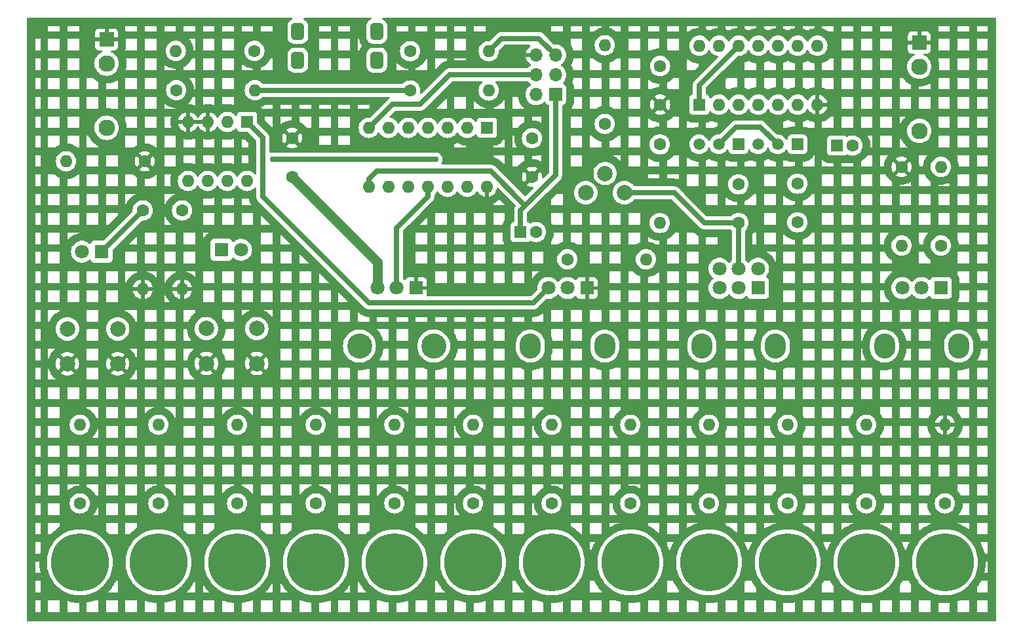
<source format=gbl>
%TF.GenerationSoftware,KiCad,Pcbnew,7.0.5-0*%
%TF.CreationDate,2023-06-20T21:08:24+01:00*%
%TF.ProjectId,bcm-machina-noise,62636d2d-6d61-4636-9869-6e612d6e6f69,rev?*%
%TF.SameCoordinates,Original*%
%TF.FileFunction,Copper,L2,Bot*%
%TF.FilePolarity,Positive*%
%FSLAX46Y46*%
G04 Gerber Fmt 4.6, Leading zero omitted, Abs format (unit mm)*
G04 Created by KiCad (PCBNEW 7.0.5-0) date 2023-06-20 21:08:24*
%MOMM*%
%LPD*%
G01*
G04 APERTURE LIST*
G04 Aperture macros list*
%AMRoundRect*
0 Rectangle with rounded corners*
0 $1 Rounding radius*
0 $2 $3 $4 $5 $6 $7 $8 $9 X,Y pos of 4 corners*
0 Add a 4 corners polygon primitive as box body*
4,1,4,$2,$3,$4,$5,$6,$7,$8,$9,$2,$3,0*
0 Add four circle primitives for the rounded corners*
1,1,$1+$1,$2,$3*
1,1,$1+$1,$4,$5*
1,1,$1+$1,$6,$7*
1,1,$1+$1,$8,$9*
0 Add four rect primitives between the rounded corners*
20,1,$1+$1,$2,$3,$4,$5,0*
20,1,$1+$1,$4,$5,$6,$7,0*
20,1,$1+$1,$6,$7,$8,$9,0*
20,1,$1+$1,$8,$9,$2,$3,0*%
G04 Aperture macros list end*
%TA.AperFunction,ComponentPad*%
%ADD10RoundRect,0.412500X0.412500X0.687500X-0.412500X0.687500X-0.412500X-0.687500X0.412500X-0.687500X0*%
%TD*%
%TA.AperFunction,ComponentPad*%
%ADD11C,2.000000*%
%TD*%
%TA.AperFunction,ComponentPad*%
%ADD12C,7.500000*%
%TD*%
%TA.AperFunction,ComponentPad*%
%ADD13R,1.930000X1.830000*%
%TD*%
%TA.AperFunction,ComponentPad*%
%ADD14C,2.130000*%
%TD*%
%TA.AperFunction,ComponentPad*%
%ADD15R,1.500000X1.500000*%
%TD*%
%TA.AperFunction,ComponentPad*%
%ADD16C,1.500000*%
%TD*%
%TA.AperFunction,ComponentPad*%
%ADD17C,1.600000*%
%TD*%
%TA.AperFunction,ComponentPad*%
%ADD18O,1.600000X1.600000*%
%TD*%
%TA.AperFunction,ComponentPad*%
%ADD19R,1.800000X1.800000*%
%TD*%
%TA.AperFunction,ComponentPad*%
%ADD20C,1.800000*%
%TD*%
%TA.AperFunction,ComponentPad*%
%ADD21R,1.600000X1.600000*%
%TD*%
%TA.AperFunction,ComponentPad*%
%ADD22C,3.240000*%
%TD*%
%TA.AperFunction,ComponentPad*%
%ADD23O,2.720000X3.240000*%
%TD*%
%TA.AperFunction,ComponentPad*%
%ADD24R,1.700000X1.700000*%
%TD*%
%TA.AperFunction,ComponentPad*%
%ADD25O,1.700000X1.700000*%
%TD*%
%TA.AperFunction,ViaPad*%
%ADD26C,0.762000*%
%TD*%
%TA.AperFunction,Conductor*%
%ADD27C,0.635000*%
%TD*%
%TA.AperFunction,Conductor*%
%ADD28C,1.270000*%
%TD*%
G04 APERTURE END LIST*
D10*
%TO.P,J1,*%
%TO.N,*%
X112014000Y-77360000D03*
X112014000Y-73660000D03*
X101814000Y-77360000D03*
X101814000Y-73660000D03*
%TD*%
D11*
%TO.P,RV3,1,1*%
%TO.N,unconnected-(RV3-Pad1)*%
X139018000Y-94488000D03*
%TO.P,RV3,2,2*%
%TO.N,Net-(C4-Pad2)*%
X141518000Y-91988000D03*
%TO.P,RV3,3,3*%
%TO.N,Net-(Q2-S)*%
X144018000Y-94488000D03*
%TD*%
D12*
%TO.P,H4,1,1*%
%TO.N,Net-(H4-Pad1)*%
X104140000Y-142240000D03*
%TD*%
%TO.P,H7,1,1*%
%TO.N,Net-(H7-Pad1)*%
X134620000Y-142240000D03*
%TD*%
%TO.P,H2,1,1*%
%TO.N,Net-(H2-Pad1)*%
X83820000Y-142240000D03*
%TD*%
D11*
%TO.P,SW1,1,1*%
%TO.N,/MCU_DIN2*%
X72047000Y-112086000D03*
X78547000Y-112086000D03*
%TO.P,SW1,2,2*%
%TO.N,GND*%
X72047000Y-116586000D03*
X78547000Y-116586000D03*
%TD*%
D13*
%TO.P,J5,S*%
%TO.N,GND*%
X77111007Y-74698525D03*
D14*
%TO.P,J5,T*%
%TO.N,Net-(U2B-+)*%
X77111007Y-86098525D03*
%TO.P,J5,TN*%
%TO.N,unconnected-(J5-PadTN)*%
X77111007Y-77798525D03*
%TD*%
D15*
%TO.P,Q1,1,D*%
%TO.N,Net-(Q1-D)*%
X158736000Y-88232000D03*
D16*
%TO.P,Q1,2,G*%
%TO.N,Net-(Q1-G)*%
X156196000Y-88232000D03*
%TO.P,Q1,3,S*%
%TO.N,Net-(Q1-S)*%
X153656000Y-88232000D03*
%TD*%
D17*
%TO.P,R25,1*%
%TO.N,Net-(R25-Pad1)*%
X96207000Y-76159000D03*
D18*
%TO.P,R25,2*%
%TO.N,Net-(U2A--)*%
X86047000Y-76159000D03*
%TD*%
D17*
%TO.P,R16,1*%
%TO.N,GND*%
X179818000Y-91146000D03*
D18*
%TO.P,R16,2*%
%TO.N,Net-(C2-Pad2)*%
X179818000Y-101306000D03*
%TD*%
D17*
%TO.P,C3,1*%
%TO.N,VCC*%
X132080000Y-87446000D03*
%TO.P,C3,2*%
%TO.N,GND*%
X132080000Y-92446000D03*
%TD*%
%TO.P,R22,1*%
%TO.N,GND*%
X82042000Y-90424000D03*
D18*
%TO.P,R22,2*%
%TO.N,Net-(U2B-+)*%
X71882000Y-90424000D03*
%TD*%
D17*
%TO.P,R11,1*%
%TO.N,Net-(H11-Pad1)*%
X175260000Y-134620000D03*
D18*
%TO.P,R11,2*%
%TO.N,Net-(H12-Pad1)*%
X175260000Y-124460000D03*
%TD*%
D12*
%TO.P,H8,1,1*%
%TO.N,Net-(H8-Pad1)*%
X144780000Y-142240000D03*
%TD*%
D19*
%TO.P,D1,1,K*%
%TO.N,Net-(D1-K)*%
X76459000Y-102108000D03*
D20*
%TO.P,D1,2,A*%
%TO.N,/MCU_DOUT2*%
X73919000Y-102108000D03*
%TD*%
D17*
%TO.P,R14,1*%
%TO.N,Net-(R14-Pad1)*%
X148576000Y-88232000D03*
D18*
%TO.P,R14,2*%
%TO.N,Net-(Q1-S)*%
X148576000Y-98392000D03*
%TD*%
D21*
%TO.P,C5,1*%
%TO.N,Net-(C2-Pad2)*%
X171482000Y-88392000D03*
D17*
%TO.P,C5,2*%
%TO.N,Net-(C5-Pad2)*%
X173482000Y-88392000D03*
%TD*%
D12*
%TO.P,H10,1,1*%
%TO.N,Net-(H10-Pad1)*%
X165100000Y-142240000D03*
%TD*%
D17*
%TO.P,R3,1*%
%TO.N,Net-(H3-Pad1)*%
X93980000Y-134620000D03*
D18*
%TO.P,R3,2*%
%TO.N,Net-(H4-Pad1)*%
X93980000Y-124460000D03*
%TD*%
D17*
%TO.P,R19,1*%
%TO.N,VCC*%
X116332000Y-76200000D03*
D18*
%TO.P,R19,2*%
%TO.N,/MCU_RESET*%
X126492000Y-76200000D03*
%TD*%
D12*
%TO.P,H1,1,1*%
%TO.N,VCC*%
X73660000Y-142240000D03*
%TD*%
D17*
%TO.P,R10,1*%
%TO.N,Net-(H10-Pad1)*%
X165100000Y-134620000D03*
D18*
%TO.P,R10,2*%
%TO.N,Net-(H11-Pad1)*%
X165100000Y-124460000D03*
%TD*%
D17*
%TO.P,R18,1*%
%TO.N,Net-(R18-Pad1)*%
X116332000Y-81280000D03*
D18*
%TO.P,R18,2*%
%TO.N,/MCU_PWM_2*%
X126492000Y-81280000D03*
%TD*%
D21*
%TO.P,C4,1*%
%TO.N,/MCU_MISO*%
X130588000Y-99568000D03*
D17*
%TO.P,C4,2*%
%TO.N,Net-(C4-Pad2)*%
X132588000Y-99568000D03*
%TD*%
%TO.P,R2,1*%
%TO.N,Net-(H2-Pad1)*%
X83820000Y-134620000D03*
D18*
%TO.P,R2,2*%
%TO.N,Net-(H3-Pad1)*%
X83820000Y-124460000D03*
%TD*%
D12*
%TO.P,H5,1,1*%
%TO.N,Net-(H5-Pad1)*%
X114300000Y-142240000D03*
%TD*%
D17*
%TO.P,R12,1*%
%TO.N,Net-(H12-Pad1)*%
X185420000Y-134620000D03*
D18*
%TO.P,R12,2*%
%TO.N,GND*%
X185420000Y-124460000D03*
%TD*%
D17*
%TO.P,R21,1*%
%TO.N,Net-(D2-K)*%
X86868000Y-96774000D03*
D18*
%TO.P,R21,2*%
%TO.N,GND*%
X86868000Y-106934000D03*
%TD*%
D17*
%TO.P,R13,1*%
%TO.N,Net-(C4-Pad2)*%
X141478000Y-85598000D03*
D18*
%TO.P,R13,2*%
%TO.N,Net-(R13-Pad2)*%
X141478000Y-75438000D03*
%TD*%
D11*
%TO.P,SW2,1,1*%
%TO.N,/MCU_DIN1*%
X90006000Y-112046000D03*
X96506000Y-112046000D03*
%TO.P,SW2,2,2*%
%TO.N,GND*%
X90006000Y-116546000D03*
X96506000Y-116546000D03*
%TD*%
D22*
%TO.P,RV5,*%
%TO.N,*%
X119380000Y-114300000D03*
X109780000Y-114300000D03*
D19*
%TO.P,RV5,1,1*%
%TO.N,GND*%
X117080000Y-106800000D03*
D20*
%TO.P,RV5,2,2*%
%TO.N,/MCU_ADC_2*%
X114580000Y-106800000D03*
%TO.P,RV5,3,3*%
%TO.N,VCC*%
X112080000Y-106800000D03*
%TD*%
D17*
%TO.P,R6,1*%
%TO.N,Net-(H6-Pad1)*%
X124460000Y-134620000D03*
D18*
%TO.P,R6,2*%
%TO.N,Net-(H7-Pad1)*%
X124460000Y-124460000D03*
%TD*%
D17*
%TO.P,C7,1*%
%TO.N,VCC*%
X148616000Y-78112000D03*
%TO.P,C7,2*%
%TO.N,GND*%
X148616000Y-83112000D03*
%TD*%
D13*
%TO.P,J3,S*%
%TO.N,GND*%
X182104000Y-75092000D03*
D14*
%TO.P,J3,T*%
%TO.N,Net-(C5-Pad2)*%
X182104000Y-86492000D03*
%TO.P,J3,TN*%
%TO.N,unconnected-(J3-PadTN)*%
X182104000Y-78192000D03*
%TD*%
D21*
%TO.P,U2,1*%
%TO.N,Net-(R25-Pad1)*%
X95250000Y-85344000D03*
D18*
%TO.P,U2,2,-*%
%TO.N,Net-(U2A--)*%
X92710000Y-85344000D03*
%TO.P,U2,3,+*%
%TO.N,GND*%
X90170000Y-85344000D03*
%TO.P,U2,4,V-*%
X87630000Y-85344000D03*
%TO.P,U2,5,+*%
%TO.N,Net-(U2B-+)*%
X87630000Y-92964000D03*
%TO.P,U2,6,-*%
%TO.N,/MCU_ADC_1*%
X90170000Y-92964000D03*
%TO.P,U2,7*%
X92710000Y-92964000D03*
%TO.P,U2,8,V+*%
%TO.N,VCC*%
X95250000Y-92964000D03*
%TD*%
D21*
%TO.P,U3,1,VCC*%
%TO.N,VCC*%
X126238000Y-86106000D03*
D18*
%TO.P,U3,2,XTAL1/PB0*%
%TO.N,unconnected-(U3-XTAL1{slash}PB0-Pad2)*%
X123698000Y-86106000D03*
%TO.P,U3,3,XTAL2/PB1*%
%TO.N,unconnected-(U3-XTAL2{slash}PB1-Pad3)*%
X121158000Y-86106000D03*
%TO.P,U3,4,~{RESET}/PB3*%
%TO.N,/MCU_RESET*%
X118618000Y-86106000D03*
%TO.P,U3,5,PB2*%
%TO.N,/MCU_DOUT2*%
X116078000Y-86106000D03*
%TO.P,U3,6,PA7*%
%TO.N,/MCU_PWM_2*%
X113538000Y-86106000D03*
%TO.P,U3,7,PA6*%
%TO.N,/MCU_DOUT1*%
X110998000Y-86106000D03*
%TO.P,U3,8,PA5*%
%TO.N,/MCU_MISO*%
X110998000Y-93726000D03*
%TO.P,U3,9,PA4*%
%TO.N,/MCU_SCK*%
X113538000Y-93726000D03*
%TO.P,U3,10,PA3*%
%TO.N,/MCU_DIN2*%
X116078000Y-93726000D03*
%TO.P,U3,11,PA2*%
%TO.N,/MCU_ADC_2*%
X118618000Y-93726000D03*
%TO.P,U3,12,PA1*%
%TO.N,/MCU_ADC_1*%
X121158000Y-93726000D03*
%TO.P,U3,13,AREF/PA0*%
%TO.N,/MCU_DIN1*%
X123698000Y-93726000D03*
%TO.P,U3,14,GND*%
%TO.N,GND*%
X126238000Y-93726000D03*
%TD*%
D15*
%TO.P,Q2,1,D*%
%TO.N,Net-(Q2-D)*%
X166356000Y-88232000D03*
D16*
%TO.P,Q2,2,G*%
%TO.N,Net-(Q1-G)*%
X163816000Y-88232000D03*
%TO.P,Q2,3,S*%
%TO.N,Net-(Q2-S)*%
X161276000Y-88232000D03*
%TD*%
D23*
%TO.P,RV1,*%
%TO.N,*%
X163526000Y-114300000D03*
X154026000Y-114300000D03*
D19*
%TO.P,RV1,1,1*%
%TO.N,unconnected-(RV1-Pad1)*%
X161276000Y-106800000D03*
D20*
%TO.P,RV1,2,2*%
%TO.N,Net-(Q1-S)*%
X158776000Y-106800000D03*
%TO.P,RV1,3,3*%
%TO.N,Net-(Q1-D)*%
X156276000Y-106800000D03*
%TO.P,RV1,4,4*%
%TO.N,unconnected-(RV1-Pad4)*%
X161276000Y-104300000D03*
%TO.P,RV1,5,5*%
%TO.N,Net-(Q2-S)*%
X158776000Y-104300000D03*
%TO.P,RV1,6,6*%
%TO.N,Net-(Q2-D)*%
X156276000Y-104300000D03*
%TD*%
D17*
%TO.P,R4,1*%
%TO.N,Net-(H4-Pad1)*%
X104140000Y-134620000D03*
D18*
%TO.P,R4,2*%
%TO.N,Net-(H5-Pad1)*%
X104140000Y-124460000D03*
%TD*%
D17*
%TO.P,R7,1*%
%TO.N,Net-(H7-Pad1)*%
X134620000Y-134620000D03*
D18*
%TO.P,R7,2*%
%TO.N,Net-(H8-Pad1)*%
X134620000Y-124460000D03*
%TD*%
D12*
%TO.P,H9,1,1*%
%TO.N,Net-(H9-Pad1)*%
X154940000Y-142240000D03*
%TD*%
D17*
%TO.P,R5,1*%
%TO.N,Net-(H5-Pad1)*%
X114300000Y-134620000D03*
D18*
%TO.P,R5,2*%
%TO.N,Net-(H6-Pad1)*%
X114300000Y-124460000D03*
%TD*%
D23*
%TO.P,RV2,*%
%TO.N,*%
X187198000Y-114300000D03*
X177598000Y-114300000D03*
D19*
%TO.P,RV2,1,1*%
%TO.N,unconnected-(RV2-Pad1)*%
X184898000Y-106800000D03*
D20*
%TO.P,RV2,2,2*%
%TO.N,Net-(R17-Pad1)*%
X182398000Y-106800000D03*
%TO.P,RV2,3,3*%
%TO.N,Net-(C2-Pad2)*%
X179898000Y-106800000D03*
%TD*%
D17*
%TO.P,R1,1*%
%TO.N,VCC*%
X73660000Y-134620000D03*
D18*
%TO.P,R1,2*%
%TO.N,Net-(H2-Pad1)*%
X73660000Y-124460000D03*
%TD*%
D17*
%TO.P,R15,1*%
%TO.N,Net-(R15-Pad1)*%
X136638000Y-103084000D03*
D18*
%TO.P,R15,2*%
%TO.N,Net-(Q1-G)*%
X146798000Y-103084000D03*
%TD*%
D12*
%TO.P,H11,1,1*%
%TO.N,Net-(H11-Pad1)*%
X175260000Y-142240000D03*
%TD*%
D17*
%TO.P,R8,1*%
%TO.N,Net-(H8-Pad1)*%
X144780000Y-134620000D03*
D18*
%TO.P,R8,2*%
%TO.N,Net-(H9-Pad1)*%
X144780000Y-124460000D03*
%TD*%
D19*
%TO.P,D2,1,K*%
%TO.N,Net-(D2-K)*%
X91948000Y-101854000D03*
D20*
%TO.P,D2,2,A*%
%TO.N,/MCU_DOUT1*%
X94488000Y-101854000D03*
%TD*%
D12*
%TO.P,H3,1,1*%
%TO.N,Net-(H3-Pad1)*%
X93980000Y-142240000D03*
%TD*%
%TO.P,H12,1,1*%
%TO.N,Net-(H12-Pad1)*%
X185420000Y-142240000D03*
%TD*%
D17*
%TO.P,C2,1*%
%TO.N,Net-(Q2-D)*%
X166356000Y-93312000D03*
%TO.P,C2,2*%
%TO.N,Net-(C2-Pad2)*%
X166356000Y-98312000D03*
%TD*%
%TO.P,R17,1*%
%TO.N,Net-(R17-Pad1)*%
X184898000Y-101306000D03*
D18*
%TO.P,R17,2*%
%TO.N,Net-(R14-Pad1)*%
X184898000Y-91146000D03*
%TD*%
D21*
%TO.P,U1,1*%
%TO.N,Net-(R14-Pad1)*%
X153696000Y-83112000D03*
D18*
%TO.P,U1,2*%
%TO.N,Net-(Q1-S)*%
X156236000Y-83112000D03*
%TO.P,U1,3*%
%TO.N,Net-(Q1-D)*%
X158776000Y-83112000D03*
%TO.P,U1,4*%
%TO.N,Net-(Q2-S)*%
X161316000Y-83112000D03*
%TO.P,U1,5*%
%TO.N,Net-(Q2-D)*%
X163856000Y-83112000D03*
%TO.P,U1,6*%
%TO.N,Net-(C2-Pad2)*%
X166396000Y-83112000D03*
%TO.P,U1,7,VSS*%
%TO.N,GND*%
X168936000Y-83112000D03*
%TO.P,U1,8*%
%TO.N,unconnected-(U1-Pad8)*%
X168936000Y-75492000D03*
%TO.P,U1,9*%
%TO.N,VCC*%
X166396000Y-75492000D03*
%TO.P,U1,10*%
%TO.N,unconnected-(U1-Pad10)*%
X163856000Y-75492000D03*
%TO.P,U1,11*%
%TO.N,VCC*%
X161316000Y-75492000D03*
%TO.P,U1,12*%
%TO.N,Net-(R14-Pad1)*%
X158776000Y-75492000D03*
%TO.P,U1,13*%
%TO.N,Net-(R13-Pad2)*%
X156236000Y-75492000D03*
%TO.P,U1,14,VDD*%
%TO.N,VCC*%
X153696000Y-75492000D03*
%TD*%
D17*
%TO.P,R20,1*%
%TO.N,Net-(D1-K)*%
X81788000Y-96774000D03*
D18*
%TO.P,R20,2*%
%TO.N,GND*%
X81788000Y-106934000D03*
%TD*%
D12*
%TO.P,H6,1,1*%
%TO.N,Net-(H6-Pad1)*%
X124460000Y-142240000D03*
%TD*%
D17*
%TO.P,R9,1*%
%TO.N,Net-(H9-Pad1)*%
X154940000Y-134620000D03*
D18*
%TO.P,R9,2*%
%TO.N,Net-(H10-Pad1)*%
X154940000Y-124460000D03*
%TD*%
D23*
%TO.P,RV4,*%
%TO.N,*%
X141464000Y-114300000D03*
X131864000Y-114300000D03*
D19*
%TO.P,RV4,1,1*%
%TO.N,GND*%
X139164000Y-106800000D03*
D20*
%TO.P,RV4,2,2*%
%TO.N,Net-(R15-Pad1)*%
X136664000Y-106800000D03*
%TO.P,RV4,3,3*%
%TO.N,Net-(R25-Pad1)*%
X134164000Y-106800000D03*
%TD*%
D17*
%TO.P,C6,1*%
%TO.N,VCC*%
X101092000Y-92416000D03*
%TO.P,C6,2*%
%TO.N,GND*%
X101092000Y-87416000D03*
%TD*%
D24*
%TO.P,J2,1,MISO*%
%TO.N,/MCU_MISO*%
X135128000Y-81788000D03*
D25*
%TO.P,J2,2,VCC*%
%TO.N,VCC*%
X132588000Y-81788000D03*
%TO.P,J2,3,SCK*%
%TO.N,/MCU_SCK*%
X135128000Y-79248000D03*
%TO.P,J2,4,MOSI*%
%TO.N,/MCU_DOUT1*%
X132588000Y-79248000D03*
%TO.P,J2,5,~{RST}*%
%TO.N,/MCU_RESET*%
X135128000Y-76708000D03*
%TO.P,J2,6,GND*%
%TO.N,GND*%
X132588000Y-76708000D03*
%TD*%
D17*
%TO.P,R26,1*%
%TO.N,Net-(U2A--)*%
X86106000Y-81239000D03*
D18*
%TO.P,R26,2*%
%TO.N,Net-(R18-Pad1)*%
X96266000Y-81239000D03*
%TD*%
D17*
%TO.P,C1,1*%
%TO.N,Net-(Q1-D)*%
X158736000Y-93392000D03*
%TO.P,C1,2*%
%TO.N,Net-(Q2-S)*%
X158736000Y-98392000D03*
%TD*%
D26*
%TO.N,/MCU_ADC_1*%
X98552000Y-90170000D03*
X119634000Y-90170000D03*
%TD*%
D27*
%TO.N,Net-(Q2-S)*%
X150434000Y-94488000D02*
X154338000Y-98392000D01*
X158736000Y-98392000D02*
X158736000Y-104260000D01*
X144018000Y-94488000D02*
X150434000Y-94488000D01*
X158736000Y-98392000D02*
X154338000Y-98392000D01*
D28*
%TO.N,VCC*%
X112014000Y-103338000D02*
X112014000Y-103378000D01*
X112014000Y-103378000D02*
X112080000Y-103444000D01*
X101092000Y-92416000D02*
X112014000Y-103338000D01*
X112080000Y-103444000D02*
X112080000Y-106800000D01*
D27*
%TO.N,Net-(D1-K)*%
X81788000Y-96774000D02*
X76459000Y-102103000D01*
%TO.N,/MCU_DOUT1*%
X114046000Y-83058000D02*
X110998000Y-86106000D01*
X121412000Y-79248000D02*
X117602000Y-83058000D01*
X132588000Y-79248000D02*
X121412000Y-79248000D01*
X117602000Y-83058000D02*
X114046000Y-83058000D01*
%TO.N,/MCU_RESET*%
X135128000Y-76708000D02*
X132969000Y-74549000D01*
X128143000Y-74549000D02*
X126492000Y-76200000D01*
X132969000Y-74549000D02*
X128143000Y-74549000D01*
%TO.N,Net-(Q1-G)*%
X158449000Y-85979000D02*
X161563000Y-85979000D01*
X156196000Y-88232000D02*
X158449000Y-85979000D01*
X161563000Y-85979000D02*
X163816000Y-88232000D01*
%TO.N,Net-(R14-Pad1)*%
X153696000Y-80572000D02*
X158776000Y-75492000D01*
X153696000Y-80572000D02*
X153696000Y-83112000D01*
%TO.N,Net-(R18-Pad1)*%
X116332000Y-81280000D02*
X96307000Y-81280000D01*
%TO.N,/MCU_MISO*%
X126746000Y-91694000D02*
X131191000Y-96139000D01*
X112014000Y-91694000D02*
X126746000Y-91694000D01*
X130588000Y-96742000D02*
X131191000Y-96139000D01*
X131191000Y-96139000D02*
X135128000Y-92202000D01*
X135128000Y-92202000D02*
X135128000Y-81788000D01*
X110998000Y-93726000D02*
X110998000Y-92710000D01*
X130588000Y-99568000D02*
X130588000Y-96742000D01*
X110998000Y-92710000D02*
X112014000Y-91694000D01*
%TO.N,Net-(R25-Pad1)*%
X95250000Y-85344000D02*
X97282000Y-87376000D01*
X132252000Y-108712000D02*
X134164000Y-106800000D01*
X110998000Y-108712000D02*
X132252000Y-108712000D01*
X97282000Y-94996000D02*
X110998000Y-108712000D01*
X97282000Y-87376000D02*
X97282000Y-94996000D01*
%TO.N,/MCU_ADC_2*%
X118618000Y-94996000D02*
X114554000Y-99060000D01*
X118618000Y-93726000D02*
X118618000Y-94996000D01*
X114554000Y-99060000D02*
X114580000Y-99086000D01*
X114580000Y-99086000D02*
X114580000Y-106800000D01*
%TO.N,/MCU_ADC_1*%
X98552000Y-90170000D02*
X119634000Y-90170000D01*
%TD*%
%TA.AperFunction,Conductor*%
%TO.N,GND*%
G36*
X89842359Y-85105955D02*
G01*
X89784835Y-85218852D01*
X89765014Y-85344000D01*
X89784835Y-85469148D01*
X89842359Y-85582045D01*
X89854314Y-85594000D01*
X87945686Y-85594000D01*
X87957641Y-85582045D01*
X88015165Y-85469148D01*
X88034986Y-85344000D01*
X88015165Y-85218852D01*
X87957641Y-85105955D01*
X87945686Y-85094000D01*
X89854314Y-85094000D01*
X89842359Y-85105955D01*
G37*
%TD.AperFunction*%
%TA.AperFunction,Conductor*%
G36*
X101062610Y-71902185D02*
G01*
X101108365Y-71954989D01*
X101118309Y-72024147D01*
X101089284Y-72087703D01*
X101051867Y-72116984D01*
X100921784Y-72183264D01*
X100897118Y-72195833D01*
X100746668Y-72317668D01*
X100624833Y-72468118D01*
X100536935Y-72640626D01*
X100486827Y-72827631D01*
X100480500Y-72908031D01*
X100480500Y-74411950D01*
X100480501Y-74411970D01*
X100486827Y-74492368D01*
X100529991Y-74653455D01*
X100536936Y-74679375D01*
X100621582Y-74845502D01*
X100624833Y-74851881D01*
X100683815Y-74924716D01*
X100746668Y-75002332D01*
X100814294Y-75057095D01*
X100897118Y-75124166D01*
X100897120Y-75124167D01*
X100897124Y-75124170D01*
X101069625Y-75212064D01*
X101256630Y-75262172D01*
X101337039Y-75268500D01*
X102290960Y-75268499D01*
X102371370Y-75262172D01*
X102558375Y-75212064D01*
X102730876Y-75124170D01*
X102881332Y-75002332D01*
X103003170Y-74851876D01*
X103091064Y-74679375D01*
X103104160Y-74630500D01*
X104550500Y-74630500D01*
X104550500Y-76132500D01*
X106052500Y-76132500D01*
X106052500Y-74630500D01*
X107050500Y-74630500D01*
X107050500Y-76132500D01*
X108552500Y-76132500D01*
X108552500Y-74630500D01*
X109550500Y-74630500D01*
X109550500Y-76132500D01*
X109759497Y-76132500D01*
X109780127Y-76055506D01*
X109781050Y-76052393D01*
X109794193Y-76011943D01*
X109795277Y-76008883D01*
X109815175Y-75957047D01*
X109816417Y-75954048D01*
X109833713Y-75915202D01*
X109835111Y-75912272D01*
X109948204Y-75690317D01*
X109949752Y-75687467D01*
X109970997Y-75650666D01*
X109972692Y-75647900D01*
X110002929Y-75601332D01*
X110004768Y-75598655D01*
X110029783Y-75564222D01*
X110031761Y-75561644D01*
X110073581Y-75510000D01*
X110031761Y-75458356D01*
X110029783Y-75455778D01*
X110004768Y-75421345D01*
X110002929Y-75418668D01*
X109972692Y-75372100D01*
X109970997Y-75369334D01*
X109949752Y-75332533D01*
X109948204Y-75329683D01*
X109835111Y-75107728D01*
X109833713Y-75104798D01*
X109816417Y-75065952D01*
X109815175Y-75062953D01*
X109795277Y-75011117D01*
X109794193Y-75008057D01*
X109781050Y-74967607D01*
X109780127Y-74964494D01*
X109716549Y-74727213D01*
X109715876Y-74724453D01*
X109707905Y-74688121D01*
X109707360Y-74685335D01*
X109699131Y-74637454D01*
X109698714Y-74634641D01*
X109698196Y-74630500D01*
X109550500Y-74630500D01*
X108552500Y-74630500D01*
X107050500Y-74630500D01*
X106052500Y-74630500D01*
X104550500Y-74630500D01*
X103104160Y-74630500D01*
X103141172Y-74492370D01*
X103147500Y-74411961D01*
X103147499Y-73006000D01*
X104550500Y-73006000D01*
X104550500Y-73632500D01*
X106052500Y-73632500D01*
X106052500Y-73006000D01*
X107050500Y-73006000D01*
X107050500Y-73632500D01*
X108552500Y-73632500D01*
X108552500Y-73006000D01*
X107050500Y-73006000D01*
X106052500Y-73006000D01*
X104550500Y-73006000D01*
X103147499Y-73006000D01*
X103147499Y-72908040D01*
X103141172Y-72827630D01*
X103091064Y-72640625D01*
X103003170Y-72468124D01*
X103003167Y-72468120D01*
X103003166Y-72468118D01*
X102946877Y-72398609D01*
X102881332Y-72317668D01*
X102815785Y-72264588D01*
X102730881Y-72195833D01*
X102730877Y-72195831D01*
X102730876Y-72195830D01*
X102576133Y-72116984D01*
X102525338Y-72069010D01*
X102508543Y-72001189D01*
X102531081Y-71935054D01*
X102585796Y-71891603D01*
X102632429Y-71882500D01*
X111195571Y-71882500D01*
X111262610Y-71902185D01*
X111308365Y-71954989D01*
X111318309Y-72024147D01*
X111289284Y-72087703D01*
X111251867Y-72116984D01*
X111121784Y-72183264D01*
X111097118Y-72195833D01*
X110946668Y-72317668D01*
X110824833Y-72468118D01*
X110736935Y-72640626D01*
X110686827Y-72827631D01*
X110680500Y-72908031D01*
X110680500Y-74411950D01*
X110680501Y-74411970D01*
X110686827Y-74492368D01*
X110729991Y-74653455D01*
X110736936Y-74679375D01*
X110821582Y-74845502D01*
X110824833Y-74851881D01*
X110883815Y-74924716D01*
X110946668Y-75002332D01*
X111014294Y-75057095D01*
X111097118Y-75124166D01*
X111097120Y-75124167D01*
X111097124Y-75124170D01*
X111269625Y-75212064D01*
X111456630Y-75262172D01*
X111537039Y-75268500D01*
X112490960Y-75268499D01*
X112571370Y-75262172D01*
X112758375Y-75212064D01*
X112930876Y-75124170D01*
X113081332Y-75002332D01*
X113203170Y-74851876D01*
X113291064Y-74679375D01*
X113304160Y-74630500D01*
X119550500Y-74630500D01*
X119550500Y-76132500D01*
X121052500Y-76132500D01*
X121052500Y-74630500D01*
X122050500Y-74630500D01*
X122050500Y-76132500D01*
X123552500Y-76132500D01*
X123552500Y-74630500D01*
X122050500Y-74630500D01*
X121052500Y-74630500D01*
X119550500Y-74630500D01*
X113304160Y-74630500D01*
X113341172Y-74492370D01*
X113347500Y-74411961D01*
X113347499Y-73006000D01*
X114550500Y-73006000D01*
X114550500Y-73632500D01*
X116052500Y-73632500D01*
X116052500Y-73006000D01*
X117050500Y-73006000D01*
X117050500Y-73632500D01*
X118552500Y-73632500D01*
X118552500Y-73006000D01*
X119550500Y-73006000D01*
X119550500Y-73632500D01*
X121052500Y-73632500D01*
X121052500Y-73006000D01*
X122050500Y-73006000D01*
X122050500Y-73632500D01*
X123552500Y-73632500D01*
X123552500Y-73006000D01*
X124550500Y-73006000D01*
X124550500Y-73632500D01*
X126052500Y-73632500D01*
X126052500Y-73006000D01*
X134550500Y-73006000D01*
X134550500Y-73550975D01*
X134632025Y-73632500D01*
X136052500Y-73632500D01*
X136052500Y-73006000D01*
X137050500Y-73006000D01*
X137050500Y-73632500D01*
X138552500Y-73632500D01*
X138552500Y-73006000D01*
X139550500Y-73006000D01*
X139550500Y-73632500D01*
X140035784Y-73632500D01*
X140040143Y-73629155D01*
X140042324Y-73627555D01*
X140267773Y-73469693D01*
X140270025Y-73468189D01*
X140299923Y-73449143D01*
X140302235Y-73447740D01*
X140342301Y-73424608D01*
X140344673Y-73423307D01*
X140376095Y-73406951D01*
X140378521Y-73405754D01*
X140627939Y-73289450D01*
X140630413Y-73288361D01*
X140663131Y-73274807D01*
X140665653Y-73273826D01*
X140709126Y-73258002D01*
X140711688Y-73257132D01*
X140745503Y-73246469D01*
X140748102Y-73245712D01*
X141013958Y-73174475D01*
X141016587Y-73173832D01*
X141051189Y-73166161D01*
X141052500Y-73165900D01*
X141052500Y-73006000D01*
X142050500Y-73006000D01*
X142050500Y-73203535D01*
X142207898Y-73245712D01*
X142210497Y-73246469D01*
X142244312Y-73257132D01*
X142246874Y-73258002D01*
X142290347Y-73273826D01*
X142292869Y-73274807D01*
X142325587Y-73288361D01*
X142328061Y-73289450D01*
X142577479Y-73405754D01*
X142579905Y-73406951D01*
X142611327Y-73423307D01*
X142613699Y-73424608D01*
X142653765Y-73447740D01*
X142656077Y-73449143D01*
X142685975Y-73468189D01*
X142688227Y-73469693D01*
X142913676Y-73627555D01*
X142915857Y-73629155D01*
X142920216Y-73632500D01*
X143552500Y-73632500D01*
X143552500Y-73006000D01*
X144550500Y-73006000D01*
X144550500Y-73632500D01*
X146052500Y-73632500D01*
X146052500Y-73006000D01*
X147050500Y-73006000D01*
X147050500Y-73632500D01*
X148552500Y-73632500D01*
X148552500Y-73006000D01*
X149550500Y-73006000D01*
X149550500Y-73632500D01*
X151052500Y-73632500D01*
X151052500Y-73006000D01*
X152050500Y-73006000D01*
X152050500Y-73632500D01*
X152330381Y-73632500D01*
X152485773Y-73523693D01*
X152488025Y-73522189D01*
X152517923Y-73503143D01*
X152520235Y-73501740D01*
X152560301Y-73478608D01*
X152562673Y-73477307D01*
X152594095Y-73460951D01*
X152596521Y-73459754D01*
X152845939Y-73343450D01*
X152848413Y-73342361D01*
X152881131Y-73328807D01*
X152883653Y-73327826D01*
X152927126Y-73312002D01*
X152929688Y-73311132D01*
X152963503Y-73300469D01*
X152966102Y-73299712D01*
X153231958Y-73228475D01*
X153234587Y-73227832D01*
X153269189Y-73220161D01*
X153271842Y-73219633D01*
X153317403Y-73211601D01*
X153320076Y-73211189D01*
X153355202Y-73206565D01*
X153357890Y-73206271D01*
X153552500Y-73189244D01*
X153552500Y-73006000D01*
X154550500Y-73006000D01*
X154550500Y-73345519D01*
X154795479Y-73459754D01*
X154797905Y-73460951D01*
X154829327Y-73477307D01*
X154831699Y-73478608D01*
X154871765Y-73501740D01*
X154874077Y-73503143D01*
X154903975Y-73522189D01*
X154906227Y-73523693D01*
X154966000Y-73565546D01*
X155025773Y-73523693D01*
X155028025Y-73522189D01*
X155057923Y-73503143D01*
X155060235Y-73501740D01*
X155100301Y-73478608D01*
X155102673Y-73477307D01*
X155134095Y-73460951D01*
X155136521Y-73459754D01*
X155385939Y-73343450D01*
X155388413Y-73342361D01*
X155421131Y-73328807D01*
X155423653Y-73327826D01*
X155467126Y-73312002D01*
X155469688Y-73311132D01*
X155503503Y-73300469D01*
X155506102Y-73299712D01*
X155771958Y-73228475D01*
X155774587Y-73227832D01*
X155809189Y-73220161D01*
X155811842Y-73219633D01*
X155857403Y-73211601D01*
X155860076Y-73211189D01*
X155895202Y-73206565D01*
X155897890Y-73206271D01*
X156052500Y-73192744D01*
X156052500Y-73006000D01*
X157050500Y-73006000D01*
X157050500Y-73328663D01*
X157050869Y-73328807D01*
X157083587Y-73342361D01*
X157086061Y-73343450D01*
X157335479Y-73459754D01*
X157337905Y-73460951D01*
X157369327Y-73477307D01*
X157371699Y-73478608D01*
X157411765Y-73501740D01*
X157414077Y-73503143D01*
X157443975Y-73522189D01*
X157446227Y-73523693D01*
X157506000Y-73565546D01*
X157565773Y-73523693D01*
X157568025Y-73522189D01*
X157597923Y-73503143D01*
X157600235Y-73501740D01*
X157640301Y-73478608D01*
X157642673Y-73477307D01*
X157674095Y-73460951D01*
X157676521Y-73459754D01*
X157925939Y-73343450D01*
X157928413Y-73342361D01*
X157961131Y-73328807D01*
X157963653Y-73327826D01*
X158007126Y-73312002D01*
X158009688Y-73311132D01*
X158043503Y-73300469D01*
X158046102Y-73299712D01*
X158311958Y-73228475D01*
X158314587Y-73227832D01*
X158349189Y-73220161D01*
X158351842Y-73219633D01*
X158397403Y-73211601D01*
X158400076Y-73211189D01*
X158435202Y-73206565D01*
X158437890Y-73206271D01*
X158552500Y-73196243D01*
X158552500Y-73006000D01*
X159550500Y-73006000D01*
X159550500Y-73314049D01*
X159588347Y-73327826D01*
X159590869Y-73328807D01*
X159623587Y-73342361D01*
X159626061Y-73343450D01*
X159875479Y-73459754D01*
X159877905Y-73460951D01*
X159909327Y-73477307D01*
X159911699Y-73478608D01*
X159951765Y-73501740D01*
X159954077Y-73503143D01*
X159983975Y-73522189D01*
X159986227Y-73523693D01*
X160045999Y-73565546D01*
X160105773Y-73523693D01*
X160108025Y-73522189D01*
X160137923Y-73503143D01*
X160140235Y-73501740D01*
X160180301Y-73478608D01*
X160182673Y-73477307D01*
X160214095Y-73460951D01*
X160216521Y-73459754D01*
X160465939Y-73343450D01*
X160468413Y-73342361D01*
X160501131Y-73328807D01*
X160503653Y-73327826D01*
X160547126Y-73312002D01*
X160549688Y-73311132D01*
X160583503Y-73300469D01*
X160586102Y-73299712D01*
X160851958Y-73228475D01*
X160854587Y-73227832D01*
X160889189Y-73220161D01*
X160891842Y-73219633D01*
X160937403Y-73211601D01*
X160940076Y-73211189D01*
X160975202Y-73206565D01*
X160977890Y-73206271D01*
X161052500Y-73199743D01*
X161052500Y-73006000D01*
X162050500Y-73006000D01*
X162050500Y-73301100D01*
X162082312Y-73311132D01*
X162084874Y-73312002D01*
X162128347Y-73327826D01*
X162130869Y-73328807D01*
X162163587Y-73342361D01*
X162166061Y-73343450D01*
X162415479Y-73459754D01*
X162417905Y-73460951D01*
X162449327Y-73477307D01*
X162451699Y-73478608D01*
X162491765Y-73501740D01*
X162494077Y-73503143D01*
X162523975Y-73522189D01*
X162526227Y-73523693D01*
X162586000Y-73565546D01*
X162645773Y-73523693D01*
X162648025Y-73522189D01*
X162677923Y-73503143D01*
X162680235Y-73501740D01*
X162720301Y-73478608D01*
X162722673Y-73477307D01*
X162754095Y-73460951D01*
X162756521Y-73459754D01*
X163005939Y-73343450D01*
X163008413Y-73342361D01*
X163041131Y-73328807D01*
X163043653Y-73327826D01*
X163087126Y-73312002D01*
X163089688Y-73311132D01*
X163123503Y-73300469D01*
X163126102Y-73299712D01*
X163391958Y-73228475D01*
X163394587Y-73227832D01*
X163429189Y-73220161D01*
X163431842Y-73219633D01*
X163477403Y-73211601D01*
X163480076Y-73211189D01*
X163515202Y-73206565D01*
X163517890Y-73206271D01*
X163552499Y-73203242D01*
X163552500Y-73006000D01*
X164550500Y-73006000D01*
X164550500Y-73290226D01*
X164585899Y-73299712D01*
X164588497Y-73300469D01*
X164622312Y-73311132D01*
X164624874Y-73312002D01*
X164668347Y-73327826D01*
X164670869Y-73328807D01*
X164703587Y-73342361D01*
X164706061Y-73343450D01*
X164955479Y-73459754D01*
X164957905Y-73460951D01*
X164989327Y-73477307D01*
X164991699Y-73478608D01*
X165031765Y-73501740D01*
X165034077Y-73503143D01*
X165063975Y-73522189D01*
X165066227Y-73523693D01*
X165125999Y-73565546D01*
X165185773Y-73523693D01*
X165188025Y-73522189D01*
X165217923Y-73503143D01*
X165220235Y-73501740D01*
X165260301Y-73478608D01*
X165262673Y-73477307D01*
X165294095Y-73460951D01*
X165296521Y-73459754D01*
X165545939Y-73343450D01*
X165548413Y-73342361D01*
X165581131Y-73328807D01*
X165583653Y-73327826D01*
X165627126Y-73312002D01*
X165629688Y-73311132D01*
X165663503Y-73300469D01*
X165666102Y-73299712D01*
X165931958Y-73228475D01*
X165934587Y-73227832D01*
X165969189Y-73220161D01*
X165971842Y-73219633D01*
X166017403Y-73211601D01*
X166020076Y-73211189D01*
X166052500Y-73206920D01*
X166052500Y-73006000D01*
X167050500Y-73006000D01*
X167050500Y-73279508D01*
X167125899Y-73299712D01*
X167128497Y-73300469D01*
X167162312Y-73311132D01*
X167164874Y-73312002D01*
X167208347Y-73327826D01*
X167210869Y-73328807D01*
X167243587Y-73342361D01*
X167246061Y-73343450D01*
X167495479Y-73459754D01*
X167497905Y-73460951D01*
X167529327Y-73477307D01*
X167531699Y-73478608D01*
X167571765Y-73501740D01*
X167574077Y-73503143D01*
X167603975Y-73522189D01*
X167606227Y-73523693D01*
X167666000Y-73565546D01*
X167725773Y-73523693D01*
X167728025Y-73522189D01*
X167757923Y-73503143D01*
X167760235Y-73501740D01*
X167800301Y-73478608D01*
X167802673Y-73477307D01*
X167834095Y-73460951D01*
X167836521Y-73459754D01*
X168085939Y-73343450D01*
X168088413Y-73342361D01*
X168121131Y-73328807D01*
X168123653Y-73327826D01*
X168167126Y-73312002D01*
X168169688Y-73311132D01*
X168203503Y-73300469D01*
X168206102Y-73299712D01*
X168471958Y-73228475D01*
X168474587Y-73227832D01*
X168509189Y-73220161D01*
X168511842Y-73219633D01*
X168552500Y-73212465D01*
X168552500Y-73006000D01*
X169550500Y-73006000D01*
X169550500Y-73268789D01*
X169665899Y-73299712D01*
X169668497Y-73300469D01*
X169702312Y-73311132D01*
X169704874Y-73312002D01*
X169748347Y-73327826D01*
X169750869Y-73328807D01*
X169783587Y-73342361D01*
X169786061Y-73343450D01*
X170035479Y-73459754D01*
X170037905Y-73460951D01*
X170069327Y-73477307D01*
X170071699Y-73478608D01*
X170111765Y-73501740D01*
X170114077Y-73503143D01*
X170143975Y-73522189D01*
X170146227Y-73523693D01*
X170301619Y-73632500D01*
X171052500Y-73632500D01*
X171052500Y-73006000D01*
X172050500Y-73006000D01*
X172050500Y-73632500D01*
X173552500Y-73632500D01*
X173552500Y-73006000D01*
X174550500Y-73006000D01*
X174550500Y-73632500D01*
X176052500Y-73632500D01*
X176052500Y-73006000D01*
X177050500Y-73006000D01*
X177050500Y-73632500D01*
X178552500Y-73632500D01*
X178552500Y-73006000D01*
X184550500Y-73006000D01*
X184550500Y-73632500D01*
X186052500Y-73632500D01*
X186052500Y-73006000D01*
X187050500Y-73006000D01*
X187050500Y-73632500D01*
X188552500Y-73632500D01*
X188552500Y-73006000D01*
X189550500Y-73006000D01*
X189550500Y-73632500D01*
X190900000Y-73632500D01*
X190900000Y-73006000D01*
X189550500Y-73006000D01*
X188552500Y-73006000D01*
X187050500Y-73006000D01*
X186052500Y-73006000D01*
X184550500Y-73006000D01*
X178552500Y-73006000D01*
X177050500Y-73006000D01*
X176052500Y-73006000D01*
X174550500Y-73006000D01*
X173552500Y-73006000D01*
X172050500Y-73006000D01*
X171052500Y-73006000D01*
X169550500Y-73006000D01*
X168552500Y-73006000D01*
X167050500Y-73006000D01*
X166052500Y-73006000D01*
X164550500Y-73006000D01*
X163552500Y-73006000D01*
X162050500Y-73006000D01*
X161052500Y-73006000D01*
X159550500Y-73006000D01*
X158552500Y-73006000D01*
X157050500Y-73006000D01*
X156052500Y-73006000D01*
X154550500Y-73006000D01*
X153552500Y-73006000D01*
X152050500Y-73006000D01*
X151052500Y-73006000D01*
X149550500Y-73006000D01*
X148552500Y-73006000D01*
X147050500Y-73006000D01*
X146052500Y-73006000D01*
X144550500Y-73006000D01*
X143552500Y-73006000D01*
X142050500Y-73006000D01*
X141052500Y-73006000D01*
X139550500Y-73006000D01*
X138552500Y-73006000D01*
X137050500Y-73006000D01*
X136052500Y-73006000D01*
X134550500Y-73006000D01*
X126052500Y-73006000D01*
X124550500Y-73006000D01*
X123552500Y-73006000D01*
X122050500Y-73006000D01*
X121052500Y-73006000D01*
X119550500Y-73006000D01*
X118552500Y-73006000D01*
X117050500Y-73006000D01*
X116052500Y-73006000D01*
X114550500Y-73006000D01*
X113347499Y-73006000D01*
X113347499Y-72908040D01*
X113341172Y-72827630D01*
X113291064Y-72640625D01*
X113203170Y-72468124D01*
X113203167Y-72468120D01*
X113203166Y-72468118D01*
X113146877Y-72398609D01*
X113081332Y-72317668D01*
X113015785Y-72264588D01*
X112930881Y-72195833D01*
X112930877Y-72195831D01*
X112930876Y-72195830D01*
X112776133Y-72116984D01*
X112725338Y-72069010D01*
X112708543Y-72001189D01*
X112731081Y-71935054D01*
X112785796Y-71891603D01*
X112832429Y-71882500D01*
X191899500Y-71882500D01*
X191966539Y-71902185D01*
X192012294Y-71954989D01*
X192023500Y-72006500D01*
X192023500Y-149735500D01*
X192003815Y-149802539D01*
X191951011Y-149848294D01*
X191899500Y-149859500D01*
X66926500Y-149859500D01*
X66859461Y-149839815D01*
X66813706Y-149787011D01*
X66802500Y-149735500D01*
X66802500Y-147130500D01*
X67926000Y-147130500D01*
X67926000Y-148632500D01*
X68552500Y-148632500D01*
X68552500Y-147130500D01*
X69550500Y-147130500D01*
X69550500Y-148632500D01*
X71052500Y-148632500D01*
X71052500Y-147245822D01*
X72050500Y-147245822D01*
X72050500Y-148632500D01*
X73552500Y-148632500D01*
X74550500Y-148632500D01*
X76052500Y-148632500D01*
X76052500Y-147130500D01*
X77050500Y-147130500D01*
X77050500Y-148632500D01*
X78552500Y-148632500D01*
X78552500Y-147130500D01*
X79550500Y-147130500D01*
X79550500Y-148632500D01*
X81052500Y-148632500D01*
X81052500Y-147193685D01*
X82050500Y-147193685D01*
X82050500Y-148632500D01*
X83552500Y-148632500D01*
X84550500Y-148632500D01*
X86052500Y-148632500D01*
X86052500Y-147130500D01*
X87050500Y-147130500D01*
X87050500Y-148632500D01*
X88552500Y-148632500D01*
X88552500Y-147130500D01*
X89550500Y-147130500D01*
X89550500Y-148632500D01*
X91052500Y-148632500D01*
X91052500Y-147130500D01*
X92050500Y-147130500D01*
X92050500Y-148632500D01*
X93552500Y-148632500D01*
X94550500Y-148632500D01*
X96052500Y-148632500D01*
X96052500Y-147130500D01*
X97050500Y-147130500D01*
X97050500Y-148632500D01*
X98552500Y-148632500D01*
X98552500Y-147130500D01*
X99550500Y-147130500D01*
X99550500Y-148632500D01*
X101052500Y-148632500D01*
X101052500Y-147130500D01*
X102050500Y-147130500D01*
X102050500Y-148632500D01*
X103552500Y-148632500D01*
X104550500Y-148632500D01*
X106052500Y-148632500D01*
X106052500Y-147136437D01*
X105893609Y-147200047D01*
X105892235Y-147200579D01*
X105874132Y-147207331D01*
X105872741Y-147207832D01*
X105848897Y-147216084D01*
X105847498Y-147216549D01*
X105829085Y-147222436D01*
X105827674Y-147222868D01*
X105414191Y-147344278D01*
X105412772Y-147344676D01*
X105394118Y-147349675D01*
X105392688Y-147350040D01*
X105368170Y-147355989D01*
X105366732Y-147356319D01*
X105347834Y-147360431D01*
X105346386Y-147360728D01*
X104923212Y-147442288D01*
X104921757Y-147442550D01*
X104902683Y-147445757D01*
X104901226Y-147445984D01*
X104876253Y-147449574D01*
X104874790Y-147449767D01*
X104855617Y-147452059D01*
X104854151Y-147452216D01*
X104550500Y-147481211D01*
X104550500Y-148632500D01*
X103552500Y-148632500D01*
X103552500Y-147464309D01*
X103425849Y-147452216D01*
X103424383Y-147452059D01*
X103405210Y-147449767D01*
X103403747Y-147449574D01*
X103378774Y-147445984D01*
X103377317Y-147445757D01*
X103358243Y-147442550D01*
X103356788Y-147442288D01*
X102933614Y-147360728D01*
X102932166Y-147360431D01*
X102913268Y-147356319D01*
X102911830Y-147355989D01*
X102887312Y-147350040D01*
X102885882Y-147349675D01*
X102867228Y-147344676D01*
X102865809Y-147344278D01*
X102452326Y-147222868D01*
X102450915Y-147222436D01*
X102432502Y-147216549D01*
X102431103Y-147216084D01*
X102407259Y-147207832D01*
X102405868Y-147207331D01*
X102387765Y-147200579D01*
X102386391Y-147200047D01*
X102212669Y-147130500D01*
X107050500Y-147130500D01*
X107050500Y-148632500D01*
X108552500Y-148632500D01*
X108552500Y-147130500D01*
X109550500Y-147130500D01*
X109550500Y-148632500D01*
X111052500Y-148632500D01*
X111052500Y-147130500D01*
X112050500Y-147130500D01*
X112050500Y-148632500D01*
X113552500Y-148632500D01*
X114550500Y-148632500D01*
X116052500Y-148632500D01*
X116052500Y-147200476D01*
X116052235Y-147200579D01*
X116034132Y-147207331D01*
X116032741Y-147207832D01*
X116008897Y-147216084D01*
X116007498Y-147216549D01*
X115989085Y-147222436D01*
X115987674Y-147222868D01*
X115574191Y-147344278D01*
X115572772Y-147344676D01*
X115554118Y-147349675D01*
X115552688Y-147350040D01*
X115528170Y-147355989D01*
X115526732Y-147356319D01*
X115507834Y-147360431D01*
X115506386Y-147360728D01*
X115083212Y-147442288D01*
X115081757Y-147442550D01*
X115062683Y-147445757D01*
X115061226Y-147445984D01*
X115036253Y-147449574D01*
X115034790Y-147449767D01*
X115015617Y-147452059D01*
X115014151Y-147452216D01*
X114585169Y-147493180D01*
X114583698Y-147493302D01*
X114564428Y-147494681D01*
X114562957Y-147494768D01*
X114550500Y-147495362D01*
X114550500Y-148632500D01*
X113552500Y-148632500D01*
X113552500Y-147447957D01*
X113538774Y-147445984D01*
X113537317Y-147445757D01*
X113518243Y-147442550D01*
X113516788Y-147442288D01*
X113093614Y-147360728D01*
X113092166Y-147360431D01*
X113073268Y-147356319D01*
X113071830Y-147355989D01*
X113047312Y-147350040D01*
X113045882Y-147349675D01*
X113027228Y-147344676D01*
X113025809Y-147344278D01*
X112612326Y-147222868D01*
X112610915Y-147222436D01*
X112592502Y-147216549D01*
X112591103Y-147216084D01*
X112567259Y-147207832D01*
X112565868Y-147207331D01*
X112547765Y-147200579D01*
X112546391Y-147200047D01*
X112372669Y-147130500D01*
X117050500Y-147130500D01*
X117050500Y-148632500D01*
X118552500Y-148632500D01*
X118552500Y-147130500D01*
X119550500Y-147130500D01*
X119550500Y-148632500D01*
X121052500Y-148632500D01*
X121052500Y-147130500D01*
X122050500Y-147130500D01*
X122050500Y-148632500D01*
X123552500Y-148632500D01*
X124550500Y-148632500D01*
X126052500Y-148632500D01*
X126052499Y-147250813D01*
X125734191Y-147344278D01*
X125732772Y-147344676D01*
X125714118Y-147349675D01*
X125712688Y-147350040D01*
X125688170Y-147355989D01*
X125686732Y-147356319D01*
X125667834Y-147360431D01*
X125666386Y-147360728D01*
X125243212Y-147442288D01*
X125241757Y-147442550D01*
X125222683Y-147445757D01*
X125221226Y-147445984D01*
X125196253Y-147449574D01*
X125194790Y-147449767D01*
X125175617Y-147452059D01*
X125174151Y-147452216D01*
X124745169Y-147493180D01*
X124743698Y-147493302D01*
X124724428Y-147494681D01*
X124722957Y-147494768D01*
X124697755Y-147495970D01*
X124696279Y-147496022D01*
X124676951Y-147496482D01*
X124675475Y-147496500D01*
X124550500Y-147496500D01*
X124550500Y-148632500D01*
X123552500Y-148632500D01*
X123552500Y-147418333D01*
X123253614Y-147360728D01*
X123252167Y-147360431D01*
X123233268Y-147356319D01*
X123231830Y-147355989D01*
X123207312Y-147350040D01*
X123205882Y-147349675D01*
X123187228Y-147344676D01*
X123185809Y-147344278D01*
X122772326Y-147222868D01*
X122770915Y-147222436D01*
X122752502Y-147216549D01*
X122751103Y-147216084D01*
X122727259Y-147207832D01*
X122725868Y-147207331D01*
X122707765Y-147200579D01*
X122706391Y-147200047D01*
X122532669Y-147130500D01*
X127050500Y-147130500D01*
X127050500Y-148632500D01*
X128552500Y-148632500D01*
X128552500Y-147130500D01*
X129550500Y-147130500D01*
X129550500Y-148632500D01*
X131052500Y-148632500D01*
X131052500Y-147130500D01*
X132050500Y-147130500D01*
X132050500Y-148632500D01*
X133552500Y-148632500D01*
X134550500Y-148632500D01*
X136052500Y-148632500D01*
X136052500Y-147297793D01*
X135894191Y-147344278D01*
X135892772Y-147344676D01*
X135874118Y-147349675D01*
X135872688Y-147350040D01*
X135848170Y-147355989D01*
X135846732Y-147356319D01*
X135827834Y-147360431D01*
X135826386Y-147360728D01*
X135403212Y-147442288D01*
X135401757Y-147442550D01*
X135382683Y-147445757D01*
X135381226Y-147445984D01*
X135356253Y-147449574D01*
X135354790Y-147449767D01*
X135335617Y-147452059D01*
X135334151Y-147452216D01*
X134905169Y-147493180D01*
X134903698Y-147493302D01*
X134884428Y-147494681D01*
X134882957Y-147494768D01*
X134857755Y-147495970D01*
X134856279Y-147496022D01*
X134836951Y-147496482D01*
X134835475Y-147496500D01*
X134550500Y-147496500D01*
X134550500Y-148632500D01*
X133552500Y-148632500D01*
X133552500Y-147387495D01*
X133413614Y-147360728D01*
X133412167Y-147360431D01*
X133393268Y-147356319D01*
X133391830Y-147355989D01*
X133367312Y-147350040D01*
X133365882Y-147349675D01*
X133347228Y-147344676D01*
X133345809Y-147344278D01*
X132932326Y-147222868D01*
X132930915Y-147222436D01*
X132912502Y-147216549D01*
X132911103Y-147216084D01*
X132887259Y-147207832D01*
X132885868Y-147207331D01*
X132867765Y-147200579D01*
X132866391Y-147200047D01*
X132692669Y-147130500D01*
X137050500Y-147130500D01*
X137050500Y-148632500D01*
X138552500Y-148632500D01*
X138552500Y-147130500D01*
X139550500Y-147130500D01*
X139550500Y-148632500D01*
X141052500Y-148632500D01*
X141052500Y-147130500D01*
X142050500Y-147130500D01*
X142050500Y-148632500D01*
X143552500Y-148632500D01*
X144550500Y-148632500D01*
X146052500Y-148632500D01*
X146052500Y-147344748D01*
X146034118Y-147349675D01*
X146032688Y-147350040D01*
X146008170Y-147355989D01*
X146006732Y-147356319D01*
X145987834Y-147360431D01*
X145986386Y-147360728D01*
X145563212Y-147442288D01*
X145561757Y-147442550D01*
X145542683Y-147445757D01*
X145541226Y-147445984D01*
X145516253Y-147449574D01*
X145514790Y-147449767D01*
X145495617Y-147452059D01*
X145494151Y-147452216D01*
X145065169Y-147493180D01*
X145063698Y-147493302D01*
X145044428Y-147494681D01*
X145042957Y-147494768D01*
X145017755Y-147495970D01*
X145016279Y-147496022D01*
X144996951Y-147496482D01*
X144995475Y-147496500D01*
X144564525Y-147496500D01*
X144563049Y-147496482D01*
X144550500Y-147496183D01*
X144550500Y-148632500D01*
X143552500Y-148632500D01*
X143552500Y-147356142D01*
X143551830Y-147355989D01*
X143527312Y-147350040D01*
X143525882Y-147349675D01*
X143507228Y-147344676D01*
X143505809Y-147344278D01*
X143092326Y-147222868D01*
X143090915Y-147222436D01*
X143072502Y-147216549D01*
X143071103Y-147216084D01*
X143047259Y-147207832D01*
X143045868Y-147207331D01*
X143027765Y-147200579D01*
X143026391Y-147200047D01*
X142852669Y-147130500D01*
X147050500Y-147130500D01*
X147050500Y-148632500D01*
X148552500Y-148632500D01*
X148552500Y-147130500D01*
X149550500Y-147130500D01*
X149550500Y-148632500D01*
X151052500Y-148632500D01*
X151052500Y-147130500D01*
X152050500Y-147130500D01*
X152050500Y-148632500D01*
X153552500Y-148632500D01*
X154550500Y-148632500D01*
X156052500Y-148632500D01*
X156052500Y-147378823D01*
X155723212Y-147442288D01*
X155721757Y-147442550D01*
X155702683Y-147445757D01*
X155701226Y-147445984D01*
X155676253Y-147449574D01*
X155674790Y-147449767D01*
X155655617Y-147452059D01*
X155654151Y-147452216D01*
X155225169Y-147493180D01*
X155223698Y-147493302D01*
X155204428Y-147494681D01*
X155202957Y-147494768D01*
X155177755Y-147495970D01*
X155176279Y-147496022D01*
X155156951Y-147496482D01*
X155155475Y-147496500D01*
X154724525Y-147496500D01*
X154723049Y-147496482D01*
X154703721Y-147496022D01*
X154702245Y-147495970D01*
X154677043Y-147494768D01*
X154675572Y-147494681D01*
X154656302Y-147493302D01*
X154654831Y-147493180D01*
X154550500Y-147483216D01*
X154550500Y-148632500D01*
X153552500Y-148632500D01*
X153552500Y-147311006D01*
X153252326Y-147222868D01*
X153250915Y-147222436D01*
X153232502Y-147216549D01*
X153231103Y-147216084D01*
X153207259Y-147207832D01*
X153205868Y-147207331D01*
X153187765Y-147200579D01*
X153186391Y-147200047D01*
X153012669Y-147130500D01*
X157050500Y-147130500D01*
X157050500Y-148632500D01*
X158552500Y-148632500D01*
X158552500Y-147130500D01*
X159550500Y-147130500D01*
X159550500Y-148632500D01*
X161052500Y-148632500D01*
X161052500Y-147130500D01*
X162050500Y-147130500D01*
X162050500Y-148632500D01*
X163552500Y-148632500D01*
X164550500Y-148632500D01*
X166052500Y-148632500D01*
X166052500Y-147409660D01*
X165883212Y-147442288D01*
X165881757Y-147442550D01*
X165862683Y-147445757D01*
X165861226Y-147445984D01*
X165836253Y-147449574D01*
X165834790Y-147449767D01*
X165815617Y-147452059D01*
X165814151Y-147452216D01*
X165385169Y-147493180D01*
X165383698Y-147493302D01*
X165364428Y-147494681D01*
X165362957Y-147494768D01*
X165337755Y-147495970D01*
X165336279Y-147496022D01*
X165316951Y-147496482D01*
X165315475Y-147496500D01*
X164884525Y-147496500D01*
X164883049Y-147496482D01*
X164863721Y-147496022D01*
X164862245Y-147495970D01*
X164837043Y-147494768D01*
X164835572Y-147494681D01*
X164816302Y-147493302D01*
X164814831Y-147493180D01*
X164550500Y-147467939D01*
X164550500Y-148632500D01*
X163552500Y-148632500D01*
X163552500Y-147264026D01*
X163412326Y-147222868D01*
X163410915Y-147222436D01*
X163392502Y-147216549D01*
X163391103Y-147216084D01*
X163367259Y-147207832D01*
X163365868Y-147207331D01*
X163347765Y-147200579D01*
X163346391Y-147200047D01*
X163172669Y-147130500D01*
X167050500Y-147130500D01*
X167050500Y-148632500D01*
X168552500Y-148632500D01*
X168552500Y-147130500D01*
X169550500Y-147130500D01*
X169550500Y-148632500D01*
X171052500Y-148632500D01*
X171052500Y-147130500D01*
X172050500Y-147130500D01*
X172050500Y-148632500D01*
X173552500Y-148632500D01*
X174550500Y-148632500D01*
X176052500Y-148632500D01*
X177050500Y-148632500D01*
X178552500Y-148632500D01*
X178552500Y-147130500D01*
X179550500Y-147130500D01*
X179550500Y-148632500D01*
X181052500Y-148632500D01*
X181052500Y-147130500D01*
X182050500Y-147130500D01*
X182050500Y-148632500D01*
X183552500Y-148632500D01*
X183552500Y-147425657D01*
X184550500Y-147425657D01*
X184550500Y-148632500D01*
X186052500Y-148632500D01*
X186052500Y-147460012D01*
X185705169Y-147493180D01*
X185703698Y-147493302D01*
X185684428Y-147494681D01*
X185682957Y-147494768D01*
X185657755Y-147495970D01*
X185656279Y-147496022D01*
X185636951Y-147496482D01*
X185635475Y-147496500D01*
X185204525Y-147496500D01*
X185203049Y-147496482D01*
X185183721Y-147496022D01*
X185182245Y-147495970D01*
X185157043Y-147494768D01*
X185155572Y-147494681D01*
X185136302Y-147493302D01*
X185134831Y-147493180D01*
X184705849Y-147452216D01*
X184704383Y-147452059D01*
X184685210Y-147449767D01*
X184683747Y-147449574D01*
X184658774Y-147445984D01*
X184657317Y-147445757D01*
X184638243Y-147442550D01*
X184636788Y-147442288D01*
X184550500Y-147425657D01*
X183552500Y-147425657D01*
X183552500Y-147239655D01*
X187050499Y-147239655D01*
X187050500Y-148632500D01*
X188552500Y-148632500D01*
X188552500Y-147130500D01*
X189550500Y-147130500D01*
X189550500Y-148632500D01*
X190900000Y-148632500D01*
X190900000Y-147130500D01*
X189550500Y-147130500D01*
X188552500Y-147130500D01*
X187347331Y-147130500D01*
X187173609Y-147200047D01*
X187172235Y-147200579D01*
X187154132Y-147207331D01*
X187152741Y-147207832D01*
X187128897Y-147216084D01*
X187127498Y-147216549D01*
X187109085Y-147222436D01*
X187107674Y-147222868D01*
X187050499Y-147239655D01*
X183552500Y-147239655D01*
X183552500Y-147154452D01*
X183492669Y-147130500D01*
X182050500Y-147130500D01*
X181052500Y-147130500D01*
X179550500Y-147130500D01*
X178552500Y-147130500D01*
X177187331Y-147130500D01*
X177050500Y-147185278D01*
X177050500Y-148632500D01*
X176052500Y-148632500D01*
X176052500Y-147440497D01*
X176043212Y-147442288D01*
X176041758Y-147442550D01*
X176022683Y-147445757D01*
X176021226Y-147445984D01*
X175996253Y-147449574D01*
X175994790Y-147449767D01*
X175975617Y-147452059D01*
X175974151Y-147452216D01*
X175545169Y-147493180D01*
X175543698Y-147493302D01*
X175524428Y-147494681D01*
X175522957Y-147494768D01*
X175497755Y-147495970D01*
X175496279Y-147496022D01*
X175476951Y-147496482D01*
X175475475Y-147496500D01*
X175044525Y-147496500D01*
X175043049Y-147496482D01*
X175023721Y-147496022D01*
X175022245Y-147495970D01*
X174997043Y-147494768D01*
X174995572Y-147494681D01*
X174976302Y-147493302D01*
X174974831Y-147493180D01*
X174550500Y-147452660D01*
X174550500Y-148632500D01*
X173552500Y-148632500D01*
X173552500Y-147216548D01*
X173551103Y-147216084D01*
X173527259Y-147207832D01*
X173525868Y-147207331D01*
X173507765Y-147200579D01*
X173506391Y-147200047D01*
X173332669Y-147130500D01*
X172050500Y-147130500D01*
X171052500Y-147130500D01*
X169550500Y-147130500D01*
X168552500Y-147130500D01*
X167050500Y-147130500D01*
X163172669Y-147130500D01*
X162050500Y-147130500D01*
X161052500Y-147130500D01*
X159550500Y-147130500D01*
X158552500Y-147130500D01*
X157050500Y-147130500D01*
X153012669Y-147130500D01*
X152050500Y-147130500D01*
X151052500Y-147130500D01*
X149550500Y-147130500D01*
X148552500Y-147130500D01*
X147050500Y-147130500D01*
X142852669Y-147130500D01*
X142050500Y-147130500D01*
X141052500Y-147130500D01*
X139550500Y-147130500D01*
X138552500Y-147130500D01*
X137050500Y-147130500D01*
X132692669Y-147130500D01*
X132050500Y-147130500D01*
X131052500Y-147130500D01*
X129550500Y-147130500D01*
X128552500Y-147130500D01*
X127050500Y-147130500D01*
X122532669Y-147130500D01*
X122050500Y-147130500D01*
X121052500Y-147130500D01*
X119550500Y-147130500D01*
X118552500Y-147130500D01*
X117050500Y-147130500D01*
X112372669Y-147130500D01*
X112050500Y-147130500D01*
X111052500Y-147130500D01*
X109550500Y-147130500D01*
X108552500Y-147130500D01*
X107050500Y-147130500D01*
X102212669Y-147130500D01*
X102050500Y-147130500D01*
X101052500Y-147130500D01*
X99550500Y-147130500D01*
X98552500Y-147130500D01*
X97050500Y-147130500D01*
X96052500Y-147130500D01*
X95907331Y-147130500D01*
X95733609Y-147200047D01*
X95732235Y-147200579D01*
X95714132Y-147207331D01*
X95712741Y-147207832D01*
X95688897Y-147216084D01*
X95687498Y-147216549D01*
X95669085Y-147222436D01*
X95667674Y-147222868D01*
X95254191Y-147344278D01*
X95252772Y-147344676D01*
X95234118Y-147349675D01*
X95232688Y-147350040D01*
X95208170Y-147355989D01*
X95206732Y-147356319D01*
X95187834Y-147360431D01*
X95186386Y-147360728D01*
X94763212Y-147442288D01*
X94761757Y-147442550D01*
X94742683Y-147445757D01*
X94741226Y-147445984D01*
X94716253Y-147449574D01*
X94714790Y-147449767D01*
X94695617Y-147452059D01*
X94694151Y-147452216D01*
X94550500Y-147465933D01*
X94550500Y-148632500D01*
X93552500Y-148632500D01*
X93552500Y-147479588D01*
X93265849Y-147452216D01*
X93264383Y-147452059D01*
X93245210Y-147449767D01*
X93243747Y-147449574D01*
X93218774Y-147445984D01*
X93217317Y-147445757D01*
X93198243Y-147442550D01*
X93196788Y-147442288D01*
X92773614Y-147360728D01*
X92772166Y-147360431D01*
X92753268Y-147356319D01*
X92751830Y-147355989D01*
X92727312Y-147350040D01*
X92725882Y-147349675D01*
X92707228Y-147344676D01*
X92705809Y-147344278D01*
X92292326Y-147222868D01*
X92290915Y-147222436D01*
X92272502Y-147216549D01*
X92271103Y-147216084D01*
X92247259Y-147207832D01*
X92245868Y-147207331D01*
X92227765Y-147200579D01*
X92226391Y-147200047D01*
X92052669Y-147130500D01*
X92050500Y-147130500D01*
X91052500Y-147130500D01*
X89550500Y-147130500D01*
X88552500Y-147130500D01*
X87050500Y-147130500D01*
X86052500Y-147130500D01*
X85747331Y-147130500D01*
X85573609Y-147200047D01*
X85572235Y-147200579D01*
X85554132Y-147207331D01*
X85552741Y-147207832D01*
X85528897Y-147216084D01*
X85527498Y-147216549D01*
X85509085Y-147222436D01*
X85507674Y-147222868D01*
X85094191Y-147344278D01*
X85092772Y-147344676D01*
X85074118Y-147349675D01*
X85072688Y-147350040D01*
X85048170Y-147355989D01*
X85046732Y-147356319D01*
X85027834Y-147360431D01*
X85026386Y-147360728D01*
X84603212Y-147442288D01*
X84601757Y-147442550D01*
X84582683Y-147445757D01*
X84581226Y-147445984D01*
X84556253Y-147449574D01*
X84554790Y-147449767D01*
X84550500Y-147450279D01*
X84550500Y-148632500D01*
X83552500Y-148632500D01*
X83552500Y-147494461D01*
X83536302Y-147493302D01*
X83534831Y-147493180D01*
X83105849Y-147452216D01*
X83104383Y-147452059D01*
X83085210Y-147449767D01*
X83083747Y-147449574D01*
X83058774Y-147445984D01*
X83057317Y-147445757D01*
X83038243Y-147442550D01*
X83036788Y-147442288D01*
X82613614Y-147360728D01*
X82612166Y-147360431D01*
X82593268Y-147356319D01*
X82591830Y-147355989D01*
X82567312Y-147350040D01*
X82565882Y-147349675D01*
X82547228Y-147344676D01*
X82545809Y-147344278D01*
X82132326Y-147222868D01*
X82130915Y-147222436D01*
X82112502Y-147216549D01*
X82111103Y-147216084D01*
X82087259Y-147207832D01*
X82085868Y-147207331D01*
X82067765Y-147200579D01*
X82066390Y-147200047D01*
X82050500Y-147193685D01*
X81052500Y-147193685D01*
X81052500Y-147130500D01*
X79550500Y-147130500D01*
X78552500Y-147130500D01*
X77050500Y-147130500D01*
X76052500Y-147130500D01*
X75587331Y-147130500D01*
X75413609Y-147200047D01*
X75412235Y-147200579D01*
X75394132Y-147207331D01*
X75392741Y-147207832D01*
X75368897Y-147216084D01*
X75367498Y-147216549D01*
X75349085Y-147222436D01*
X75347674Y-147222868D01*
X74934191Y-147344278D01*
X74932772Y-147344676D01*
X74914118Y-147349675D01*
X74912688Y-147350040D01*
X74888170Y-147355989D01*
X74886732Y-147356319D01*
X74867833Y-147360431D01*
X74866385Y-147360728D01*
X74550500Y-147421609D01*
X74550500Y-148632500D01*
X73552500Y-148632500D01*
X73552500Y-147496500D01*
X73444525Y-147496500D01*
X73443049Y-147496482D01*
X73423721Y-147496022D01*
X73422245Y-147495970D01*
X73397043Y-147494768D01*
X73395572Y-147494681D01*
X73376302Y-147493302D01*
X73374831Y-147493180D01*
X72945849Y-147452216D01*
X72944383Y-147452059D01*
X72925210Y-147449767D01*
X72923747Y-147449574D01*
X72898774Y-147445984D01*
X72897317Y-147445757D01*
X72878243Y-147442550D01*
X72876788Y-147442288D01*
X72453614Y-147360728D01*
X72452166Y-147360431D01*
X72433268Y-147356319D01*
X72431830Y-147355989D01*
X72407312Y-147350040D01*
X72405882Y-147349675D01*
X72387228Y-147344676D01*
X72385809Y-147344278D01*
X72050500Y-147245822D01*
X71052500Y-147245822D01*
X71052500Y-147130500D01*
X69550500Y-147130500D01*
X68552500Y-147130500D01*
X67926000Y-147130500D01*
X66802500Y-147130500D01*
X66802500Y-144630500D01*
X67926000Y-144630500D01*
X67926000Y-146132500D01*
X68552500Y-146132500D01*
X68552500Y-144630500D01*
X67926000Y-144630500D01*
X66802500Y-144630500D01*
X66802500Y-142130500D01*
X67926000Y-142130500D01*
X67926000Y-143632500D01*
X68552500Y-143632500D01*
X68552500Y-143482680D01*
X68500870Y-143269860D01*
X68500539Y-143268421D01*
X68496427Y-143249517D01*
X68496130Y-143248068D01*
X68491357Y-143223293D01*
X68491095Y-143221843D01*
X68487894Y-143202803D01*
X68487667Y-143201347D01*
X68426338Y-142774793D01*
X68426145Y-142773327D01*
X68423851Y-142754132D01*
X68423694Y-142752669D01*
X68421295Y-142727556D01*
X68421173Y-142726085D01*
X68419794Y-142706813D01*
X68419707Y-142705340D01*
X68399201Y-142274888D01*
X68399149Y-142273413D01*
X68398689Y-142254092D01*
X68398671Y-142252616D01*
X68398671Y-142240000D01*
X69396671Y-142240000D01*
X69415976Y-142645259D01*
X69473715Y-143046841D01*
X69569366Y-143441120D01*
X69569369Y-143441131D01*
X69702056Y-143824503D01*
X69702066Y-143824528D01*
X69870604Y-144193574D01*
X70073462Y-144544936D01*
X70073468Y-144544944D01*
X70308787Y-144875403D01*
X70308798Y-144875416D01*
X70562970Y-145168747D01*
X70574484Y-145182034D01*
X70868113Y-145462009D01*
X70868122Y-145462016D01*
X71187032Y-145712809D01*
X71292336Y-145780483D01*
X71528336Y-145932151D01*
X71888949Y-146118060D01*
X72265602Y-146268849D01*
X72654882Y-146383152D01*
X73053265Y-146459934D01*
X73457143Y-146498500D01*
X73457149Y-146498500D01*
X73862851Y-146498500D01*
X73862857Y-146498500D01*
X74266735Y-146459934D01*
X74665118Y-146383152D01*
X75054398Y-146268849D01*
X75394982Y-146132500D01*
X77194908Y-146132500D01*
X78552500Y-146132500D01*
X78552500Y-144630500D01*
X78346709Y-144630500D01*
X78342919Y-144638302D01*
X78342259Y-144639620D01*
X78330700Y-144662046D01*
X78330007Y-144663352D01*
X78320730Y-144680343D01*
X78320007Y-144681631D01*
X78104543Y-145054827D01*
X78103792Y-145056092D01*
X78093767Y-145072541D01*
X78092987Y-145073788D01*
X78079350Y-145095015D01*
X78078535Y-145096250D01*
X78067668Y-145112310D01*
X78066823Y-145113527D01*
X77816831Y-145464590D01*
X77815962Y-145465780D01*
X77804379Y-145481254D01*
X77803479Y-145482426D01*
X77787883Y-145502259D01*
X77786955Y-145503410D01*
X77774651Y-145518310D01*
X77773700Y-145519434D01*
X77491483Y-145845131D01*
X77490501Y-145846237D01*
X77477478Y-145860562D01*
X77476471Y-145861643D01*
X77459060Y-145879900D01*
X77458031Y-145880955D01*
X77444388Y-145894597D01*
X77443334Y-145895626D01*
X77194908Y-146132500D01*
X75394982Y-146132500D01*
X75431051Y-146118060D01*
X75791665Y-145932151D01*
X76027664Y-145780483D01*
X76132958Y-145712815D01*
X76132961Y-145712813D01*
X76132963Y-145712811D01*
X76132973Y-145712805D01*
X76451887Y-145462009D01*
X76745516Y-145182034D01*
X77011203Y-144875415D01*
X77062234Y-144803753D01*
X77246531Y-144544944D01*
X77246537Y-144544936D01*
X77246538Y-144544933D01*
X77246541Y-144544930D01*
X77449398Y-144193570D01*
X77617938Y-143824519D01*
X77750634Y-143441119D01*
X77846285Y-143046840D01*
X77904024Y-142645255D01*
X77923329Y-142240000D01*
X79556671Y-142240000D01*
X79575976Y-142645259D01*
X79633715Y-143046841D01*
X79729366Y-143441120D01*
X79729369Y-143441131D01*
X79862056Y-143824503D01*
X79862066Y-143824528D01*
X80030604Y-144193574D01*
X80233462Y-144544936D01*
X80233468Y-144544944D01*
X80468787Y-144875403D01*
X80468798Y-144875416D01*
X80722970Y-145168747D01*
X80734484Y-145182034D01*
X81028113Y-145462009D01*
X81028122Y-145462016D01*
X81347032Y-145712809D01*
X81452336Y-145780483D01*
X81688336Y-145932151D01*
X82048949Y-146118060D01*
X82425602Y-146268849D01*
X82814882Y-146383152D01*
X83213265Y-146459934D01*
X83617143Y-146498500D01*
X83617149Y-146498500D01*
X84022851Y-146498500D01*
X84022857Y-146498500D01*
X84426735Y-146459934D01*
X84825118Y-146383152D01*
X85214398Y-146268849D01*
X85554982Y-146132500D01*
X87354908Y-146132500D01*
X88552500Y-146132500D01*
X88552500Y-145079215D01*
X89550500Y-145079215D01*
X89550500Y-146132500D01*
X90445092Y-146132500D01*
X90196666Y-145895626D01*
X90195612Y-145894597D01*
X90181969Y-145880955D01*
X90180940Y-145879900D01*
X90163529Y-145861643D01*
X90162522Y-145860562D01*
X90149499Y-145846237D01*
X90148517Y-145845131D01*
X89866300Y-145519434D01*
X89865349Y-145518310D01*
X89853045Y-145503410D01*
X89852117Y-145502259D01*
X89836521Y-145482426D01*
X89835621Y-145481254D01*
X89824038Y-145465780D01*
X89823169Y-145464590D01*
X89573177Y-145113527D01*
X89572332Y-145112310D01*
X89561465Y-145096250D01*
X89560650Y-145095015D01*
X89550500Y-145079215D01*
X88552500Y-145079215D01*
X88552500Y-144630500D01*
X88506709Y-144630500D01*
X88502919Y-144638302D01*
X88502259Y-144639620D01*
X88490700Y-144662046D01*
X88490007Y-144663352D01*
X88480730Y-144680343D01*
X88480007Y-144681631D01*
X88264543Y-145054827D01*
X88263792Y-145056092D01*
X88253767Y-145072541D01*
X88252987Y-145073788D01*
X88239350Y-145095015D01*
X88238535Y-145096250D01*
X88227668Y-145112310D01*
X88226823Y-145113527D01*
X87976831Y-145464590D01*
X87975962Y-145465780D01*
X87964379Y-145481254D01*
X87963479Y-145482426D01*
X87947883Y-145502259D01*
X87946955Y-145503410D01*
X87934651Y-145518310D01*
X87933700Y-145519434D01*
X87651483Y-145845131D01*
X87650501Y-145846237D01*
X87637478Y-145860562D01*
X87636471Y-145861643D01*
X87619060Y-145879900D01*
X87618031Y-145880955D01*
X87604388Y-145894597D01*
X87603334Y-145895626D01*
X87354908Y-146132500D01*
X85554982Y-146132500D01*
X85591051Y-146118060D01*
X85951665Y-145932151D01*
X86187664Y-145780483D01*
X86292958Y-145712815D01*
X86292961Y-145712813D01*
X86292963Y-145712811D01*
X86292973Y-145712805D01*
X86611887Y-145462009D01*
X86905516Y-145182034D01*
X87171203Y-144875415D01*
X87222234Y-144803753D01*
X87406531Y-144544944D01*
X87406537Y-144544936D01*
X87406538Y-144544933D01*
X87406541Y-144544930D01*
X87609398Y-144193570D01*
X87777938Y-143824519D01*
X87910634Y-143441119D01*
X88006285Y-143046840D01*
X88064024Y-142645255D01*
X88083329Y-142240000D01*
X89716671Y-142240000D01*
X89735976Y-142645259D01*
X89793715Y-143046841D01*
X89889366Y-143441120D01*
X89889369Y-143441131D01*
X90022056Y-143824503D01*
X90022066Y-143824528D01*
X90190604Y-144193574D01*
X90393462Y-144544936D01*
X90393468Y-144544944D01*
X90628787Y-144875403D01*
X90628798Y-144875416D01*
X90882970Y-145168747D01*
X90894484Y-145182034D01*
X91188113Y-145462009D01*
X91188122Y-145462016D01*
X91507032Y-145712809D01*
X91612336Y-145780483D01*
X91848336Y-145932151D01*
X92208949Y-146118060D01*
X92585602Y-146268849D01*
X92974882Y-146383152D01*
X93373265Y-146459934D01*
X93777143Y-146498500D01*
X93777149Y-146498500D01*
X94182851Y-146498500D01*
X94182857Y-146498500D01*
X94586735Y-146459934D01*
X94985118Y-146383152D01*
X95374398Y-146268849D01*
X95714982Y-146132500D01*
X97514908Y-146132500D01*
X98552500Y-146132500D01*
X98552500Y-144833198D01*
X98424543Y-145054827D01*
X98423792Y-145056092D01*
X98413767Y-145072541D01*
X98412987Y-145073788D01*
X98399350Y-145095015D01*
X98398535Y-145096250D01*
X98387668Y-145112310D01*
X98386823Y-145113527D01*
X98136831Y-145464590D01*
X98135962Y-145465780D01*
X98124379Y-145481254D01*
X98123479Y-145482426D01*
X98107883Y-145502259D01*
X98106955Y-145503410D01*
X98094651Y-145518310D01*
X98093700Y-145519434D01*
X97811483Y-145845131D01*
X97810501Y-145846237D01*
X97797478Y-145860562D01*
X97796471Y-145861643D01*
X97779060Y-145879900D01*
X97778031Y-145880955D01*
X97764388Y-145894597D01*
X97763334Y-145895626D01*
X97514908Y-146132500D01*
X95714982Y-146132500D01*
X95751051Y-146118060D01*
X96111665Y-145932151D01*
X96347664Y-145780483D01*
X96452958Y-145712815D01*
X96452961Y-145712813D01*
X96452963Y-145712811D01*
X96452973Y-145712805D01*
X96771887Y-145462009D01*
X97065516Y-145182034D01*
X97331203Y-144875415D01*
X97382234Y-144803753D01*
X99550500Y-144803753D01*
X99550500Y-146132500D01*
X100605092Y-146132500D01*
X100356666Y-145895626D01*
X100355612Y-145894597D01*
X100341969Y-145880955D01*
X100340940Y-145879900D01*
X100323529Y-145861643D01*
X100322522Y-145860562D01*
X100309499Y-145846237D01*
X100308517Y-145845131D01*
X100026300Y-145519434D01*
X100025349Y-145518310D01*
X100013045Y-145503410D01*
X100012117Y-145502259D01*
X99996521Y-145482426D01*
X99995621Y-145481254D01*
X99984038Y-145465780D01*
X99983169Y-145464590D01*
X99733177Y-145113527D01*
X99732332Y-145112310D01*
X99721465Y-145096250D01*
X99720650Y-145095015D01*
X99707013Y-145073788D01*
X99706233Y-145072541D01*
X99696208Y-145056092D01*
X99695457Y-145054827D01*
X99550500Y-144803753D01*
X97382234Y-144803753D01*
X97566531Y-144544944D01*
X97566537Y-144544936D01*
X97566538Y-144544933D01*
X97566541Y-144544930D01*
X97769398Y-144193570D01*
X97937938Y-143824519D01*
X98070634Y-143441119D01*
X98166285Y-143046840D01*
X98224024Y-142645255D01*
X98243329Y-142240000D01*
X99876671Y-142240000D01*
X99895976Y-142645259D01*
X99953715Y-143046841D01*
X100049366Y-143441120D01*
X100049369Y-143441131D01*
X100182056Y-143824503D01*
X100182066Y-143824528D01*
X100350604Y-144193574D01*
X100553462Y-144544936D01*
X100553468Y-144544944D01*
X100788787Y-144875403D01*
X100788798Y-144875416D01*
X101042970Y-145168747D01*
X101054484Y-145182034D01*
X101348113Y-145462009D01*
X101348122Y-145462016D01*
X101667032Y-145712809D01*
X101772336Y-145780483D01*
X102008336Y-145932151D01*
X102368949Y-146118060D01*
X102745602Y-146268849D01*
X103134882Y-146383152D01*
X103533265Y-146459934D01*
X103937143Y-146498500D01*
X103937149Y-146498500D01*
X104342851Y-146498500D01*
X104342857Y-146498500D01*
X104746735Y-146459934D01*
X105145118Y-146383152D01*
X105534398Y-146268849D01*
X105874982Y-146132500D01*
X107674908Y-146132500D01*
X108552500Y-146132500D01*
X108552499Y-145105169D01*
X108547668Y-145112310D01*
X108546823Y-145113527D01*
X108296831Y-145464590D01*
X108295962Y-145465780D01*
X108284379Y-145481254D01*
X108283479Y-145482426D01*
X108267883Y-145502259D01*
X108266955Y-145503410D01*
X108254651Y-145518310D01*
X108253700Y-145519434D01*
X107971483Y-145845131D01*
X107970501Y-145846237D01*
X107957478Y-145860562D01*
X107956471Y-145861643D01*
X107939060Y-145879900D01*
X107938031Y-145880955D01*
X107924388Y-145894597D01*
X107923334Y-145895626D01*
X107674908Y-146132500D01*
X105874982Y-146132500D01*
X105911051Y-146118060D01*
X106271665Y-145932151D01*
X106507664Y-145780483D01*
X106612958Y-145712815D01*
X106612961Y-145712813D01*
X106612963Y-145712811D01*
X106612973Y-145712805D01*
X106931887Y-145462009D01*
X107225516Y-145182034D01*
X107491203Y-144875415D01*
X107542234Y-144803753D01*
X107665607Y-144630500D01*
X109550500Y-144630500D01*
X109550500Y-146132500D01*
X110765092Y-146132500D01*
X110516666Y-145895626D01*
X110515612Y-145894597D01*
X110501969Y-145880955D01*
X110500940Y-145879900D01*
X110483529Y-145861643D01*
X110482522Y-145860562D01*
X110469499Y-145846237D01*
X110468517Y-145845131D01*
X110186300Y-145519434D01*
X110185349Y-145518310D01*
X110173045Y-145503410D01*
X110172117Y-145502259D01*
X110156521Y-145482426D01*
X110155621Y-145481254D01*
X110144038Y-145465780D01*
X110143169Y-145464590D01*
X109893177Y-145113527D01*
X109892332Y-145112310D01*
X109881465Y-145096250D01*
X109880650Y-145095015D01*
X109867013Y-145073788D01*
X109866233Y-145072541D01*
X109856208Y-145056092D01*
X109855457Y-145054827D01*
X109639993Y-144681631D01*
X109639270Y-144680343D01*
X109629993Y-144663352D01*
X109629300Y-144662046D01*
X109617741Y-144639620D01*
X109617081Y-144638302D01*
X109613291Y-144630500D01*
X109550500Y-144630500D01*
X107665607Y-144630500D01*
X107726531Y-144544944D01*
X107726537Y-144544936D01*
X107726538Y-144544933D01*
X107726541Y-144544930D01*
X107929398Y-144193570D01*
X108097938Y-143824519D01*
X108230634Y-143441119D01*
X108326285Y-143046840D01*
X108384024Y-142645255D01*
X108403329Y-142240000D01*
X110036671Y-142240000D01*
X110055976Y-142645259D01*
X110113715Y-143046841D01*
X110209366Y-143441120D01*
X110209369Y-143441131D01*
X110342056Y-143824503D01*
X110342066Y-143824528D01*
X110510604Y-144193574D01*
X110713462Y-144544936D01*
X110713468Y-144544944D01*
X110948787Y-144875403D01*
X110948798Y-144875416D01*
X111202970Y-145168747D01*
X111214484Y-145182034D01*
X111508113Y-145462009D01*
X111508122Y-145462016D01*
X111827032Y-145712809D01*
X111932336Y-145780483D01*
X112168336Y-145932151D01*
X112528949Y-146118060D01*
X112905602Y-146268849D01*
X113294882Y-146383152D01*
X113693265Y-146459934D01*
X114097143Y-146498500D01*
X114097149Y-146498500D01*
X114502851Y-146498500D01*
X114502857Y-146498500D01*
X114906735Y-146459934D01*
X115305118Y-146383152D01*
X115694398Y-146268849D01*
X116071051Y-146118060D01*
X116431665Y-145932151D01*
X116667664Y-145780483D01*
X116772958Y-145712815D01*
X116772961Y-145712813D01*
X116772963Y-145712811D01*
X116772973Y-145712805D01*
X117091887Y-145462009D01*
X117385516Y-145182034D01*
X117651203Y-144875415D01*
X117702234Y-144803753D01*
X117825607Y-144630500D01*
X119550500Y-144630500D01*
X119550500Y-146132500D01*
X120925092Y-146132500D01*
X120676666Y-145895626D01*
X120675612Y-145894597D01*
X120661969Y-145880955D01*
X120660940Y-145879900D01*
X120643529Y-145861643D01*
X120642522Y-145860562D01*
X120629499Y-145846237D01*
X120628517Y-145845131D01*
X120346300Y-145519434D01*
X120345349Y-145518310D01*
X120333045Y-145503410D01*
X120332117Y-145502259D01*
X120316521Y-145482426D01*
X120315621Y-145481254D01*
X120304038Y-145465780D01*
X120303169Y-145464590D01*
X120053177Y-145113527D01*
X120052332Y-145112310D01*
X120041465Y-145096250D01*
X120040650Y-145095015D01*
X120027013Y-145073788D01*
X120026233Y-145072541D01*
X120016208Y-145056092D01*
X120015457Y-145054827D01*
X119799993Y-144681631D01*
X119799270Y-144680343D01*
X119789993Y-144663352D01*
X119789300Y-144662046D01*
X119777741Y-144639620D01*
X119777081Y-144638302D01*
X119773291Y-144630500D01*
X119550500Y-144630500D01*
X117825607Y-144630500D01*
X117886531Y-144544944D01*
X117886537Y-144544936D01*
X117886538Y-144544933D01*
X117886541Y-144544930D01*
X118089398Y-144193570D01*
X118257938Y-143824519D01*
X118390634Y-143441119D01*
X118486285Y-143046840D01*
X118544024Y-142645255D01*
X118563329Y-142240000D01*
X120196671Y-142240000D01*
X120215976Y-142645259D01*
X120273715Y-143046841D01*
X120369366Y-143441120D01*
X120369369Y-143441131D01*
X120502056Y-143824503D01*
X120502066Y-143824528D01*
X120670604Y-144193574D01*
X120873462Y-144544936D01*
X120873468Y-144544944D01*
X121108787Y-144875403D01*
X121108798Y-144875416D01*
X121362970Y-145168747D01*
X121374484Y-145182034D01*
X121668113Y-145462009D01*
X121668122Y-145462016D01*
X121987032Y-145712809D01*
X122092336Y-145780483D01*
X122328336Y-145932151D01*
X122688949Y-146118060D01*
X123065602Y-146268849D01*
X123454882Y-146383152D01*
X123853265Y-146459934D01*
X124257143Y-146498500D01*
X124257149Y-146498500D01*
X124662851Y-146498500D01*
X124662857Y-146498500D01*
X125066735Y-146459934D01*
X125465118Y-146383152D01*
X125854398Y-146268849D01*
X126231051Y-146118060D01*
X126591665Y-145932151D01*
X126827664Y-145780483D01*
X126932958Y-145712815D01*
X126932961Y-145712813D01*
X126932963Y-145712811D01*
X126932973Y-145712805D01*
X127251887Y-145462009D01*
X127545516Y-145182034D01*
X127811203Y-144875415D01*
X127862234Y-144803753D01*
X127985607Y-144630500D01*
X129550500Y-144630500D01*
X129550500Y-146132500D01*
X131052500Y-146132500D01*
X131052500Y-146101423D01*
X130836666Y-145895626D01*
X130835612Y-145894597D01*
X130821969Y-145880955D01*
X130820940Y-145879900D01*
X130803529Y-145861643D01*
X130802522Y-145860562D01*
X130789499Y-145846237D01*
X130788517Y-145845131D01*
X130506300Y-145519434D01*
X130505349Y-145518310D01*
X130493045Y-145503410D01*
X130492117Y-145502259D01*
X130476521Y-145482426D01*
X130475621Y-145481254D01*
X130464038Y-145465780D01*
X130463169Y-145464590D01*
X130213177Y-145113527D01*
X130212332Y-145112310D01*
X130201465Y-145096250D01*
X130200650Y-145095015D01*
X130187013Y-145073788D01*
X130186233Y-145072541D01*
X130176208Y-145056092D01*
X130175457Y-145054827D01*
X129959993Y-144681631D01*
X129959270Y-144680343D01*
X129949993Y-144663352D01*
X129949300Y-144662046D01*
X129937741Y-144639620D01*
X129937081Y-144638302D01*
X129933291Y-144630500D01*
X129550500Y-144630500D01*
X127985607Y-144630500D01*
X128046531Y-144544944D01*
X128046537Y-144544936D01*
X128046538Y-144544933D01*
X128046541Y-144544930D01*
X128249398Y-144193570D01*
X128417938Y-143824519D01*
X128550634Y-143441119D01*
X128646285Y-143046840D01*
X128704024Y-142645255D01*
X128723329Y-142240000D01*
X130356671Y-142240000D01*
X130375976Y-142645259D01*
X130433715Y-143046841D01*
X130529366Y-143441120D01*
X130529369Y-143441131D01*
X130662056Y-143824503D01*
X130662066Y-143824528D01*
X130830604Y-144193574D01*
X131033462Y-144544936D01*
X131033468Y-144544944D01*
X131268787Y-144875403D01*
X131268798Y-144875416D01*
X131522970Y-145168747D01*
X131534484Y-145182034D01*
X131828113Y-145462009D01*
X131828122Y-145462016D01*
X132147032Y-145712809D01*
X132252336Y-145780483D01*
X132488336Y-145932151D01*
X132848949Y-146118060D01*
X133225602Y-146268849D01*
X133614882Y-146383152D01*
X134013265Y-146459934D01*
X134417143Y-146498500D01*
X134417149Y-146498500D01*
X134822851Y-146498500D01*
X134822857Y-146498500D01*
X135226735Y-146459934D01*
X135625118Y-146383152D01*
X136014398Y-146268849D01*
X136391051Y-146118060D01*
X136751665Y-145932151D01*
X136987664Y-145780483D01*
X137092958Y-145712815D01*
X137092961Y-145712813D01*
X137092963Y-145712811D01*
X137092973Y-145712805D01*
X137411887Y-145462009D01*
X137705516Y-145182034D01*
X137971203Y-144875415D01*
X138022234Y-144803753D01*
X138145607Y-144630500D01*
X139550500Y-144630500D01*
X139550500Y-146132500D01*
X141052500Y-146132500D01*
X141052500Y-145948863D01*
X140996666Y-145895626D01*
X140995612Y-145894597D01*
X140981969Y-145880955D01*
X140980940Y-145879900D01*
X140963529Y-145861643D01*
X140962522Y-145860562D01*
X140949499Y-145846237D01*
X140948517Y-145845131D01*
X140666300Y-145519434D01*
X140665349Y-145518310D01*
X140653045Y-145503410D01*
X140652117Y-145502259D01*
X140636521Y-145482426D01*
X140635621Y-145481254D01*
X140624038Y-145465780D01*
X140623169Y-145464590D01*
X140373177Y-145113527D01*
X140372332Y-145112310D01*
X140361465Y-145096250D01*
X140360650Y-145095015D01*
X140347013Y-145073788D01*
X140346233Y-145072541D01*
X140336208Y-145056092D01*
X140335457Y-145054827D01*
X140119993Y-144681631D01*
X140119270Y-144680343D01*
X140109993Y-144663352D01*
X140109300Y-144662046D01*
X140097741Y-144639620D01*
X140097081Y-144638302D01*
X140093291Y-144630500D01*
X139550500Y-144630500D01*
X138145607Y-144630500D01*
X138206531Y-144544944D01*
X138206537Y-144544936D01*
X138206538Y-144544933D01*
X138206541Y-144544930D01*
X138409398Y-144193570D01*
X138577938Y-143824519D01*
X138710634Y-143441119D01*
X138806285Y-143046840D01*
X138864024Y-142645255D01*
X138883329Y-142240000D01*
X140516671Y-142240000D01*
X140535976Y-142645259D01*
X140593715Y-143046841D01*
X140689366Y-143441120D01*
X140689369Y-143441131D01*
X140822056Y-143824503D01*
X140822066Y-143824528D01*
X140990604Y-144193574D01*
X141193462Y-144544936D01*
X141193468Y-144544944D01*
X141428787Y-144875403D01*
X141428798Y-144875416D01*
X141682970Y-145168747D01*
X141694484Y-145182034D01*
X141988113Y-145462009D01*
X141988122Y-145462016D01*
X142307032Y-145712809D01*
X142412336Y-145780483D01*
X142648336Y-145932151D01*
X143008949Y-146118060D01*
X143385602Y-146268849D01*
X143774882Y-146383152D01*
X144173265Y-146459934D01*
X144577143Y-146498500D01*
X144577149Y-146498500D01*
X144982851Y-146498500D01*
X144982857Y-146498500D01*
X145386735Y-146459934D01*
X145785118Y-146383152D01*
X146174398Y-146268849D01*
X146551051Y-146118060D01*
X146911665Y-145932151D01*
X147147664Y-145780483D01*
X147252958Y-145712815D01*
X147252961Y-145712813D01*
X147252963Y-145712811D01*
X147252973Y-145712805D01*
X147571887Y-145462009D01*
X147865516Y-145182034D01*
X148131203Y-144875415D01*
X148182234Y-144803753D01*
X148305607Y-144630500D01*
X149550500Y-144630500D01*
X149550500Y-146132500D01*
X151052500Y-146132500D01*
X151052500Y-145780483D01*
X150826300Y-145519434D01*
X150825349Y-145518310D01*
X150813045Y-145503410D01*
X150812117Y-145502259D01*
X150796521Y-145482426D01*
X150795621Y-145481254D01*
X150784038Y-145465780D01*
X150783169Y-145464590D01*
X150533177Y-145113527D01*
X150532332Y-145112310D01*
X150521465Y-145096250D01*
X150520650Y-145095015D01*
X150507013Y-145073788D01*
X150506233Y-145072541D01*
X150496208Y-145056092D01*
X150495457Y-145054827D01*
X150279993Y-144681631D01*
X150279270Y-144680343D01*
X150269993Y-144663352D01*
X150269300Y-144662046D01*
X150257741Y-144639620D01*
X150257081Y-144638302D01*
X150253291Y-144630500D01*
X149550500Y-144630500D01*
X148305607Y-144630500D01*
X148366531Y-144544944D01*
X148366537Y-144544936D01*
X148366538Y-144544933D01*
X148366541Y-144544930D01*
X148569398Y-144193570D01*
X148737938Y-143824519D01*
X148870634Y-143441119D01*
X148966285Y-143046840D01*
X149024024Y-142645255D01*
X149043329Y-142240000D01*
X150676671Y-142240000D01*
X150695976Y-142645259D01*
X150753715Y-143046841D01*
X150849366Y-143441120D01*
X150849369Y-143441131D01*
X150982056Y-143824503D01*
X150982066Y-143824528D01*
X151150604Y-144193574D01*
X151353462Y-144544936D01*
X151353468Y-144544944D01*
X151588787Y-144875403D01*
X151588798Y-144875416D01*
X151842970Y-145168747D01*
X151854484Y-145182034D01*
X152148113Y-145462009D01*
X152148122Y-145462016D01*
X152467032Y-145712809D01*
X152572336Y-145780483D01*
X152808336Y-145932151D01*
X153168949Y-146118060D01*
X153545602Y-146268849D01*
X153934882Y-146383152D01*
X154333265Y-146459934D01*
X154737143Y-146498500D01*
X154737149Y-146498500D01*
X155142851Y-146498500D01*
X155142857Y-146498500D01*
X155546735Y-146459934D01*
X155945118Y-146383152D01*
X156334398Y-146268849D01*
X156674982Y-146132500D01*
X159550500Y-146132500D01*
X161052500Y-146132500D01*
X161052500Y-145595833D01*
X160986300Y-145519434D01*
X160985349Y-145518310D01*
X160973045Y-145503410D01*
X160972117Y-145502259D01*
X160956521Y-145482426D01*
X160955621Y-145481254D01*
X160944038Y-145465780D01*
X160943169Y-145464590D01*
X160693177Y-145113527D01*
X160692332Y-145112310D01*
X160681465Y-145096250D01*
X160680650Y-145095015D01*
X160667013Y-145073788D01*
X160666233Y-145072541D01*
X160656208Y-145056092D01*
X160655457Y-145054827D01*
X160439993Y-144681631D01*
X160439270Y-144680343D01*
X160429993Y-144663352D01*
X160429300Y-144662046D01*
X160417741Y-144639620D01*
X160417081Y-144638302D01*
X160413291Y-144630500D01*
X159626709Y-144630500D01*
X159622919Y-144638302D01*
X159622259Y-144639620D01*
X159610700Y-144662046D01*
X159610007Y-144663352D01*
X159600730Y-144680343D01*
X159600006Y-144681631D01*
X159550500Y-144767378D01*
X159550500Y-146132500D01*
X156674982Y-146132500D01*
X156711051Y-146118060D01*
X157071665Y-145932151D01*
X157307664Y-145780483D01*
X157412958Y-145712815D01*
X157412961Y-145712813D01*
X157412963Y-145712811D01*
X157412973Y-145712805D01*
X157731887Y-145462009D01*
X158025516Y-145182034D01*
X158291203Y-144875415D01*
X158342234Y-144803753D01*
X158526531Y-144544944D01*
X158526537Y-144544936D01*
X158526538Y-144544933D01*
X158526541Y-144544930D01*
X158729398Y-144193570D01*
X158897938Y-143824519D01*
X159030634Y-143441119D01*
X159126285Y-143046840D01*
X159184024Y-142645255D01*
X159203329Y-142240000D01*
X160836671Y-142240000D01*
X160855976Y-142645259D01*
X160913715Y-143046841D01*
X161009366Y-143441120D01*
X161009369Y-143441131D01*
X161142056Y-143824503D01*
X161142066Y-143824528D01*
X161310604Y-144193574D01*
X161513462Y-144544936D01*
X161513468Y-144544944D01*
X161748787Y-144875403D01*
X161748798Y-144875416D01*
X162002970Y-145168747D01*
X162014484Y-145182034D01*
X162308113Y-145462009D01*
X162308122Y-145462016D01*
X162627032Y-145712809D01*
X162732336Y-145780483D01*
X162968336Y-145932151D01*
X163328949Y-146118060D01*
X163705602Y-146268849D01*
X164094882Y-146383152D01*
X164493265Y-146459934D01*
X164897143Y-146498500D01*
X164897149Y-146498500D01*
X165302851Y-146498500D01*
X165302857Y-146498500D01*
X165706735Y-146459934D01*
X166105118Y-146383152D01*
X166494398Y-146268849D01*
X166834982Y-146132500D01*
X169550500Y-146132500D01*
X171052500Y-146132500D01*
X171052500Y-145393434D01*
X170853177Y-145113527D01*
X170852332Y-145112310D01*
X170841465Y-145096250D01*
X170840650Y-145095015D01*
X170827013Y-145073788D01*
X170826233Y-145072541D01*
X170816208Y-145056092D01*
X170815457Y-145054827D01*
X170599993Y-144681631D01*
X170599270Y-144680343D01*
X170589993Y-144663352D01*
X170589300Y-144662046D01*
X170577741Y-144639620D01*
X170577081Y-144638302D01*
X170573291Y-144630500D01*
X169786709Y-144630500D01*
X169782919Y-144638302D01*
X169782259Y-144639620D01*
X169770700Y-144662046D01*
X169770007Y-144663352D01*
X169760730Y-144680343D01*
X169760007Y-144681631D01*
X169550500Y-145044509D01*
X169550500Y-146132500D01*
X166834982Y-146132500D01*
X166871051Y-146118060D01*
X167231665Y-145932151D01*
X167467664Y-145780483D01*
X167572958Y-145712815D01*
X167572961Y-145712813D01*
X167572963Y-145712811D01*
X167572973Y-145712805D01*
X167891887Y-145462009D01*
X168185516Y-145182034D01*
X168451203Y-144875415D01*
X168502234Y-144803753D01*
X168686531Y-144544944D01*
X168686537Y-144544936D01*
X168686538Y-144544933D01*
X168686541Y-144544930D01*
X168889398Y-144193570D01*
X169057938Y-143824519D01*
X169190634Y-143441119D01*
X169286285Y-143046840D01*
X169344024Y-142645255D01*
X169363329Y-142240000D01*
X170996671Y-142240000D01*
X171015976Y-142645259D01*
X171073715Y-143046841D01*
X171169366Y-143441120D01*
X171169369Y-143441131D01*
X171302056Y-143824503D01*
X171302066Y-143824528D01*
X171470604Y-144193574D01*
X171673462Y-144544936D01*
X171673468Y-144544944D01*
X171908787Y-144875403D01*
X171908798Y-144875416D01*
X172162970Y-145168747D01*
X172174484Y-145182034D01*
X172468113Y-145462009D01*
X172468122Y-145462016D01*
X172787032Y-145712809D01*
X172892336Y-145780483D01*
X173128336Y-145932151D01*
X173488949Y-146118060D01*
X173865602Y-146268849D01*
X174254882Y-146383152D01*
X174653265Y-146459934D01*
X175057143Y-146498500D01*
X175057149Y-146498500D01*
X175462851Y-146498500D01*
X175462857Y-146498500D01*
X175866735Y-146459934D01*
X176265118Y-146383152D01*
X176654398Y-146268849D01*
X176994982Y-146132500D01*
X179550500Y-146132500D01*
X181052500Y-146132500D01*
X181052499Y-145168747D01*
X181013177Y-145113527D01*
X181012332Y-145112310D01*
X181001465Y-145096250D01*
X181000650Y-145095015D01*
X180987013Y-145073788D01*
X180986233Y-145072541D01*
X180976208Y-145056092D01*
X180975457Y-145054827D01*
X180759993Y-144681631D01*
X180759270Y-144680343D01*
X180749993Y-144663352D01*
X180749300Y-144662046D01*
X180737741Y-144639620D01*
X180737081Y-144638302D01*
X180733291Y-144630500D01*
X179946709Y-144630500D01*
X179942919Y-144638302D01*
X179942259Y-144639620D01*
X179930700Y-144662046D01*
X179930007Y-144663352D01*
X179920730Y-144680343D01*
X179920007Y-144681631D01*
X179704543Y-145054827D01*
X179703792Y-145056092D01*
X179693767Y-145072541D01*
X179692987Y-145073788D01*
X179679350Y-145095015D01*
X179678535Y-145096250D01*
X179667668Y-145112310D01*
X179666823Y-145113527D01*
X179550500Y-145276878D01*
X179550500Y-146132500D01*
X176994982Y-146132500D01*
X177031051Y-146118060D01*
X177391665Y-145932151D01*
X177627664Y-145780483D01*
X177732958Y-145712815D01*
X177732961Y-145712813D01*
X177732963Y-145712811D01*
X177732973Y-145712805D01*
X178051887Y-145462009D01*
X178345516Y-145182034D01*
X178611203Y-144875415D01*
X178662234Y-144803753D01*
X178846531Y-144544944D01*
X178846537Y-144544936D01*
X178846538Y-144544933D01*
X178846541Y-144544930D01*
X179049398Y-144193570D01*
X179217938Y-143824519D01*
X179350634Y-143441119D01*
X179446285Y-143046840D01*
X179504024Y-142645255D01*
X179523329Y-142240000D01*
X181156671Y-142240000D01*
X181175976Y-142645259D01*
X181233715Y-143046841D01*
X181329366Y-143441120D01*
X181329369Y-143441131D01*
X181462056Y-143824503D01*
X181462066Y-143824528D01*
X181630604Y-144193574D01*
X181833462Y-144544936D01*
X181833468Y-144544944D01*
X182068787Y-144875403D01*
X182068798Y-144875416D01*
X182322970Y-145168747D01*
X182334484Y-145182034D01*
X182628113Y-145462009D01*
X182628122Y-145462016D01*
X182947032Y-145712809D01*
X183052336Y-145780483D01*
X183288336Y-145932151D01*
X183648949Y-146118060D01*
X184025602Y-146268849D01*
X184414882Y-146383152D01*
X184813265Y-146459934D01*
X185217143Y-146498500D01*
X185217149Y-146498500D01*
X185622851Y-146498500D01*
X185622857Y-146498500D01*
X186026735Y-146459934D01*
X186425118Y-146383152D01*
X186814398Y-146268849D01*
X187154982Y-146132500D01*
X189550500Y-146132500D01*
X190900000Y-146132500D01*
X190900000Y-144630500D01*
X190106709Y-144630500D01*
X190102919Y-144638302D01*
X190102259Y-144639620D01*
X190090700Y-144662046D01*
X190090007Y-144663352D01*
X190080730Y-144680343D01*
X190080007Y-144681631D01*
X189864543Y-145054827D01*
X189863792Y-145056092D01*
X189853767Y-145072541D01*
X189852987Y-145073788D01*
X189839350Y-145095015D01*
X189838535Y-145096250D01*
X189827668Y-145112310D01*
X189826823Y-145113527D01*
X189576831Y-145464590D01*
X189575962Y-145465780D01*
X189564379Y-145481254D01*
X189563479Y-145482426D01*
X189550500Y-145498931D01*
X189550500Y-146132500D01*
X187154982Y-146132500D01*
X187191051Y-146118060D01*
X187551665Y-145932151D01*
X187787664Y-145780483D01*
X187892958Y-145712815D01*
X187892961Y-145712813D01*
X187892963Y-145712811D01*
X187892973Y-145712805D01*
X188211887Y-145462009D01*
X188505516Y-145182034D01*
X188771203Y-144875415D01*
X188822234Y-144803753D01*
X189006531Y-144544944D01*
X189006537Y-144544936D01*
X189006538Y-144544933D01*
X189006541Y-144544930D01*
X189209398Y-144193570D01*
X189377938Y-143824519D01*
X189444396Y-143632500D01*
X190491154Y-143632500D01*
X190900000Y-143632500D01*
X190900000Y-142130500D01*
X190677245Y-142130500D01*
X190680799Y-142205113D01*
X190680851Y-142206587D01*
X190681311Y-142225908D01*
X190681329Y-142227384D01*
X190681329Y-142252616D01*
X190681311Y-142254092D01*
X190680851Y-142273413D01*
X190680799Y-142274888D01*
X190660293Y-142705340D01*
X190660206Y-142706813D01*
X190658827Y-142726085D01*
X190658705Y-142727556D01*
X190656306Y-142752669D01*
X190656149Y-142754132D01*
X190653855Y-142773327D01*
X190653662Y-142774793D01*
X190592333Y-143201347D01*
X190592106Y-143202803D01*
X190588905Y-143221843D01*
X190588643Y-143223293D01*
X190583870Y-143248068D01*
X190583573Y-143249517D01*
X190579461Y-143268421D01*
X190579130Y-143269860D01*
X190491154Y-143632500D01*
X189444396Y-143632500D01*
X189510634Y-143441119D01*
X189606285Y-143046840D01*
X189664024Y-142645255D01*
X189683329Y-142240000D01*
X189664024Y-141834745D01*
X189606285Y-141433160D01*
X189510634Y-141038881D01*
X189377938Y-140655481D01*
X189209398Y-140286430D01*
X189006541Y-139935070D01*
X189006537Y-139935063D01*
X189006531Y-139935055D01*
X188789658Y-139630500D01*
X189983088Y-139630500D01*
X190080007Y-139798369D01*
X190080730Y-139799657D01*
X190090007Y-139816648D01*
X190090700Y-139817954D01*
X190102259Y-139840380D01*
X190102919Y-139841698D01*
X190111349Y-139859053D01*
X190111976Y-139860385D01*
X190290990Y-140252368D01*
X190291587Y-140253718D01*
X190299192Y-140271477D01*
X190299756Y-140272838D01*
X190309133Y-140296260D01*
X190309666Y-140297638D01*
X190316423Y-140315754D01*
X190316922Y-140317142D01*
X190457872Y-140724391D01*
X190458339Y-140725792D01*
X190464225Y-140744207D01*
X190464658Y-140745618D01*
X190471766Y-140769826D01*
X190472165Y-140771248D01*
X190477165Y-140789910D01*
X190477529Y-140791338D01*
X190560295Y-141132500D01*
X190900000Y-141132500D01*
X190900000Y-139630500D01*
X189983088Y-139630500D01*
X188789658Y-139630500D01*
X188771212Y-139604596D01*
X188771201Y-139604583D01*
X188505518Y-139297968D01*
X188211896Y-139018000D01*
X188211887Y-139017991D01*
X187892973Y-138767195D01*
X187892969Y-138767193D01*
X187892961Y-138767186D01*
X187892958Y-138767184D01*
X187551672Y-138547853D01*
X187551665Y-138547849D01*
X187519246Y-138531136D01*
X187191051Y-138361940D01*
X187191050Y-138361939D01*
X187191047Y-138361938D01*
X187191042Y-138361936D01*
X186814399Y-138211151D01*
X186814387Y-138211147D01*
X186425123Y-138096849D01*
X186425106Y-138096845D01*
X186026750Y-138020068D01*
X186026738Y-138020066D01*
X185892108Y-138007210D01*
X185622857Y-137981500D01*
X185217143Y-137981500D01*
X184974816Y-138004639D01*
X184813261Y-138020066D01*
X184813249Y-138020068D01*
X184414893Y-138096845D01*
X184414876Y-138096849D01*
X184025612Y-138211147D01*
X184025600Y-138211151D01*
X183648957Y-138361936D01*
X183648953Y-138361938D01*
X183288339Y-138547847D01*
X182947032Y-138767190D01*
X182628122Y-139017983D01*
X182628103Y-139018000D01*
X182334481Y-139297968D01*
X182068798Y-139604583D01*
X182068787Y-139604596D01*
X181833468Y-139935055D01*
X181833462Y-139935063D01*
X181630604Y-140286425D01*
X181462066Y-140655471D01*
X181462056Y-140655496D01*
X181329369Y-141038868D01*
X181329366Y-141038879D01*
X181233715Y-141433158D01*
X181175976Y-141834740D01*
X181156671Y-142240000D01*
X179523329Y-142240000D01*
X179504024Y-141834745D01*
X179446285Y-141433160D01*
X179350634Y-141038881D01*
X179217938Y-140655481D01*
X179049398Y-140286430D01*
X178846541Y-139935070D01*
X178846537Y-139935063D01*
X178846531Y-139935055D01*
X178629658Y-139630500D01*
X179823088Y-139630500D01*
X179920007Y-139798369D01*
X179920730Y-139799657D01*
X179930007Y-139816648D01*
X179930700Y-139817954D01*
X179942259Y-139840380D01*
X179942919Y-139841698D01*
X179951349Y-139859053D01*
X179951976Y-139860385D01*
X180130990Y-140252368D01*
X180131587Y-140253718D01*
X180139192Y-140271477D01*
X180139756Y-140272838D01*
X180149133Y-140296260D01*
X180149666Y-140297638D01*
X180156423Y-140315754D01*
X180156922Y-140317142D01*
X180297872Y-140724391D01*
X180298339Y-140725792D01*
X180304225Y-140744207D01*
X180304658Y-140745618D01*
X180311766Y-140769826D01*
X180312165Y-140771248D01*
X180317165Y-140789910D01*
X180317529Y-140791338D01*
X180340000Y-140883964D01*
X180362471Y-140791338D01*
X180362835Y-140789910D01*
X180367835Y-140771248D01*
X180368234Y-140769826D01*
X180375342Y-140745618D01*
X180375775Y-140744207D01*
X180381661Y-140725792D01*
X180382128Y-140724391D01*
X180523078Y-140317142D01*
X180523577Y-140315754D01*
X180530334Y-140297638D01*
X180530867Y-140296260D01*
X180540244Y-140272838D01*
X180540808Y-140271477D01*
X180548413Y-140253718D01*
X180549010Y-140252368D01*
X180728024Y-139860385D01*
X180728651Y-139859053D01*
X180737081Y-139841698D01*
X180737741Y-139840380D01*
X180749300Y-139817954D01*
X180749993Y-139816648D01*
X180759270Y-139799657D01*
X180759993Y-139798369D01*
X180856912Y-139630500D01*
X179823088Y-139630500D01*
X178629658Y-139630500D01*
X178611212Y-139604596D01*
X178611201Y-139604583D01*
X178345518Y-139297968D01*
X178051896Y-139018000D01*
X178051887Y-139017991D01*
X177732973Y-138767195D01*
X177732969Y-138767193D01*
X177732961Y-138767186D01*
X177732958Y-138767184D01*
X177391672Y-138547853D01*
X177391665Y-138547849D01*
X177359246Y-138531136D01*
X177031051Y-138361940D01*
X177031050Y-138361939D01*
X177031047Y-138361938D01*
X177031042Y-138361936D01*
X176654399Y-138211151D01*
X176654387Y-138211147D01*
X176265123Y-138096849D01*
X176265106Y-138096845D01*
X175866750Y-138020068D01*
X175866738Y-138020066D01*
X175732108Y-138007210D01*
X175462857Y-137981500D01*
X175057143Y-137981500D01*
X174814816Y-138004639D01*
X174653261Y-138020066D01*
X174653249Y-138020068D01*
X174254893Y-138096845D01*
X174254876Y-138096849D01*
X173865612Y-138211147D01*
X173865600Y-138211151D01*
X173488957Y-138361936D01*
X173488953Y-138361938D01*
X173128339Y-138547847D01*
X172787032Y-138767190D01*
X172468122Y-139017983D01*
X172468103Y-139018000D01*
X172174481Y-139297968D01*
X171908798Y-139604583D01*
X171908787Y-139604596D01*
X171673468Y-139935055D01*
X171673462Y-139935063D01*
X171470604Y-140286425D01*
X171302066Y-140655471D01*
X171302056Y-140655496D01*
X171169369Y-141038868D01*
X171169366Y-141038879D01*
X171073715Y-141433158D01*
X171015976Y-141834740D01*
X170996671Y-142240000D01*
X169363329Y-142240000D01*
X169344024Y-141834745D01*
X169286285Y-141433160D01*
X169190634Y-141038881D01*
X169057938Y-140655481D01*
X168889398Y-140286430D01*
X168686541Y-139935070D01*
X168686537Y-139935063D01*
X168686531Y-139935055D01*
X168469658Y-139630500D01*
X169663088Y-139630500D01*
X169760007Y-139798369D01*
X169760730Y-139799657D01*
X169770007Y-139816648D01*
X169770700Y-139817954D01*
X169782259Y-139840380D01*
X169782919Y-139841698D01*
X169791349Y-139859053D01*
X169791976Y-139860385D01*
X169970990Y-140252368D01*
X169971587Y-140253718D01*
X169979192Y-140271477D01*
X169979756Y-140272838D01*
X169989133Y-140296260D01*
X169989666Y-140297638D01*
X169996423Y-140315754D01*
X169996922Y-140317142D01*
X170137872Y-140724391D01*
X170138339Y-140725792D01*
X170144225Y-140744207D01*
X170144658Y-140745618D01*
X170151766Y-140769826D01*
X170152165Y-140771248D01*
X170157165Y-140789910D01*
X170157529Y-140791338D01*
X170180000Y-140883964D01*
X170202471Y-140791338D01*
X170202835Y-140789910D01*
X170207835Y-140771248D01*
X170208234Y-140769826D01*
X170215342Y-140745618D01*
X170215775Y-140744207D01*
X170221661Y-140725792D01*
X170222128Y-140724391D01*
X170363078Y-140317142D01*
X170363577Y-140315754D01*
X170370334Y-140297638D01*
X170370867Y-140296260D01*
X170380244Y-140272838D01*
X170380808Y-140271477D01*
X170388413Y-140253718D01*
X170389010Y-140252368D01*
X170568024Y-139860385D01*
X170568651Y-139859053D01*
X170577081Y-139841698D01*
X170577741Y-139840380D01*
X170589300Y-139817954D01*
X170589993Y-139816648D01*
X170599270Y-139799657D01*
X170599993Y-139798369D01*
X170696912Y-139630500D01*
X169663088Y-139630500D01*
X168469658Y-139630500D01*
X168451212Y-139604596D01*
X168451201Y-139604583D01*
X168185518Y-139297968D01*
X167891896Y-139018000D01*
X167891887Y-139017991D01*
X167572973Y-138767195D01*
X167572969Y-138767193D01*
X167572961Y-138767186D01*
X167572958Y-138767184D01*
X167231672Y-138547853D01*
X167231665Y-138547849D01*
X167199246Y-138531136D01*
X166871051Y-138361940D01*
X166871050Y-138361939D01*
X166871047Y-138361938D01*
X166871042Y-138361936D01*
X166494399Y-138211151D01*
X166494387Y-138211147D01*
X166105123Y-138096849D01*
X166105106Y-138096845D01*
X165706750Y-138020068D01*
X165706738Y-138020066D01*
X165572109Y-138007210D01*
X165302857Y-137981500D01*
X164897143Y-137981500D01*
X164654816Y-138004639D01*
X164493261Y-138020066D01*
X164493249Y-138020068D01*
X164094893Y-138096845D01*
X164094876Y-138096849D01*
X163705612Y-138211147D01*
X163705600Y-138211151D01*
X163328957Y-138361936D01*
X163328953Y-138361938D01*
X162968339Y-138547847D01*
X162627032Y-138767190D01*
X162308122Y-139017983D01*
X162308103Y-139018000D01*
X162014481Y-139297968D01*
X161748798Y-139604583D01*
X161748787Y-139604596D01*
X161513468Y-139935055D01*
X161513462Y-139935063D01*
X161310604Y-140286425D01*
X161142066Y-140655471D01*
X161142056Y-140655496D01*
X161009369Y-141038868D01*
X161009366Y-141038879D01*
X160913715Y-141433158D01*
X160855976Y-141834740D01*
X160836671Y-142240000D01*
X159203329Y-142240000D01*
X159184024Y-141834745D01*
X159126285Y-141433160D01*
X159030634Y-141038881D01*
X158897938Y-140655481D01*
X158729398Y-140286430D01*
X158526541Y-139935070D01*
X158526537Y-139935063D01*
X158526531Y-139935055D01*
X158309658Y-139630500D01*
X159550500Y-139630500D01*
X159550500Y-139712620D01*
X159600007Y-139798369D01*
X159600730Y-139799657D01*
X159610007Y-139816648D01*
X159610700Y-139817954D01*
X159622259Y-139840380D01*
X159622919Y-139841698D01*
X159631349Y-139859053D01*
X159631976Y-139860385D01*
X159810990Y-140252368D01*
X159811587Y-140253718D01*
X159819192Y-140271477D01*
X159819756Y-140272838D01*
X159829133Y-140296260D01*
X159829666Y-140297638D01*
X159836423Y-140315754D01*
X159836922Y-140317142D01*
X159977872Y-140724391D01*
X159978339Y-140725792D01*
X159984225Y-140744207D01*
X159984658Y-140745618D01*
X159991766Y-140769826D01*
X159992165Y-140771248D01*
X159997165Y-140789910D01*
X159997529Y-140791338D01*
X160020000Y-140883964D01*
X160042471Y-140791338D01*
X160042835Y-140789910D01*
X160047835Y-140771248D01*
X160048234Y-140769826D01*
X160055342Y-140745618D01*
X160055775Y-140744207D01*
X160061661Y-140725792D01*
X160062128Y-140724391D01*
X160203078Y-140317142D01*
X160203577Y-140315754D01*
X160210334Y-140297638D01*
X160210867Y-140296260D01*
X160220244Y-140272838D01*
X160220808Y-140271477D01*
X160228413Y-140253718D01*
X160229010Y-140252368D01*
X160408024Y-139860385D01*
X160408651Y-139859053D01*
X160417081Y-139841698D01*
X160417741Y-139840380D01*
X160429300Y-139817954D01*
X160429993Y-139816648D01*
X160439270Y-139799657D01*
X160439993Y-139798369D01*
X160536912Y-139630500D01*
X159550500Y-139630500D01*
X158309658Y-139630500D01*
X158291212Y-139604596D01*
X158291201Y-139604583D01*
X158025518Y-139297968D01*
X157731896Y-139018000D01*
X157731887Y-139017991D01*
X157412973Y-138767195D01*
X157412969Y-138767193D01*
X157412961Y-138767186D01*
X157412958Y-138767184D01*
X157071672Y-138547853D01*
X157071665Y-138547849D01*
X157039246Y-138531136D01*
X156711051Y-138361940D01*
X156711050Y-138361939D01*
X156711047Y-138361938D01*
X156711042Y-138361936D01*
X156334399Y-138211151D01*
X156334387Y-138211147D01*
X155945123Y-138096849D01*
X155945106Y-138096845D01*
X155546750Y-138020068D01*
X155546738Y-138020066D01*
X155412109Y-138007210D01*
X155142857Y-137981500D01*
X154737143Y-137981500D01*
X154494816Y-138004639D01*
X154333261Y-138020066D01*
X154333249Y-138020068D01*
X153934893Y-138096845D01*
X153934876Y-138096849D01*
X153545612Y-138211147D01*
X153545600Y-138211151D01*
X153168957Y-138361936D01*
X153168953Y-138361938D01*
X152808339Y-138547847D01*
X152467032Y-138767190D01*
X152148122Y-139017983D01*
X152148103Y-139018000D01*
X151854481Y-139297968D01*
X151588798Y-139604583D01*
X151588787Y-139604596D01*
X151353468Y-139935055D01*
X151353462Y-139935063D01*
X151150604Y-140286425D01*
X150982066Y-140655471D01*
X150982056Y-140655496D01*
X150849369Y-141038868D01*
X150849366Y-141038879D01*
X150753715Y-141433158D01*
X150695976Y-141834740D01*
X150676671Y-142240000D01*
X149043329Y-142240000D01*
X149024024Y-141834745D01*
X148966285Y-141433160D01*
X148870634Y-141038881D01*
X148737938Y-140655481D01*
X148569398Y-140286430D01*
X148366541Y-139935070D01*
X148366537Y-139935063D01*
X148366531Y-139935055D01*
X148149658Y-139630500D01*
X149550500Y-139630500D01*
X149550500Y-140032326D01*
X149650990Y-140252368D01*
X149651587Y-140253718D01*
X149659192Y-140271477D01*
X149659756Y-140272838D01*
X149669133Y-140296260D01*
X149669666Y-140297638D01*
X149676423Y-140315754D01*
X149676922Y-140317142D01*
X149817872Y-140724391D01*
X149818339Y-140725792D01*
X149824225Y-140744207D01*
X149824658Y-140745618D01*
X149831766Y-140769826D01*
X149832165Y-140771248D01*
X149837165Y-140789910D01*
X149837529Y-140791338D01*
X149860000Y-140883964D01*
X149882471Y-140791338D01*
X149882835Y-140789910D01*
X149887835Y-140771248D01*
X149888234Y-140769826D01*
X149895342Y-140745618D01*
X149895775Y-140744207D01*
X149901661Y-140725792D01*
X149902128Y-140724391D01*
X150043078Y-140317142D01*
X150043577Y-140315754D01*
X150050334Y-140297638D01*
X150050867Y-140296260D01*
X150060244Y-140272838D01*
X150060808Y-140271477D01*
X150068413Y-140253718D01*
X150069010Y-140252368D01*
X150248024Y-139860385D01*
X150248651Y-139859053D01*
X150257081Y-139841698D01*
X150257741Y-139840380D01*
X150269300Y-139817954D01*
X150269993Y-139816648D01*
X150279270Y-139799657D01*
X150279993Y-139798369D01*
X150376912Y-139630500D01*
X149550500Y-139630500D01*
X148149658Y-139630500D01*
X148131212Y-139604596D01*
X148131201Y-139604583D01*
X147865518Y-139297968D01*
X147571896Y-139018000D01*
X147571887Y-139017991D01*
X147252973Y-138767195D01*
X147252969Y-138767193D01*
X147252961Y-138767186D01*
X147252958Y-138767184D01*
X146911672Y-138547853D01*
X146911665Y-138547849D01*
X146879246Y-138531136D01*
X146551051Y-138361940D01*
X146551050Y-138361939D01*
X146551047Y-138361938D01*
X146551042Y-138361936D01*
X146174399Y-138211151D01*
X146174387Y-138211147D01*
X145785123Y-138096849D01*
X145785106Y-138096845D01*
X145386750Y-138020068D01*
X145386738Y-138020066D01*
X145252109Y-138007210D01*
X144982857Y-137981500D01*
X144577143Y-137981500D01*
X144334816Y-138004639D01*
X144173261Y-138020066D01*
X144173249Y-138020068D01*
X143774893Y-138096845D01*
X143774876Y-138096849D01*
X143385612Y-138211147D01*
X143385600Y-138211151D01*
X143008957Y-138361936D01*
X143008953Y-138361938D01*
X142648339Y-138547847D01*
X142307032Y-138767190D01*
X141988122Y-139017983D01*
X141988103Y-139018000D01*
X141694481Y-139297968D01*
X141428798Y-139604583D01*
X141428787Y-139604596D01*
X141193468Y-139935055D01*
X141193462Y-139935063D01*
X140990604Y-140286425D01*
X140822066Y-140655471D01*
X140822056Y-140655496D01*
X140689369Y-141038868D01*
X140689366Y-141038879D01*
X140593715Y-141433158D01*
X140535976Y-141834740D01*
X140516671Y-142240000D01*
X138883329Y-142240000D01*
X138864024Y-141834745D01*
X138806285Y-141433160D01*
X138710634Y-141038881D01*
X138577938Y-140655481D01*
X138409398Y-140286430D01*
X138206541Y-139935070D01*
X138206537Y-139935063D01*
X138206531Y-139935055D01*
X137989658Y-139630500D01*
X139550500Y-139630500D01*
X139550500Y-140414159D01*
X139657872Y-140724391D01*
X139658339Y-140725792D01*
X139664225Y-140744207D01*
X139664658Y-140745618D01*
X139671766Y-140769826D01*
X139672165Y-140771248D01*
X139677165Y-140789910D01*
X139677529Y-140791338D01*
X139700000Y-140883964D01*
X139722471Y-140791338D01*
X139722835Y-140789910D01*
X139727835Y-140771248D01*
X139728234Y-140769826D01*
X139735342Y-140745618D01*
X139735775Y-140744207D01*
X139741661Y-140725792D01*
X139742128Y-140724391D01*
X139883078Y-140317142D01*
X139883577Y-140315754D01*
X139890334Y-140297638D01*
X139890867Y-140296260D01*
X139900244Y-140272838D01*
X139900808Y-140271477D01*
X139908413Y-140253718D01*
X139909010Y-140252368D01*
X140088024Y-139860385D01*
X140088651Y-139859053D01*
X140097081Y-139841698D01*
X140097741Y-139840380D01*
X140109300Y-139817954D01*
X140109993Y-139816648D01*
X140119270Y-139799657D01*
X140119993Y-139798369D01*
X140216912Y-139630500D01*
X139550500Y-139630500D01*
X137989658Y-139630500D01*
X137971212Y-139604596D01*
X137971201Y-139604583D01*
X137705518Y-139297968D01*
X137411896Y-139018000D01*
X137411887Y-139017991D01*
X137092973Y-138767195D01*
X137092969Y-138767193D01*
X137092961Y-138767186D01*
X137092958Y-138767184D01*
X136751672Y-138547853D01*
X136751665Y-138547849D01*
X136719246Y-138531136D01*
X136391051Y-138361940D01*
X136391050Y-138361939D01*
X136391047Y-138361938D01*
X136391042Y-138361936D01*
X136014399Y-138211151D01*
X136014387Y-138211147D01*
X135625123Y-138096849D01*
X135625106Y-138096845D01*
X135226750Y-138020068D01*
X135226738Y-138020066D01*
X135092109Y-138007210D01*
X134822857Y-137981500D01*
X134417143Y-137981500D01*
X134174816Y-138004639D01*
X134013261Y-138020066D01*
X134013249Y-138020068D01*
X133614893Y-138096845D01*
X133614876Y-138096849D01*
X133225612Y-138211147D01*
X133225600Y-138211151D01*
X132848957Y-138361936D01*
X132848953Y-138361938D01*
X132488339Y-138547847D01*
X132147032Y-138767190D01*
X131828122Y-139017983D01*
X131828103Y-139018000D01*
X131534481Y-139297968D01*
X131268798Y-139604583D01*
X131268787Y-139604596D01*
X131033468Y-139935055D01*
X131033462Y-139935063D01*
X130830604Y-140286425D01*
X130662066Y-140655471D01*
X130662056Y-140655496D01*
X130529369Y-141038868D01*
X130529366Y-141038879D01*
X130433715Y-141433158D01*
X130375976Y-141834740D01*
X130356671Y-142240000D01*
X128723329Y-142240000D01*
X128704024Y-141834745D01*
X128646285Y-141433160D01*
X128550634Y-141038881D01*
X128417938Y-140655481D01*
X128249398Y-140286430D01*
X128046541Y-139935070D01*
X128046537Y-139935063D01*
X128046531Y-139935055D01*
X127811212Y-139604596D01*
X127811201Y-139604583D01*
X127545518Y-139297968D01*
X127251896Y-139018000D01*
X127251887Y-139017991D01*
X126932973Y-138767195D01*
X126932969Y-138767193D01*
X126932961Y-138767186D01*
X126932958Y-138767184D01*
X126591672Y-138547853D01*
X126591665Y-138547849D01*
X126559246Y-138531136D01*
X126231051Y-138361940D01*
X126231050Y-138361939D01*
X126231047Y-138361938D01*
X126231042Y-138361936D01*
X125854399Y-138211151D01*
X125854387Y-138211147D01*
X125465123Y-138096849D01*
X125465106Y-138096845D01*
X125066750Y-138020068D01*
X125066738Y-138020066D01*
X124932108Y-138007210D01*
X124662857Y-137981500D01*
X124257143Y-137981500D01*
X124014816Y-138004639D01*
X123853261Y-138020066D01*
X123853249Y-138020068D01*
X123454893Y-138096845D01*
X123454876Y-138096849D01*
X123065612Y-138211147D01*
X123065600Y-138211151D01*
X122688957Y-138361936D01*
X122688953Y-138361938D01*
X122328339Y-138547847D01*
X121987032Y-138767190D01*
X121668122Y-139017983D01*
X121668103Y-139018000D01*
X121374481Y-139297968D01*
X121108798Y-139604583D01*
X121108787Y-139604596D01*
X120873468Y-139935055D01*
X120873462Y-139935063D01*
X120670604Y-140286425D01*
X120502066Y-140655471D01*
X120502056Y-140655496D01*
X120369369Y-141038868D01*
X120369366Y-141038879D01*
X120273715Y-141433158D01*
X120215976Y-141834740D01*
X120196671Y-142240000D01*
X118563329Y-142240000D01*
X118544024Y-141834745D01*
X118486285Y-141433160D01*
X118390634Y-141038881D01*
X118257938Y-140655481D01*
X118089398Y-140286430D01*
X117886541Y-139935070D01*
X117886537Y-139935063D01*
X117886531Y-139935055D01*
X117651212Y-139604596D01*
X117651201Y-139604583D01*
X117385518Y-139297968D01*
X117091896Y-139018000D01*
X117091887Y-139017991D01*
X116772973Y-138767195D01*
X116772969Y-138767193D01*
X116772961Y-138767186D01*
X116772958Y-138767184D01*
X116431672Y-138547853D01*
X116431665Y-138547849D01*
X116399246Y-138531136D01*
X116071051Y-138361940D01*
X116071050Y-138361939D01*
X116071047Y-138361938D01*
X116071042Y-138361936D01*
X115694399Y-138211151D01*
X115694387Y-138211147D01*
X115305123Y-138096849D01*
X115305106Y-138096845D01*
X114906750Y-138020068D01*
X114906738Y-138020066D01*
X114772108Y-138007210D01*
X114502857Y-137981500D01*
X114097143Y-137981500D01*
X113854816Y-138004639D01*
X113693261Y-138020066D01*
X113693249Y-138020068D01*
X113294893Y-138096845D01*
X113294876Y-138096849D01*
X112905612Y-138211147D01*
X112905600Y-138211151D01*
X112528957Y-138361936D01*
X112528953Y-138361938D01*
X112168339Y-138547847D01*
X111827032Y-138767190D01*
X111508122Y-139017983D01*
X111508103Y-139018000D01*
X111214481Y-139297968D01*
X110948798Y-139604583D01*
X110948787Y-139604596D01*
X110713468Y-139935055D01*
X110713462Y-139935063D01*
X110510604Y-140286425D01*
X110342066Y-140655471D01*
X110342056Y-140655496D01*
X110209369Y-141038868D01*
X110209366Y-141038879D01*
X110113715Y-141433158D01*
X110055976Y-141834740D01*
X110036671Y-142240000D01*
X108403329Y-142240000D01*
X108384024Y-141834745D01*
X108326285Y-141433160D01*
X108230634Y-141038881D01*
X108097938Y-140655481D01*
X107929398Y-140286430D01*
X107726541Y-139935070D01*
X107726537Y-139935063D01*
X107726531Y-139935055D01*
X107491212Y-139604596D01*
X107491201Y-139604583D01*
X107225518Y-139297968D01*
X106931896Y-139018000D01*
X106931887Y-139017991D01*
X106612973Y-138767195D01*
X106612969Y-138767193D01*
X106612961Y-138767186D01*
X106612958Y-138767184D01*
X106271672Y-138547853D01*
X106271665Y-138547849D01*
X106239246Y-138531136D01*
X105911051Y-138361940D01*
X105911050Y-138361939D01*
X105911047Y-138361938D01*
X105911042Y-138361936D01*
X105534399Y-138211151D01*
X105534387Y-138211147D01*
X105145123Y-138096849D01*
X105145106Y-138096845D01*
X104746750Y-138020068D01*
X104746738Y-138020066D01*
X104612109Y-138007210D01*
X104342857Y-137981500D01*
X103937143Y-137981500D01*
X103694816Y-138004639D01*
X103533261Y-138020066D01*
X103533249Y-138020068D01*
X103134893Y-138096845D01*
X103134876Y-138096849D01*
X102745612Y-138211147D01*
X102745600Y-138211151D01*
X102368957Y-138361936D01*
X102368953Y-138361938D01*
X102008339Y-138547847D01*
X101667032Y-138767190D01*
X101348122Y-139017983D01*
X101348103Y-139018000D01*
X101054481Y-139297968D01*
X100788798Y-139604583D01*
X100788787Y-139604596D01*
X100553468Y-139935055D01*
X100553462Y-139935063D01*
X100350604Y-140286425D01*
X100182066Y-140655471D01*
X100182056Y-140655496D01*
X100049369Y-141038868D01*
X100049366Y-141038879D01*
X99953715Y-141433158D01*
X99895976Y-141834740D01*
X99876671Y-142240000D01*
X98243329Y-142240000D01*
X98224024Y-141834745D01*
X98166285Y-141433160D01*
X98070634Y-141038881D01*
X97937938Y-140655481D01*
X97769398Y-140286430D01*
X97566541Y-139935070D01*
X97566537Y-139935063D01*
X97566531Y-139935055D01*
X97331212Y-139604596D01*
X97331201Y-139604583D01*
X97065518Y-139297968D01*
X96771896Y-139018000D01*
X96771887Y-139017991D01*
X96452973Y-138767195D01*
X96452969Y-138767193D01*
X96452961Y-138767186D01*
X96452958Y-138767184D01*
X96111672Y-138547853D01*
X96111665Y-138547849D01*
X96079246Y-138531136D01*
X95751051Y-138361940D01*
X95751050Y-138361939D01*
X95751047Y-138361938D01*
X95751042Y-138361936D01*
X95374399Y-138211151D01*
X95374387Y-138211147D01*
X94985123Y-138096849D01*
X94985106Y-138096845D01*
X94586750Y-138020068D01*
X94586738Y-138020066D01*
X94452109Y-138007210D01*
X94182857Y-137981500D01*
X93777143Y-137981500D01*
X93534816Y-138004639D01*
X93373261Y-138020066D01*
X93373249Y-138020068D01*
X92974893Y-138096845D01*
X92974876Y-138096849D01*
X92585612Y-138211147D01*
X92585600Y-138211151D01*
X92208957Y-138361936D01*
X92208953Y-138361938D01*
X91848339Y-138547847D01*
X91507032Y-138767190D01*
X91188122Y-139017983D01*
X91188103Y-139018000D01*
X90894481Y-139297968D01*
X90628798Y-139604583D01*
X90628787Y-139604596D01*
X90393468Y-139935055D01*
X90393462Y-139935063D01*
X90190604Y-140286425D01*
X90022066Y-140655471D01*
X90022056Y-140655496D01*
X89889369Y-141038868D01*
X89889366Y-141038879D01*
X89793715Y-141433158D01*
X89735976Y-141834740D01*
X89716671Y-142240000D01*
X88083329Y-142240000D01*
X88064024Y-141834745D01*
X88006285Y-141433160D01*
X87910634Y-141038881D01*
X87777938Y-140655481D01*
X87609398Y-140286430D01*
X87406541Y-139935070D01*
X87406537Y-139935063D01*
X87406531Y-139935055D01*
X87171212Y-139604596D01*
X87171201Y-139604583D01*
X86905518Y-139297968D01*
X86611896Y-139018000D01*
X86611887Y-139017991D01*
X86292973Y-138767195D01*
X86292969Y-138767193D01*
X86292961Y-138767186D01*
X86292958Y-138767184D01*
X85951672Y-138547853D01*
X85951665Y-138547849D01*
X85919246Y-138531136D01*
X85591051Y-138361940D01*
X85591050Y-138361939D01*
X85591047Y-138361938D01*
X85591042Y-138361936D01*
X85214399Y-138211151D01*
X85214387Y-138211147D01*
X84825123Y-138096849D01*
X84825106Y-138096845D01*
X84426750Y-138020068D01*
X84426738Y-138020066D01*
X84292108Y-138007210D01*
X84022857Y-137981500D01*
X83617143Y-137981500D01*
X83374816Y-138004639D01*
X83213261Y-138020066D01*
X83213249Y-138020068D01*
X82814893Y-138096845D01*
X82814876Y-138096849D01*
X82425612Y-138211147D01*
X82425600Y-138211151D01*
X82048957Y-138361936D01*
X82048953Y-138361938D01*
X81688339Y-138547847D01*
X81347032Y-138767190D01*
X81028122Y-139017983D01*
X81028103Y-139018000D01*
X80734481Y-139297968D01*
X80468798Y-139604583D01*
X80468787Y-139604596D01*
X80233468Y-139935055D01*
X80233462Y-139935063D01*
X80030604Y-140286425D01*
X79862066Y-140655471D01*
X79862056Y-140655496D01*
X79729369Y-141038868D01*
X79729366Y-141038879D01*
X79633715Y-141433158D01*
X79575976Y-141834740D01*
X79556671Y-142240000D01*
X77923329Y-142240000D01*
X77904024Y-141834745D01*
X77846285Y-141433160D01*
X77750634Y-141038881D01*
X77617938Y-140655481D01*
X77449398Y-140286430D01*
X77246541Y-139935070D01*
X77246537Y-139935063D01*
X77246531Y-139935055D01*
X77011212Y-139604596D01*
X77011201Y-139604583D01*
X76745518Y-139297968D01*
X76451896Y-139018000D01*
X76451887Y-139017991D01*
X76132973Y-138767195D01*
X76132969Y-138767193D01*
X76132961Y-138767186D01*
X76132958Y-138767184D01*
X75791672Y-138547853D01*
X75791665Y-138547849D01*
X75759246Y-138531136D01*
X75431051Y-138361940D01*
X75431050Y-138361939D01*
X75431047Y-138361938D01*
X75431042Y-138361936D01*
X75054399Y-138211151D01*
X75054387Y-138211147D01*
X74665123Y-138096849D01*
X74665106Y-138096845D01*
X74266750Y-138020068D01*
X74266738Y-138020066D01*
X74132108Y-138007210D01*
X73862857Y-137981500D01*
X73457143Y-137981500D01*
X73214816Y-138004639D01*
X73053261Y-138020066D01*
X73053249Y-138020068D01*
X72654893Y-138096845D01*
X72654876Y-138096849D01*
X72265612Y-138211147D01*
X72265600Y-138211151D01*
X71888957Y-138361936D01*
X71888953Y-138361938D01*
X71528339Y-138547847D01*
X71187032Y-138767190D01*
X70868122Y-139017983D01*
X70868103Y-139018000D01*
X70574481Y-139297968D01*
X70308798Y-139604583D01*
X70308787Y-139604596D01*
X70073468Y-139935055D01*
X70073462Y-139935063D01*
X69870604Y-140286425D01*
X69702066Y-140655471D01*
X69702056Y-140655496D01*
X69569369Y-141038868D01*
X69569366Y-141038879D01*
X69473715Y-141433158D01*
X69415976Y-141834740D01*
X69396671Y-142240000D01*
X68398671Y-142240000D01*
X68398671Y-142227384D01*
X68398689Y-142225908D01*
X68399149Y-142206587D01*
X68399201Y-142205113D01*
X68402755Y-142130500D01*
X67926000Y-142130500D01*
X66802500Y-142130500D01*
X66802500Y-139630500D01*
X67926000Y-139630500D01*
X67926000Y-141132500D01*
X68519705Y-141132500D01*
X68552500Y-140997318D01*
X68552500Y-139630500D01*
X67926000Y-139630500D01*
X66802500Y-139630500D01*
X66802500Y-137130500D01*
X67926000Y-137130500D01*
X67926000Y-138632500D01*
X68552500Y-138632500D01*
X68552500Y-137130500D01*
X69550500Y-137130500D01*
X69550500Y-138632500D01*
X69830647Y-138632500D01*
X69842522Y-138619438D01*
X69843529Y-138618357D01*
X69860940Y-138600100D01*
X69861969Y-138599045D01*
X69875612Y-138585403D01*
X69876666Y-138584374D01*
X70188549Y-138286994D01*
X70189628Y-138285989D01*
X70203943Y-138272976D01*
X70205050Y-138271993D01*
X70224120Y-138255471D01*
X70225244Y-138254521D01*
X70240134Y-138242227D01*
X70241283Y-138241301D01*
X70579995Y-137974937D01*
X70581160Y-137974043D01*
X70596574Y-137962502D01*
X70597762Y-137961634D01*
X70618312Y-137946995D01*
X70619529Y-137946150D01*
X70635591Y-137935277D01*
X70636827Y-137934462D01*
X70999376Y-137701466D01*
X71000625Y-137700684D01*
X71017097Y-137690643D01*
X71018365Y-137689890D01*
X71040213Y-137677276D01*
X71041497Y-137676554D01*
X71052500Y-137670544D01*
X71052500Y-137130500D01*
X77050500Y-137130500D01*
X77050500Y-138219110D01*
X77078718Y-138241301D01*
X77079866Y-138242227D01*
X77094756Y-138254521D01*
X77095880Y-138255471D01*
X77114950Y-138271993D01*
X77116057Y-138272976D01*
X77130372Y-138285989D01*
X77131451Y-138286994D01*
X77443334Y-138584374D01*
X77444388Y-138585403D01*
X77458031Y-138599045D01*
X77459060Y-138600100D01*
X77476471Y-138618357D01*
X77477478Y-138619438D01*
X77489353Y-138632500D01*
X78552500Y-138632500D01*
X78552500Y-137130500D01*
X79550500Y-137130500D01*
X79550500Y-138632500D01*
X79990647Y-138632500D01*
X80002522Y-138619438D01*
X80003529Y-138618357D01*
X80020940Y-138600100D01*
X80021969Y-138599045D01*
X80035612Y-138585403D01*
X80036666Y-138584374D01*
X80348549Y-138286994D01*
X80349628Y-138285989D01*
X80363943Y-138272976D01*
X80365050Y-138271993D01*
X80384120Y-138255471D01*
X80385244Y-138254521D01*
X80400134Y-138242227D01*
X80401283Y-138241301D01*
X80739995Y-137974937D01*
X80741160Y-137974043D01*
X80756574Y-137962502D01*
X80757762Y-137961634D01*
X80778312Y-137946995D01*
X80779529Y-137946150D01*
X80795591Y-137935277D01*
X80796827Y-137934462D01*
X81052500Y-137770150D01*
X81052500Y-137130500D01*
X87050500Y-137130500D01*
X87050500Y-138093286D01*
X87238717Y-138241301D01*
X87239866Y-138242227D01*
X87254756Y-138254521D01*
X87255880Y-138255471D01*
X87274950Y-138271993D01*
X87276057Y-138272976D01*
X87290372Y-138285989D01*
X87291451Y-138286994D01*
X87603334Y-138584374D01*
X87604388Y-138585403D01*
X87618031Y-138599045D01*
X87619060Y-138600100D01*
X87636471Y-138618357D01*
X87637478Y-138619438D01*
X87649353Y-138632500D01*
X88552500Y-138632500D01*
X88552500Y-137130500D01*
X89550500Y-137130500D01*
X89550500Y-138632500D01*
X90150647Y-138632500D01*
X90162522Y-138619438D01*
X90163529Y-138618357D01*
X90180940Y-138600100D01*
X90181969Y-138599045D01*
X90195612Y-138585403D01*
X90196666Y-138584374D01*
X90508549Y-138286994D01*
X90509628Y-138285989D01*
X90523943Y-138272976D01*
X90525050Y-138271993D01*
X90544120Y-138255471D01*
X90545244Y-138254521D01*
X90560134Y-138242227D01*
X90561283Y-138241301D01*
X90899995Y-137974937D01*
X90901160Y-137974043D01*
X90916574Y-137962502D01*
X90917762Y-137961634D01*
X90938312Y-137946995D01*
X90939529Y-137946150D01*
X90955591Y-137935277D01*
X90956827Y-137934462D01*
X91052500Y-137872976D01*
X91052500Y-137130500D01*
X97050500Y-137130500D01*
X97050500Y-137967798D01*
X97058840Y-137974043D01*
X97060005Y-137974937D01*
X97398717Y-138241301D01*
X97399866Y-138242227D01*
X97414756Y-138254521D01*
X97415880Y-138255471D01*
X97434950Y-138271993D01*
X97436057Y-138272976D01*
X97450372Y-138285989D01*
X97451451Y-138286994D01*
X97763334Y-138584374D01*
X97764388Y-138585403D01*
X97778031Y-138599045D01*
X97779060Y-138600100D01*
X97796471Y-138618357D01*
X97797478Y-138619438D01*
X97809353Y-138632500D01*
X98552500Y-138632500D01*
X98552500Y-137130500D01*
X99550500Y-137130500D01*
X99550500Y-138632500D01*
X100310647Y-138632500D01*
X100322522Y-138619438D01*
X100323529Y-138618357D01*
X100340940Y-138600100D01*
X100341969Y-138599045D01*
X100355612Y-138585403D01*
X100356666Y-138584374D01*
X100668549Y-138286994D01*
X100669628Y-138285989D01*
X100683943Y-138272976D01*
X100685050Y-138271993D01*
X100704120Y-138255471D01*
X100705244Y-138254521D01*
X100720134Y-138242227D01*
X100721283Y-138241301D01*
X101052500Y-137980831D01*
X101052500Y-137130500D01*
X107050500Y-137130500D01*
X107050500Y-137862050D01*
X107163175Y-137934462D01*
X107164412Y-137935279D01*
X107180474Y-137946152D01*
X107181689Y-137946996D01*
X107202238Y-137961634D01*
X107203426Y-137962502D01*
X107218840Y-137974043D01*
X107220005Y-137974937D01*
X107558717Y-138241301D01*
X107559866Y-138242227D01*
X107574756Y-138254521D01*
X107575880Y-138255471D01*
X107594950Y-138271993D01*
X107596057Y-138272976D01*
X107610372Y-138285989D01*
X107611451Y-138286994D01*
X107923334Y-138584374D01*
X107924388Y-138585403D01*
X107938031Y-138599045D01*
X107939060Y-138600100D01*
X107956471Y-138618357D01*
X107957478Y-138619438D01*
X107969353Y-138632500D01*
X108552500Y-138632500D01*
X108552500Y-137130500D01*
X109550500Y-137130500D01*
X109550500Y-138632500D01*
X110470647Y-138632500D01*
X110482522Y-138619438D01*
X110483529Y-138618357D01*
X110500940Y-138600100D01*
X110501969Y-138599045D01*
X110515612Y-138585403D01*
X110516666Y-138584374D01*
X110828549Y-138286994D01*
X110829628Y-138285989D01*
X110843943Y-138272976D01*
X110845050Y-138271993D01*
X110864120Y-138255471D01*
X110865244Y-138254521D01*
X110880134Y-138242227D01*
X110881283Y-138241301D01*
X111052500Y-138106655D01*
X111052500Y-137759224D01*
X117050499Y-137759224D01*
X117323175Y-137934462D01*
X117324412Y-137935279D01*
X117340474Y-137946152D01*
X117341689Y-137946996D01*
X117362238Y-137961634D01*
X117363426Y-137962502D01*
X117378840Y-137974043D01*
X117380005Y-137974937D01*
X117718717Y-138241301D01*
X117719866Y-138242227D01*
X117734756Y-138254521D01*
X117735880Y-138255471D01*
X117754950Y-138271993D01*
X117756057Y-138272976D01*
X117770372Y-138285989D01*
X117771451Y-138286994D01*
X118083334Y-138584374D01*
X118084388Y-138585403D01*
X118098031Y-138599045D01*
X118099060Y-138600100D01*
X118116471Y-138618357D01*
X118117478Y-138619438D01*
X118129353Y-138632500D01*
X118552500Y-138632500D01*
X118552500Y-137130500D01*
X119550500Y-137130500D01*
X119550500Y-138632500D01*
X120630647Y-138632500D01*
X120642522Y-138619438D01*
X120643529Y-138618357D01*
X120660940Y-138600100D01*
X120661969Y-138599045D01*
X120675612Y-138585403D01*
X120676666Y-138584374D01*
X120988549Y-138286994D01*
X120989628Y-138285989D01*
X121003943Y-138272976D01*
X121005050Y-138271993D01*
X121024120Y-138255471D01*
X121025244Y-138254521D01*
X121040134Y-138242227D01*
X121041282Y-138241301D01*
X121052500Y-138232479D01*
X121052500Y-137130500D01*
X127050500Y-137130500D01*
X127050500Y-137661577D01*
X127060203Y-137666580D01*
X127061510Y-137667273D01*
X127078502Y-137676553D01*
X127079788Y-137677275D01*
X127101637Y-137689891D01*
X127102907Y-137690645D01*
X127119380Y-137700687D01*
X127120627Y-137701468D01*
X127483175Y-137934462D01*
X127484412Y-137935279D01*
X127500474Y-137946152D01*
X127501689Y-137946996D01*
X127522238Y-137961634D01*
X127523426Y-137962502D01*
X127538840Y-137974043D01*
X127540005Y-137974937D01*
X127878717Y-138241301D01*
X127879866Y-138242227D01*
X127894756Y-138254521D01*
X127895880Y-138255471D01*
X127914950Y-138271993D01*
X127916057Y-138272976D01*
X127930372Y-138285989D01*
X127931451Y-138286994D01*
X128243334Y-138584374D01*
X128244388Y-138585403D01*
X128258031Y-138599045D01*
X128259060Y-138600100D01*
X128276471Y-138618357D01*
X128277478Y-138619438D01*
X128289353Y-138632500D01*
X128552500Y-138632500D01*
X128552500Y-137130500D01*
X129550500Y-137130500D01*
X129550500Y-138632500D01*
X130790647Y-138632500D01*
X130802522Y-138619438D01*
X130803529Y-138618357D01*
X130820940Y-138600100D01*
X130821969Y-138599045D01*
X130835612Y-138585404D01*
X130836666Y-138584374D01*
X131052500Y-138378576D01*
X131052500Y-137130500D01*
X137050500Y-137130500D01*
X137050500Y-137579091D01*
X137220203Y-137666579D01*
X137221510Y-137667273D01*
X137238502Y-137676553D01*
X137239788Y-137677275D01*
X137261637Y-137689891D01*
X137262907Y-137690645D01*
X137279380Y-137700687D01*
X137280627Y-137701468D01*
X137643175Y-137934462D01*
X137644412Y-137935279D01*
X137660474Y-137946152D01*
X137661689Y-137946996D01*
X137682238Y-137961634D01*
X137683426Y-137962502D01*
X137698840Y-137974043D01*
X137700005Y-137974937D01*
X138038717Y-138241301D01*
X138039866Y-138242227D01*
X138054756Y-138254521D01*
X138055880Y-138255471D01*
X138074950Y-138271993D01*
X138076057Y-138272976D01*
X138090372Y-138285989D01*
X138091451Y-138286994D01*
X138403334Y-138584374D01*
X138404388Y-138585403D01*
X138418031Y-138599045D01*
X138419060Y-138600100D01*
X138436471Y-138618357D01*
X138437478Y-138619438D01*
X138449353Y-138632500D01*
X138552500Y-138632500D01*
X138552500Y-137130500D01*
X139550500Y-137130500D01*
X139550500Y-138632500D01*
X140950647Y-138632500D01*
X140962522Y-138619438D01*
X140963529Y-138618357D01*
X140980940Y-138600100D01*
X140981969Y-138599045D01*
X140995612Y-138585404D01*
X140996666Y-138584375D01*
X141052500Y-138531136D01*
X141052500Y-137130500D01*
X142050500Y-137130500D01*
X142050500Y-137745729D01*
X142119376Y-137701466D01*
X142120625Y-137700684D01*
X142137097Y-137690643D01*
X142138365Y-137689890D01*
X142160213Y-137677276D01*
X142161497Y-137676554D01*
X142178488Y-137667274D01*
X142179797Y-137666580D01*
X142562836Y-137469110D01*
X142564154Y-137468450D01*
X142581504Y-137460021D01*
X142582835Y-137459394D01*
X142605784Y-137448911D01*
X142607137Y-137448312D01*
X142624937Y-137440689D01*
X142626302Y-137440124D01*
X143026391Y-137279953D01*
X143027765Y-137279421D01*
X143045868Y-137272669D01*
X143047259Y-137272168D01*
X143071103Y-137263916D01*
X143072502Y-137263451D01*
X143090915Y-137257564D01*
X143092326Y-137257132D01*
X143505809Y-137135722D01*
X143507228Y-137135324D01*
X143525229Y-137130500D01*
X147050500Y-137130500D01*
X147050500Y-137496606D01*
X147380203Y-137666579D01*
X147381510Y-137667273D01*
X147398502Y-137676553D01*
X147399788Y-137677275D01*
X147421637Y-137689891D01*
X147422907Y-137690645D01*
X147439380Y-137700687D01*
X147440627Y-137701468D01*
X147803175Y-137934462D01*
X147804412Y-137935279D01*
X147820474Y-137946152D01*
X147821689Y-137946996D01*
X147842238Y-137961634D01*
X147843426Y-137962502D01*
X147858840Y-137974043D01*
X147860005Y-137974937D01*
X148198717Y-138241301D01*
X148199866Y-138242227D01*
X148214756Y-138254521D01*
X148215880Y-138255471D01*
X148234950Y-138271993D01*
X148236057Y-138272976D01*
X148250372Y-138285989D01*
X148251451Y-138286994D01*
X148552500Y-138574043D01*
X148552500Y-137130500D01*
X149550500Y-137130500D01*
X149550500Y-138632500D01*
X151052500Y-138632500D01*
X151052500Y-137130500D01*
X152050500Y-137130500D01*
X152050500Y-137848555D01*
X152279376Y-137701466D01*
X152280625Y-137700684D01*
X152297097Y-137690643D01*
X152298365Y-137689890D01*
X152320213Y-137677276D01*
X152321497Y-137676554D01*
X152338488Y-137667274D01*
X152339797Y-137666580D01*
X152722836Y-137469110D01*
X152724154Y-137468450D01*
X152741504Y-137460021D01*
X152742835Y-137459394D01*
X152765784Y-137448911D01*
X152767137Y-137448312D01*
X152784937Y-137440689D01*
X152786302Y-137440124D01*
X153186391Y-137279953D01*
X153187765Y-137279421D01*
X153205868Y-137272669D01*
X153207259Y-137272168D01*
X153231103Y-137263916D01*
X153232502Y-137263451D01*
X153250915Y-137257564D01*
X153252326Y-137257132D01*
X153552500Y-137168992D01*
X153552500Y-137130500D01*
X157050500Y-137130500D01*
X157050500Y-137422829D01*
X157093698Y-137440124D01*
X157095063Y-137440689D01*
X157112863Y-137448312D01*
X157114216Y-137448911D01*
X157137166Y-137459394D01*
X157138498Y-137460022D01*
X157155847Y-137468451D01*
X157157164Y-137469110D01*
X157540203Y-137666579D01*
X157541510Y-137667273D01*
X157558502Y-137676553D01*
X157559788Y-137677275D01*
X157581637Y-137689891D01*
X157582907Y-137690645D01*
X157599380Y-137700687D01*
X157600627Y-137701468D01*
X157963175Y-137934462D01*
X157964412Y-137935279D01*
X157980474Y-137946152D01*
X157981689Y-137946996D01*
X158002238Y-137961634D01*
X158003426Y-137962502D01*
X158018840Y-137974043D01*
X158020005Y-137974937D01*
X158358717Y-138241301D01*
X158359866Y-138242227D01*
X158374756Y-138254521D01*
X158375880Y-138255471D01*
X158394950Y-138271993D01*
X158396057Y-138272976D01*
X158410372Y-138285989D01*
X158411451Y-138286994D01*
X158552500Y-138421484D01*
X158552500Y-137130500D01*
X159550500Y-137130500D01*
X159550500Y-138632500D01*
X161052500Y-138632500D01*
X161052500Y-137130500D01*
X162050500Y-137130500D01*
X162050500Y-137952559D01*
X162058312Y-137946995D01*
X162059529Y-137946150D01*
X162075591Y-137935277D01*
X162076827Y-137934462D01*
X162439376Y-137701466D01*
X162440625Y-137700684D01*
X162457097Y-137690643D01*
X162458365Y-137689890D01*
X162480213Y-137677276D01*
X162481497Y-137676554D01*
X162498488Y-137667274D01*
X162499797Y-137666580D01*
X162882836Y-137469110D01*
X162884154Y-137468450D01*
X162901504Y-137460021D01*
X162902835Y-137459394D01*
X162925784Y-137448911D01*
X162927137Y-137448312D01*
X162944937Y-137440689D01*
X162946302Y-137440124D01*
X163149503Y-137358775D01*
X167050499Y-137358775D01*
X167253698Y-137440124D01*
X167255063Y-137440689D01*
X167272863Y-137448312D01*
X167274216Y-137448911D01*
X167297166Y-137459394D01*
X167298498Y-137460022D01*
X167315847Y-137468451D01*
X167317164Y-137469110D01*
X167700203Y-137666579D01*
X167701510Y-137667273D01*
X167718502Y-137676553D01*
X167719788Y-137677275D01*
X167741637Y-137689891D01*
X167742907Y-137690645D01*
X167759380Y-137700687D01*
X167760627Y-137701468D01*
X168123175Y-137934462D01*
X168124412Y-137935279D01*
X168140474Y-137946152D01*
X168141689Y-137946996D01*
X168162238Y-137961634D01*
X168163426Y-137962502D01*
X168178840Y-137974043D01*
X168180005Y-137974937D01*
X168518717Y-138241301D01*
X168519866Y-138242227D01*
X168534756Y-138254521D01*
X168535880Y-138255471D01*
X168552500Y-138269870D01*
X168552500Y-137130500D01*
X169550500Y-137130500D01*
X169550500Y-138632500D01*
X171052500Y-138632500D01*
X171052500Y-137130500D01*
X172050500Y-137130500D01*
X172050500Y-138076771D01*
X172179995Y-137974937D01*
X172181160Y-137974043D01*
X172196574Y-137962502D01*
X172197762Y-137961634D01*
X172218312Y-137946995D01*
X172219529Y-137946150D01*
X172235591Y-137935277D01*
X172236827Y-137934462D01*
X172599376Y-137701466D01*
X172600625Y-137700684D01*
X172617097Y-137690643D01*
X172618365Y-137689890D01*
X172640213Y-137677276D01*
X172641497Y-137676554D01*
X172658488Y-137667274D01*
X172659797Y-137666580D01*
X173042836Y-137469110D01*
X173044154Y-137468450D01*
X173061504Y-137460021D01*
X173062835Y-137459394D01*
X173085784Y-137448911D01*
X173087137Y-137448312D01*
X173104937Y-137440689D01*
X173106302Y-137440124D01*
X173506391Y-137279953D01*
X173507765Y-137279421D01*
X173525868Y-137272669D01*
X173527259Y-137272168D01*
X173551103Y-137263916D01*
X173552499Y-137263451D01*
X173552500Y-137130500D01*
X177050500Y-137130500D01*
X177050500Y-137294721D01*
X177413698Y-137440124D01*
X177415063Y-137440689D01*
X177432863Y-137448312D01*
X177434216Y-137448911D01*
X177457166Y-137459394D01*
X177458498Y-137460022D01*
X177475847Y-137468451D01*
X177477164Y-137469110D01*
X177860203Y-137666579D01*
X177861510Y-137667273D01*
X177878502Y-137676553D01*
X177879788Y-137677275D01*
X177901637Y-137689891D01*
X177902907Y-137690645D01*
X177919380Y-137700687D01*
X177920627Y-137701468D01*
X178283175Y-137934462D01*
X178284412Y-137935279D01*
X178300474Y-137946152D01*
X178301689Y-137946996D01*
X178322238Y-137961634D01*
X178323426Y-137962502D01*
X178338840Y-137974043D01*
X178340005Y-137974937D01*
X178552500Y-138142043D01*
X178552500Y-137130500D01*
X179550500Y-137130500D01*
X179550500Y-138632500D01*
X181052500Y-138632500D01*
X181052500Y-137130500D01*
X182050500Y-137130500D01*
X182050500Y-138202596D01*
X182339995Y-137974937D01*
X182341160Y-137974043D01*
X182356574Y-137962502D01*
X182357762Y-137961634D01*
X182378312Y-137946995D01*
X182379529Y-137946150D01*
X182395591Y-137935277D01*
X182396827Y-137934462D01*
X182759376Y-137701466D01*
X182760625Y-137700684D01*
X182777097Y-137690643D01*
X182778365Y-137689890D01*
X182800213Y-137677276D01*
X182801497Y-137676554D01*
X182818488Y-137667274D01*
X182819797Y-137666580D01*
X183202836Y-137469110D01*
X183204154Y-137468450D01*
X183221504Y-137460021D01*
X183222835Y-137459394D01*
X183245784Y-137448911D01*
X183247137Y-137448312D01*
X183264937Y-137440689D01*
X183266302Y-137440124D01*
X183552500Y-137325547D01*
X183552500Y-137130500D01*
X187050500Y-137130500D01*
X187050500Y-137240344D01*
X187107674Y-137257132D01*
X187109085Y-137257564D01*
X187127498Y-137263451D01*
X187128897Y-137263916D01*
X187152741Y-137272168D01*
X187154132Y-137272669D01*
X187172235Y-137279421D01*
X187173609Y-137279953D01*
X187573698Y-137440124D01*
X187575063Y-137440689D01*
X187592863Y-137448312D01*
X187594216Y-137448911D01*
X187617166Y-137459394D01*
X187618498Y-137460022D01*
X187635847Y-137468451D01*
X187637164Y-137469110D01*
X188020203Y-137666579D01*
X188021510Y-137667273D01*
X188038502Y-137676553D01*
X188039788Y-137677275D01*
X188061637Y-137689891D01*
X188062907Y-137690645D01*
X188079380Y-137700687D01*
X188080627Y-137701468D01*
X188443175Y-137934462D01*
X188444412Y-137935279D01*
X188460474Y-137946152D01*
X188461689Y-137946996D01*
X188482238Y-137961634D01*
X188483426Y-137962502D01*
X188498840Y-137974043D01*
X188500005Y-137974937D01*
X188552500Y-138016219D01*
X188552500Y-137130500D01*
X189550500Y-137130500D01*
X189550500Y-138632500D01*
X190900000Y-138632500D01*
X190900000Y-137130500D01*
X189550500Y-137130500D01*
X188552500Y-137130500D01*
X187050500Y-137130500D01*
X183552500Y-137130500D01*
X182050500Y-137130500D01*
X181052500Y-137130500D01*
X179550500Y-137130500D01*
X178552500Y-137130500D01*
X177050500Y-137130500D01*
X173552500Y-137130500D01*
X172050500Y-137130500D01*
X171052500Y-137130500D01*
X169550500Y-137130500D01*
X168552500Y-137130500D01*
X167050500Y-137130500D01*
X167050499Y-137358775D01*
X163149503Y-137358775D01*
X163346391Y-137279953D01*
X163347765Y-137279421D01*
X163365868Y-137272669D01*
X163367259Y-137272168D01*
X163391103Y-137263916D01*
X163392502Y-137263451D01*
X163410915Y-137257564D01*
X163412326Y-137257132D01*
X163552500Y-137215972D01*
X163552500Y-137130500D01*
X162050500Y-137130500D01*
X161052500Y-137130500D01*
X159550500Y-137130500D01*
X158552500Y-137130500D01*
X157050500Y-137130500D01*
X153552500Y-137130500D01*
X152050500Y-137130500D01*
X151052500Y-137130500D01*
X149550500Y-137130500D01*
X148552500Y-137130500D01*
X147050500Y-137130500D01*
X143525229Y-137130500D01*
X142050500Y-137130500D01*
X141052500Y-137130500D01*
X139550500Y-137130500D01*
X138552500Y-137130500D01*
X137050500Y-137130500D01*
X131052500Y-137130500D01*
X129550500Y-137130500D01*
X128552500Y-137130500D01*
X127050500Y-137130500D01*
X121052500Y-137130500D01*
X119550500Y-137130500D01*
X118552500Y-137130500D01*
X117050500Y-137130500D01*
X117050499Y-137759224D01*
X111052500Y-137759224D01*
X111052500Y-137130500D01*
X109550500Y-137130500D01*
X108552500Y-137130500D01*
X107050500Y-137130500D01*
X101052500Y-137130500D01*
X99550500Y-137130500D01*
X98552500Y-137130500D01*
X97050500Y-137130500D01*
X91052500Y-137130500D01*
X89550500Y-137130500D01*
X88552500Y-137130500D01*
X87050500Y-137130500D01*
X81052500Y-137130500D01*
X79550500Y-137130500D01*
X78552500Y-137130500D01*
X77050500Y-137130500D01*
X71052500Y-137130500D01*
X69550500Y-137130500D01*
X68552500Y-137130500D01*
X67926000Y-137130500D01*
X66802500Y-137130500D01*
X66802500Y-134630500D01*
X67926000Y-134630500D01*
X67926000Y-136132500D01*
X68552500Y-136132500D01*
X68552500Y-134630500D01*
X69550500Y-134630500D01*
X69550500Y-136132500D01*
X71052500Y-136132500D01*
X75407694Y-136132500D01*
X76052500Y-136132500D01*
X76052500Y-134630500D01*
X77050500Y-134630500D01*
X77050500Y-136132500D01*
X78552500Y-136132500D01*
X78552500Y-134630500D01*
X79550500Y-134630500D01*
X79550500Y-136132500D01*
X81052500Y-136132500D01*
X81052500Y-134630500D01*
X79550500Y-134630500D01*
X78552500Y-134630500D01*
X77050500Y-134630500D01*
X76052500Y-134630500D01*
X75971498Y-134630500D01*
X75971498Y-134643132D01*
X75971439Y-134645837D01*
X75969893Y-134681240D01*
X75969716Y-134683939D01*
X75945729Y-134958110D01*
X75945435Y-134960798D01*
X75940811Y-134995924D01*
X75940399Y-134998597D01*
X75932367Y-135044158D01*
X75931839Y-135046811D01*
X75924168Y-135081413D01*
X75923525Y-135084042D01*
X75852288Y-135349898D01*
X75851531Y-135352497D01*
X75840868Y-135386312D01*
X75839998Y-135388874D01*
X75824174Y-135432347D01*
X75823193Y-135434869D01*
X75809639Y-135467587D01*
X75808550Y-135470061D01*
X75692246Y-135719479D01*
X75691049Y-135721905D01*
X75674693Y-135753327D01*
X75673392Y-135755699D01*
X75650260Y-135795765D01*
X75648857Y-135798077D01*
X75629811Y-135827975D01*
X75628307Y-135830227D01*
X75470445Y-136055676D01*
X75468845Y-136057857D01*
X75447280Y-136085962D01*
X75445587Y-136088071D01*
X75415852Y-136123510D01*
X75414067Y-136125545D01*
X75407694Y-136132500D01*
X71052500Y-136132500D01*
X71052500Y-134630500D01*
X69550500Y-134630500D01*
X68552500Y-134630500D01*
X67926000Y-134630500D01*
X66802500Y-134630500D01*
X66802500Y-134620001D01*
X72346502Y-134620001D01*
X72366456Y-134848081D01*
X72366457Y-134848089D01*
X72425714Y-135069238D01*
X72425718Y-135069249D01*
X72522475Y-135276745D01*
X72522477Y-135276749D01*
X72653802Y-135464300D01*
X72815700Y-135626198D01*
X73003251Y-135757523D01*
X73085262Y-135795765D01*
X73210750Y-135854281D01*
X73210752Y-135854281D01*
X73210757Y-135854284D01*
X73431913Y-135913543D01*
X73594832Y-135927796D01*
X73659998Y-135933498D01*
X73660000Y-135933498D01*
X73660002Y-135933498D01*
X73717021Y-135928509D01*
X73888087Y-135913543D01*
X74109243Y-135854284D01*
X74316749Y-135757523D01*
X74504300Y-135626198D01*
X74666198Y-135464300D01*
X74797523Y-135276749D01*
X74894284Y-135069243D01*
X74953543Y-134848087D01*
X74973498Y-134620001D01*
X82506502Y-134620001D01*
X82526456Y-134848081D01*
X82526457Y-134848089D01*
X82585714Y-135069238D01*
X82585718Y-135069249D01*
X82682475Y-135276745D01*
X82682477Y-135276749D01*
X82813802Y-135464300D01*
X82975700Y-135626198D01*
X83163251Y-135757523D01*
X83245262Y-135795765D01*
X83370750Y-135854281D01*
X83370752Y-135854281D01*
X83370757Y-135854284D01*
X83591913Y-135913543D01*
X83754832Y-135927796D01*
X83819998Y-135933498D01*
X83820000Y-135933498D01*
X83820002Y-135933498D01*
X83877021Y-135928509D01*
X84048087Y-135913543D01*
X84269243Y-135854284D01*
X84476749Y-135757523D01*
X84664300Y-135626198D01*
X84826198Y-135464300D01*
X84957523Y-135276749D01*
X85054284Y-135069243D01*
X85113543Y-134848087D01*
X85132579Y-134630500D01*
X87050500Y-134630500D01*
X87050500Y-136132500D01*
X88552500Y-136132500D01*
X88552500Y-134630500D01*
X89550500Y-134630500D01*
X89550500Y-136132500D01*
X91052500Y-136132500D01*
X91052500Y-134630500D01*
X89550500Y-134630500D01*
X88552500Y-134630500D01*
X87050500Y-134630500D01*
X85132579Y-134630500D01*
X85133498Y-134620001D01*
X92666502Y-134620001D01*
X92686456Y-134848081D01*
X92686457Y-134848089D01*
X92745714Y-135069238D01*
X92745718Y-135069249D01*
X92842475Y-135276745D01*
X92842477Y-135276749D01*
X92973802Y-135464300D01*
X93135700Y-135626198D01*
X93323251Y-135757523D01*
X93405262Y-135795765D01*
X93530750Y-135854281D01*
X93530752Y-135854281D01*
X93530757Y-135854284D01*
X93751913Y-135913543D01*
X93914832Y-135927796D01*
X93979998Y-135933498D01*
X93980000Y-135933498D01*
X93980002Y-135933498D01*
X94037021Y-135928509D01*
X94208087Y-135913543D01*
X94429243Y-135854284D01*
X94636749Y-135757523D01*
X94824300Y-135626198D01*
X94986198Y-135464300D01*
X95117523Y-135276749D01*
X95214284Y-135069243D01*
X95273543Y-134848087D01*
X95292579Y-134630500D01*
X97050500Y-134630500D01*
X97050500Y-136132500D01*
X98552500Y-136132500D01*
X98552500Y-134630500D01*
X99550500Y-134630500D01*
X99550500Y-136132500D01*
X101052500Y-136132500D01*
X101052500Y-134630500D01*
X99550500Y-134630500D01*
X98552500Y-134630500D01*
X97050500Y-134630500D01*
X95292579Y-134630500D01*
X95293498Y-134620001D01*
X102826502Y-134620001D01*
X102846456Y-134848081D01*
X102846457Y-134848089D01*
X102905714Y-135069238D01*
X102905718Y-135069249D01*
X103002475Y-135276745D01*
X103002477Y-135276749D01*
X103133802Y-135464300D01*
X103295700Y-135626198D01*
X103483251Y-135757523D01*
X103565262Y-135795765D01*
X103690750Y-135854281D01*
X103690752Y-135854281D01*
X103690757Y-135854284D01*
X103911913Y-135913543D01*
X104074832Y-135927796D01*
X104139998Y-135933498D01*
X104140000Y-135933498D01*
X104140002Y-135933498D01*
X104197021Y-135928509D01*
X104368087Y-135913543D01*
X104589243Y-135854284D01*
X104796749Y-135757523D01*
X104984300Y-135626198D01*
X105146198Y-135464300D01*
X105277523Y-135276749D01*
X105374284Y-135069243D01*
X105433543Y-134848087D01*
X105452579Y-134630500D01*
X107050500Y-134630500D01*
X107050500Y-136132500D01*
X108552500Y-136132500D01*
X108552500Y-134630500D01*
X109550500Y-134630500D01*
X109550500Y-136132500D01*
X111052500Y-136132500D01*
X111052500Y-134630500D01*
X109550500Y-134630500D01*
X108552500Y-134630500D01*
X107050500Y-134630500D01*
X105452579Y-134630500D01*
X105453498Y-134620001D01*
X112986502Y-134620001D01*
X113006456Y-134848081D01*
X113006457Y-134848089D01*
X113065714Y-135069238D01*
X113065718Y-135069249D01*
X113162475Y-135276745D01*
X113162477Y-135276749D01*
X113293802Y-135464300D01*
X113455700Y-135626198D01*
X113643251Y-135757523D01*
X113725262Y-135795765D01*
X113850750Y-135854281D01*
X113850752Y-135854281D01*
X113850757Y-135854284D01*
X114071913Y-135913543D01*
X114234832Y-135927796D01*
X114299998Y-135933498D01*
X114300000Y-135933498D01*
X114300002Y-135933498D01*
X114357021Y-135928509D01*
X114528087Y-135913543D01*
X114749243Y-135854284D01*
X114956749Y-135757523D01*
X115144300Y-135626198D01*
X115306198Y-135464300D01*
X115437523Y-135276749D01*
X115534284Y-135069243D01*
X115593543Y-134848087D01*
X115612579Y-134630500D01*
X117050500Y-134630500D01*
X117050500Y-136132500D01*
X118552500Y-136132500D01*
X118552500Y-134630500D01*
X119550500Y-134630500D01*
X119550500Y-136132500D01*
X121052500Y-136132500D01*
X121052500Y-134630500D01*
X122050500Y-134630500D01*
X122050500Y-136132500D01*
X122712306Y-136132500D01*
X122705933Y-136125545D01*
X122704148Y-136123510D01*
X122674413Y-136088071D01*
X122672720Y-136085962D01*
X122651155Y-136057857D01*
X122649555Y-136055676D01*
X122491693Y-135830227D01*
X122490189Y-135827975D01*
X122471143Y-135798077D01*
X122469740Y-135795765D01*
X122446608Y-135755699D01*
X122445307Y-135753327D01*
X122428951Y-135721905D01*
X122427754Y-135719479D01*
X122311450Y-135470061D01*
X122310361Y-135467587D01*
X122296807Y-135434869D01*
X122295826Y-135432347D01*
X122280002Y-135388874D01*
X122279132Y-135386312D01*
X122268469Y-135352497D01*
X122267712Y-135349898D01*
X122196475Y-135084042D01*
X122195832Y-135081413D01*
X122188161Y-135046811D01*
X122187633Y-135044158D01*
X122179601Y-134998597D01*
X122179189Y-134995924D01*
X122174565Y-134960798D01*
X122174271Y-134958110D01*
X122150284Y-134683939D01*
X122150107Y-134681240D01*
X122148561Y-134645837D01*
X122148502Y-134643132D01*
X122148502Y-134630500D01*
X122050500Y-134630500D01*
X121052500Y-134630500D01*
X119550500Y-134630500D01*
X118552500Y-134630500D01*
X117050500Y-134630500D01*
X115612579Y-134630500D01*
X115613498Y-134620001D01*
X123146502Y-134620001D01*
X123166456Y-134848081D01*
X123166457Y-134848089D01*
X123225714Y-135069238D01*
X123225718Y-135069249D01*
X123322475Y-135276745D01*
X123322477Y-135276749D01*
X123453802Y-135464300D01*
X123615700Y-135626198D01*
X123803251Y-135757523D01*
X123885262Y-135795765D01*
X124010750Y-135854281D01*
X124010752Y-135854281D01*
X124010757Y-135854284D01*
X124231913Y-135913543D01*
X124394832Y-135927796D01*
X124459998Y-135933498D01*
X124460000Y-135933498D01*
X124460002Y-135933498D01*
X124517021Y-135928509D01*
X124688087Y-135913543D01*
X124909243Y-135854284D01*
X125116749Y-135757523D01*
X125304300Y-135626198D01*
X125466198Y-135464300D01*
X125597523Y-135276749D01*
X125694284Y-135069243D01*
X125753543Y-134848087D01*
X125772579Y-134630500D01*
X127050500Y-134630500D01*
X127050500Y-136132500D01*
X128552500Y-136132500D01*
X128552500Y-134630500D01*
X129550500Y-134630500D01*
X129550500Y-136132500D01*
X131052500Y-136132500D01*
X131052500Y-134630500D01*
X132050500Y-134630500D01*
X132050500Y-136132500D01*
X132872306Y-136132500D01*
X132865933Y-136125545D01*
X132864148Y-136123510D01*
X132834413Y-136088071D01*
X132832720Y-136085962D01*
X132811155Y-136057857D01*
X132809555Y-136055676D01*
X132651693Y-135830227D01*
X132650189Y-135827975D01*
X132631143Y-135798077D01*
X132629740Y-135795765D01*
X132606608Y-135755699D01*
X132605307Y-135753327D01*
X132588951Y-135721905D01*
X132587754Y-135719479D01*
X132471450Y-135470061D01*
X132470361Y-135467587D01*
X132456807Y-135434869D01*
X132455826Y-135432347D01*
X132440002Y-135388874D01*
X132439132Y-135386312D01*
X132428469Y-135352497D01*
X132427712Y-135349898D01*
X132356475Y-135084042D01*
X132355832Y-135081413D01*
X132348161Y-135046811D01*
X132347633Y-135044158D01*
X132339601Y-134998597D01*
X132339189Y-134995924D01*
X132334565Y-134960798D01*
X132334271Y-134958110D01*
X132310284Y-134683939D01*
X132310107Y-134681240D01*
X132308561Y-134645837D01*
X132308502Y-134643132D01*
X132308502Y-134630500D01*
X132050500Y-134630500D01*
X131052500Y-134630500D01*
X129550500Y-134630500D01*
X128552500Y-134630500D01*
X127050500Y-134630500D01*
X125772579Y-134630500D01*
X125773498Y-134620001D01*
X133306502Y-134620001D01*
X133326456Y-134848081D01*
X133326457Y-134848089D01*
X133385714Y-135069238D01*
X133385718Y-135069249D01*
X133482475Y-135276745D01*
X133482477Y-135276749D01*
X133613802Y-135464300D01*
X133775700Y-135626198D01*
X133963251Y-135757523D01*
X134045262Y-135795765D01*
X134170750Y-135854281D01*
X134170752Y-135854281D01*
X134170757Y-135854284D01*
X134391913Y-135913543D01*
X134554832Y-135927796D01*
X134619998Y-135933498D01*
X134620000Y-135933498D01*
X134620002Y-135933498D01*
X134677021Y-135928509D01*
X134848087Y-135913543D01*
X135069243Y-135854284D01*
X135276749Y-135757523D01*
X135464300Y-135626198D01*
X135626198Y-135464300D01*
X135757523Y-135276749D01*
X135854284Y-135069243D01*
X135913543Y-134848087D01*
X135932579Y-134630500D01*
X137050500Y-134630500D01*
X137050500Y-136132500D01*
X138552500Y-136132500D01*
X138552500Y-134630500D01*
X139550500Y-134630500D01*
X139550500Y-136132500D01*
X141052500Y-136132500D01*
X141052500Y-134630500D01*
X142050500Y-134630500D01*
X142050500Y-136132500D01*
X143032306Y-136132500D01*
X147050500Y-136132500D01*
X148552500Y-136132500D01*
X148552500Y-134630500D01*
X149550500Y-134630500D01*
X149550500Y-136132500D01*
X151052500Y-136132500D01*
X151052500Y-134630500D01*
X152050500Y-134630500D01*
X152050500Y-136132500D01*
X153192306Y-136132500D01*
X157050500Y-136132500D01*
X158552500Y-136132500D01*
X158552500Y-134630500D01*
X159550500Y-134630500D01*
X159550500Y-136132500D01*
X161052500Y-136132500D01*
X161052500Y-134630500D01*
X162050500Y-134630500D01*
X162050500Y-136132500D01*
X163352306Y-136132500D01*
X167050500Y-136132500D01*
X168552500Y-136132500D01*
X168552500Y-134630500D01*
X169550500Y-134630500D01*
X169550500Y-136132500D01*
X171052500Y-136132500D01*
X171052500Y-134630500D01*
X172050500Y-134630500D01*
X172050500Y-136132500D01*
X173512306Y-136132500D01*
X177050500Y-136132500D01*
X178552500Y-136132500D01*
X178552500Y-134630500D01*
X179550500Y-134630500D01*
X179550500Y-136132500D01*
X181052500Y-136132500D01*
X181052500Y-134630500D01*
X182050500Y-134630500D01*
X182050500Y-136132500D01*
X183552500Y-136132500D01*
X187167694Y-136132500D01*
X188552500Y-136132500D01*
X188552500Y-134630500D01*
X189550500Y-134630500D01*
X189550500Y-136132500D01*
X190900000Y-136132500D01*
X190900000Y-134630500D01*
X189550500Y-134630500D01*
X188552500Y-134630500D01*
X187731498Y-134630500D01*
X187731498Y-134643132D01*
X187731439Y-134645837D01*
X187729893Y-134681240D01*
X187729716Y-134683939D01*
X187705729Y-134958110D01*
X187705435Y-134960798D01*
X187700811Y-134995924D01*
X187700399Y-134998597D01*
X187692367Y-135044158D01*
X187691839Y-135046811D01*
X187684168Y-135081413D01*
X187683525Y-135084042D01*
X187612288Y-135349898D01*
X187611531Y-135352497D01*
X187600868Y-135386312D01*
X187599998Y-135388874D01*
X187584174Y-135432347D01*
X187583193Y-135434869D01*
X187569639Y-135467587D01*
X187568550Y-135470061D01*
X187452246Y-135719479D01*
X187451049Y-135721905D01*
X187434693Y-135753327D01*
X187433392Y-135755699D01*
X187410260Y-135795765D01*
X187408857Y-135798077D01*
X187389811Y-135827975D01*
X187388307Y-135830227D01*
X187230445Y-136055676D01*
X187228845Y-136057857D01*
X187207280Y-136085962D01*
X187205587Y-136088071D01*
X187175852Y-136123510D01*
X187174067Y-136125545D01*
X187167694Y-136132500D01*
X183552500Y-136132500D01*
X183552500Y-135974191D01*
X183451693Y-135830227D01*
X183450189Y-135827975D01*
X183431143Y-135798077D01*
X183429740Y-135795765D01*
X183406608Y-135755699D01*
X183405307Y-135753327D01*
X183388951Y-135721905D01*
X183387754Y-135719479D01*
X183271450Y-135470061D01*
X183270361Y-135467587D01*
X183256807Y-135434869D01*
X183255826Y-135432347D01*
X183240002Y-135388874D01*
X183239132Y-135386312D01*
X183228469Y-135352497D01*
X183227712Y-135349898D01*
X183156475Y-135084042D01*
X183155832Y-135081413D01*
X183148161Y-135046811D01*
X183147633Y-135044158D01*
X183139601Y-134998597D01*
X183139189Y-134995924D01*
X183134565Y-134960798D01*
X183134271Y-134958110D01*
X183110284Y-134683939D01*
X183110107Y-134681240D01*
X183108561Y-134645837D01*
X183108502Y-134643132D01*
X183108502Y-134630500D01*
X182050500Y-134630500D01*
X181052500Y-134630500D01*
X179550500Y-134630500D01*
X178552500Y-134630500D01*
X177571498Y-134630500D01*
X177571498Y-134643132D01*
X177571439Y-134645837D01*
X177569893Y-134681240D01*
X177569716Y-134683939D01*
X177545729Y-134958110D01*
X177545435Y-134960798D01*
X177540811Y-134995924D01*
X177540399Y-134998597D01*
X177532367Y-135044158D01*
X177531839Y-135046811D01*
X177524168Y-135081413D01*
X177523525Y-135084042D01*
X177452288Y-135349898D01*
X177451531Y-135352497D01*
X177440868Y-135386312D01*
X177439998Y-135388874D01*
X177424174Y-135432347D01*
X177423193Y-135434869D01*
X177409639Y-135467587D01*
X177408550Y-135470061D01*
X177292246Y-135719479D01*
X177291049Y-135721905D01*
X177274693Y-135753327D01*
X177273392Y-135755699D01*
X177250260Y-135795765D01*
X177248857Y-135798077D01*
X177229811Y-135827975D01*
X177228307Y-135830227D01*
X177070445Y-136055676D01*
X177068845Y-136057857D01*
X177050500Y-136081765D01*
X177050500Y-136132500D01*
X173512306Y-136132500D01*
X173505933Y-136125545D01*
X173504148Y-136123510D01*
X173474413Y-136088071D01*
X173472720Y-136085962D01*
X173451155Y-136057857D01*
X173449555Y-136055676D01*
X173291693Y-135830227D01*
X173290189Y-135827975D01*
X173271143Y-135798077D01*
X173269740Y-135795765D01*
X173246608Y-135755699D01*
X173245307Y-135753327D01*
X173228951Y-135721905D01*
X173227754Y-135719479D01*
X173111450Y-135470061D01*
X173110361Y-135467587D01*
X173096807Y-135434869D01*
X173095826Y-135432347D01*
X173080002Y-135388874D01*
X173079132Y-135386312D01*
X173068469Y-135352497D01*
X173067712Y-135349898D01*
X172996475Y-135084042D01*
X172995832Y-135081413D01*
X172988161Y-135046811D01*
X172987633Y-135044158D01*
X172979601Y-134998597D01*
X172979189Y-134995924D01*
X172974565Y-134960798D01*
X172974271Y-134958110D01*
X172950284Y-134683939D01*
X172950107Y-134681240D01*
X172948561Y-134645837D01*
X172948502Y-134643132D01*
X172948502Y-134630500D01*
X172050500Y-134630500D01*
X171052500Y-134630500D01*
X169550500Y-134630500D01*
X168552500Y-134630500D01*
X167411498Y-134630500D01*
X167411498Y-134643132D01*
X167411439Y-134645837D01*
X167409893Y-134681240D01*
X167409716Y-134683939D01*
X167385729Y-134958110D01*
X167385435Y-134960798D01*
X167380811Y-134995924D01*
X167380399Y-134998597D01*
X167372367Y-135044158D01*
X167371839Y-135046811D01*
X167364168Y-135081413D01*
X167363525Y-135084042D01*
X167292288Y-135349898D01*
X167291531Y-135352497D01*
X167280868Y-135386312D01*
X167279998Y-135388874D01*
X167264174Y-135432347D01*
X167263193Y-135434869D01*
X167249639Y-135467587D01*
X167248550Y-135470061D01*
X167132246Y-135719479D01*
X167131049Y-135721905D01*
X167114693Y-135753327D01*
X167113392Y-135755699D01*
X167090260Y-135795765D01*
X167088857Y-135798077D01*
X167069811Y-135827976D01*
X167068307Y-135830227D01*
X167050500Y-135855657D01*
X167050500Y-136132500D01*
X163352306Y-136132500D01*
X163345933Y-136125545D01*
X163344148Y-136123510D01*
X163314413Y-136088071D01*
X163312720Y-136085962D01*
X163291155Y-136057857D01*
X163289555Y-136055676D01*
X163131693Y-135830227D01*
X163130189Y-135827975D01*
X163111143Y-135798077D01*
X163109740Y-135795765D01*
X163086608Y-135755699D01*
X163085307Y-135753327D01*
X163068951Y-135721905D01*
X163067754Y-135719479D01*
X162951450Y-135470061D01*
X162950361Y-135467587D01*
X162936807Y-135434869D01*
X162935826Y-135432347D01*
X162920002Y-135388874D01*
X162919132Y-135386312D01*
X162908469Y-135352497D01*
X162907712Y-135349898D01*
X162836475Y-135084042D01*
X162835832Y-135081413D01*
X162828161Y-135046811D01*
X162827633Y-135044158D01*
X162819601Y-134998597D01*
X162819189Y-134995924D01*
X162814565Y-134960798D01*
X162814271Y-134958110D01*
X162790284Y-134683939D01*
X162790107Y-134681240D01*
X162788561Y-134645837D01*
X162788502Y-134643132D01*
X162788502Y-134630500D01*
X162050500Y-134630500D01*
X161052500Y-134630500D01*
X159550500Y-134630500D01*
X158552500Y-134630500D01*
X157251498Y-134630500D01*
X157251498Y-134643132D01*
X157251439Y-134645837D01*
X157249893Y-134681240D01*
X157249716Y-134683939D01*
X157225729Y-134958110D01*
X157225435Y-134960798D01*
X157220811Y-134995924D01*
X157220399Y-134998597D01*
X157212367Y-135044158D01*
X157211839Y-135046811D01*
X157204168Y-135081413D01*
X157203525Y-135084042D01*
X157132288Y-135349898D01*
X157131531Y-135352497D01*
X157120868Y-135386312D01*
X157119998Y-135388874D01*
X157104174Y-135432347D01*
X157103193Y-135434869D01*
X157089639Y-135467587D01*
X157088550Y-135470061D01*
X157050500Y-135551659D01*
X157050500Y-136132500D01*
X153192306Y-136132500D01*
X153185933Y-136125545D01*
X153184148Y-136123510D01*
X153154413Y-136088071D01*
X153152720Y-136085962D01*
X153131155Y-136057857D01*
X153129555Y-136055676D01*
X152971693Y-135830227D01*
X152970189Y-135827975D01*
X152951143Y-135798077D01*
X152949740Y-135795765D01*
X152926608Y-135755699D01*
X152925307Y-135753327D01*
X152908951Y-135721905D01*
X152907754Y-135719479D01*
X152791450Y-135470061D01*
X152790361Y-135467587D01*
X152776807Y-135434869D01*
X152775826Y-135432347D01*
X152760002Y-135388874D01*
X152759132Y-135386312D01*
X152748469Y-135352497D01*
X152747712Y-135349898D01*
X152676475Y-135084042D01*
X152675832Y-135081413D01*
X152668161Y-135046811D01*
X152667633Y-135044158D01*
X152659601Y-134998597D01*
X152659189Y-134995924D01*
X152654565Y-134960798D01*
X152654271Y-134958110D01*
X152630284Y-134683939D01*
X152630107Y-134681240D01*
X152628561Y-134645837D01*
X152628502Y-134643132D01*
X152628502Y-134630500D01*
X152050500Y-134630500D01*
X151052500Y-134630500D01*
X149550500Y-134630500D01*
X148552500Y-134630500D01*
X147091498Y-134630500D01*
X147091498Y-134643132D01*
X147091439Y-134645837D01*
X147089893Y-134681240D01*
X147089716Y-134683939D01*
X147065729Y-134958110D01*
X147065435Y-134960798D01*
X147060811Y-134995924D01*
X147060399Y-134998597D01*
X147052367Y-135044158D01*
X147051839Y-135046812D01*
X147050500Y-135052851D01*
X147050500Y-136132500D01*
X143032306Y-136132500D01*
X143025933Y-136125545D01*
X143024148Y-136123510D01*
X142994413Y-136088071D01*
X142992720Y-136085962D01*
X142971155Y-136057857D01*
X142969555Y-136055676D01*
X142811693Y-135830227D01*
X142810189Y-135827975D01*
X142791143Y-135798077D01*
X142789740Y-135795765D01*
X142766608Y-135755699D01*
X142765307Y-135753327D01*
X142748951Y-135721905D01*
X142747754Y-135719479D01*
X142631450Y-135470061D01*
X142630361Y-135467587D01*
X142616807Y-135434869D01*
X142615826Y-135432347D01*
X142600002Y-135388874D01*
X142599132Y-135386312D01*
X142588469Y-135352497D01*
X142587712Y-135349898D01*
X142516475Y-135084042D01*
X142515832Y-135081413D01*
X142508161Y-135046811D01*
X142507633Y-135044158D01*
X142499601Y-134998597D01*
X142499189Y-134995924D01*
X142494565Y-134960798D01*
X142494271Y-134958110D01*
X142470284Y-134683939D01*
X142470107Y-134681240D01*
X142468561Y-134645837D01*
X142468502Y-134643132D01*
X142468502Y-134630500D01*
X142050500Y-134630500D01*
X141052500Y-134630500D01*
X139550500Y-134630500D01*
X138552500Y-134630500D01*
X137050500Y-134630500D01*
X135932579Y-134630500D01*
X135933498Y-134620001D01*
X143466502Y-134620001D01*
X143486456Y-134848081D01*
X143486457Y-134848089D01*
X143545714Y-135069238D01*
X143545718Y-135069249D01*
X143642475Y-135276745D01*
X143642477Y-135276749D01*
X143773802Y-135464300D01*
X143935700Y-135626198D01*
X144123251Y-135757523D01*
X144205262Y-135795765D01*
X144330750Y-135854281D01*
X144330752Y-135854281D01*
X144330757Y-135854284D01*
X144551913Y-135913543D01*
X144714832Y-135927796D01*
X144779998Y-135933498D01*
X144780000Y-135933498D01*
X144780002Y-135933498D01*
X144837021Y-135928509D01*
X145008087Y-135913543D01*
X145229243Y-135854284D01*
X145436749Y-135757523D01*
X145624300Y-135626198D01*
X145786198Y-135464300D01*
X145917523Y-135276749D01*
X146014284Y-135069243D01*
X146073543Y-134848087D01*
X146093498Y-134620001D01*
X153626502Y-134620001D01*
X153646456Y-134848081D01*
X153646457Y-134848089D01*
X153705714Y-135069238D01*
X153705718Y-135069249D01*
X153802475Y-135276745D01*
X153802477Y-135276749D01*
X153933802Y-135464300D01*
X154095700Y-135626198D01*
X154283251Y-135757523D01*
X154365262Y-135795765D01*
X154490750Y-135854281D01*
X154490752Y-135854281D01*
X154490757Y-135854284D01*
X154711913Y-135913543D01*
X154874832Y-135927796D01*
X154939998Y-135933498D01*
X154940000Y-135933498D01*
X154940002Y-135933498D01*
X154997021Y-135928509D01*
X155168087Y-135913543D01*
X155389243Y-135854284D01*
X155596749Y-135757523D01*
X155784300Y-135626198D01*
X155946198Y-135464300D01*
X156077523Y-135276749D01*
X156174284Y-135069243D01*
X156233543Y-134848087D01*
X156253498Y-134620001D01*
X163786502Y-134620001D01*
X163806456Y-134848081D01*
X163806457Y-134848089D01*
X163865714Y-135069238D01*
X163865718Y-135069249D01*
X163962475Y-135276745D01*
X163962477Y-135276749D01*
X164093802Y-135464300D01*
X164255700Y-135626198D01*
X164443251Y-135757523D01*
X164525262Y-135795765D01*
X164650750Y-135854281D01*
X164650752Y-135854281D01*
X164650757Y-135854284D01*
X164871913Y-135913543D01*
X165034832Y-135927796D01*
X165099998Y-135933498D01*
X165100000Y-135933498D01*
X165100002Y-135933498D01*
X165157021Y-135928509D01*
X165328087Y-135913543D01*
X165549243Y-135854284D01*
X165756749Y-135757523D01*
X165944300Y-135626198D01*
X166106198Y-135464300D01*
X166237523Y-135276749D01*
X166334284Y-135069243D01*
X166393543Y-134848087D01*
X166413498Y-134620001D01*
X173946502Y-134620001D01*
X173966456Y-134848081D01*
X173966457Y-134848089D01*
X174025714Y-135069238D01*
X174025718Y-135069249D01*
X174122475Y-135276745D01*
X174122477Y-135276749D01*
X174253802Y-135464300D01*
X174415700Y-135626198D01*
X174603251Y-135757523D01*
X174685262Y-135795765D01*
X174810750Y-135854281D01*
X174810752Y-135854281D01*
X174810757Y-135854284D01*
X175031913Y-135913543D01*
X175194832Y-135927796D01*
X175259998Y-135933498D01*
X175260000Y-135933498D01*
X175260002Y-135933498D01*
X175317021Y-135928509D01*
X175488087Y-135913543D01*
X175709243Y-135854284D01*
X175916749Y-135757523D01*
X176104300Y-135626198D01*
X176266198Y-135464300D01*
X176397523Y-135276749D01*
X176494284Y-135069243D01*
X176553543Y-134848087D01*
X176573498Y-134620001D01*
X184106502Y-134620001D01*
X184126456Y-134848081D01*
X184126457Y-134848089D01*
X184185714Y-135069238D01*
X184185718Y-135069249D01*
X184282475Y-135276745D01*
X184282477Y-135276749D01*
X184413802Y-135464300D01*
X184575700Y-135626198D01*
X184763251Y-135757523D01*
X184845262Y-135795765D01*
X184970750Y-135854281D01*
X184970752Y-135854281D01*
X184970757Y-135854284D01*
X185191913Y-135913543D01*
X185354832Y-135927796D01*
X185419998Y-135933498D01*
X185420000Y-135933498D01*
X185420002Y-135933498D01*
X185477021Y-135928509D01*
X185648087Y-135913543D01*
X185869243Y-135854284D01*
X186076749Y-135757523D01*
X186264300Y-135626198D01*
X186426198Y-135464300D01*
X186557523Y-135276749D01*
X186654284Y-135069243D01*
X186713543Y-134848087D01*
X186733498Y-134620000D01*
X186713543Y-134391913D01*
X186654284Y-134170757D01*
X186557523Y-133963251D01*
X186426198Y-133775700D01*
X186264300Y-133613802D01*
X186076749Y-133482477D01*
X186076745Y-133482475D01*
X185869249Y-133385718D01*
X185869238Y-133385714D01*
X185648089Y-133326457D01*
X185648081Y-133326456D01*
X185420002Y-133306502D01*
X185419998Y-133306502D01*
X185191918Y-133326456D01*
X185191910Y-133326457D01*
X184970761Y-133385714D01*
X184970750Y-133385718D01*
X184763254Y-133482475D01*
X184763252Y-133482476D01*
X184712383Y-133518095D01*
X184575700Y-133613802D01*
X184575698Y-133613803D01*
X184575695Y-133613806D01*
X184413806Y-133775695D01*
X184282476Y-133963252D01*
X184282475Y-133963254D01*
X184185718Y-134170750D01*
X184185714Y-134170761D01*
X184126457Y-134391910D01*
X184126456Y-134391918D01*
X184106502Y-134619998D01*
X184106502Y-134620001D01*
X176573498Y-134620001D01*
X176573498Y-134620000D01*
X176553543Y-134391913D01*
X176494284Y-134170757D01*
X176397523Y-133963251D01*
X176266198Y-133775700D01*
X176104300Y-133613802D01*
X175916749Y-133482477D01*
X175916745Y-133482475D01*
X175709249Y-133385718D01*
X175709238Y-133385714D01*
X175488089Y-133326457D01*
X175488081Y-133326456D01*
X175260002Y-133306502D01*
X175259998Y-133306502D01*
X175031918Y-133326456D01*
X175031910Y-133326457D01*
X174810761Y-133385714D01*
X174810750Y-133385718D01*
X174603254Y-133482475D01*
X174603252Y-133482476D01*
X174552383Y-133518095D01*
X174415700Y-133613802D01*
X174415698Y-133613803D01*
X174415695Y-133613806D01*
X174253806Y-133775695D01*
X174122476Y-133963252D01*
X174122475Y-133963254D01*
X174025718Y-134170750D01*
X174025714Y-134170761D01*
X173966457Y-134391910D01*
X173966456Y-134391918D01*
X173946502Y-134619998D01*
X173946502Y-134620001D01*
X166413498Y-134620001D01*
X166413498Y-134620000D01*
X166393543Y-134391913D01*
X166334284Y-134170757D01*
X166237523Y-133963251D01*
X166106198Y-133775700D01*
X165944300Y-133613802D01*
X165756749Y-133482477D01*
X165756745Y-133482475D01*
X165549249Y-133385718D01*
X165549238Y-133385714D01*
X165328089Y-133326457D01*
X165328081Y-133326456D01*
X165100002Y-133306502D01*
X165099998Y-133306502D01*
X164871918Y-133326456D01*
X164871910Y-133326457D01*
X164650761Y-133385714D01*
X164650750Y-133385718D01*
X164443254Y-133482475D01*
X164443252Y-133482476D01*
X164392383Y-133518095D01*
X164255700Y-133613802D01*
X164255698Y-133613803D01*
X164255695Y-133613806D01*
X164093806Y-133775695D01*
X163962476Y-133963252D01*
X163962475Y-133963254D01*
X163865718Y-134170750D01*
X163865714Y-134170761D01*
X163806457Y-134391910D01*
X163806456Y-134391918D01*
X163786502Y-134619998D01*
X163786502Y-134620001D01*
X156253498Y-134620001D01*
X156253498Y-134620000D01*
X156233543Y-134391913D01*
X156174284Y-134170757D01*
X156077523Y-133963251D01*
X155946198Y-133775700D01*
X155784300Y-133613802D01*
X155596749Y-133482477D01*
X155596745Y-133482475D01*
X155389249Y-133385718D01*
X155389238Y-133385714D01*
X155168089Y-133326457D01*
X155168081Y-133326456D01*
X154940002Y-133306502D01*
X154939998Y-133306502D01*
X154711918Y-133326456D01*
X154711910Y-133326457D01*
X154490761Y-133385714D01*
X154490750Y-133385718D01*
X154283254Y-133482475D01*
X154283252Y-133482476D01*
X154232383Y-133518095D01*
X154095700Y-133613802D01*
X154095698Y-133613803D01*
X154095695Y-133613806D01*
X153933806Y-133775695D01*
X153802476Y-133963252D01*
X153802475Y-133963254D01*
X153705718Y-134170750D01*
X153705714Y-134170761D01*
X153646457Y-134391910D01*
X153646456Y-134391918D01*
X153626502Y-134619998D01*
X153626502Y-134620001D01*
X146093498Y-134620001D01*
X146093498Y-134620000D01*
X146073543Y-134391913D01*
X146014284Y-134170757D01*
X145917523Y-133963251D01*
X145786198Y-133775700D01*
X145624300Y-133613802D01*
X145436749Y-133482477D01*
X145436745Y-133482475D01*
X145229249Y-133385718D01*
X145229238Y-133385714D01*
X145008089Y-133326457D01*
X145008081Y-133326456D01*
X144780002Y-133306502D01*
X144779998Y-133306502D01*
X144551918Y-133326456D01*
X144551910Y-133326457D01*
X144330761Y-133385714D01*
X144330750Y-133385718D01*
X144123254Y-133482475D01*
X144123252Y-133482476D01*
X144072383Y-133518095D01*
X143935700Y-133613802D01*
X143935698Y-133613803D01*
X143935695Y-133613806D01*
X143773806Y-133775695D01*
X143642476Y-133963252D01*
X143642475Y-133963254D01*
X143545718Y-134170750D01*
X143545714Y-134170761D01*
X143486457Y-134391910D01*
X143486456Y-134391918D01*
X143466502Y-134619998D01*
X143466502Y-134620001D01*
X135933498Y-134620001D01*
X135933498Y-134620000D01*
X135913543Y-134391913D01*
X135854284Y-134170757D01*
X135757523Y-133963251D01*
X135626198Y-133775700D01*
X135464300Y-133613802D01*
X135276749Y-133482477D01*
X135276745Y-133482475D01*
X135069249Y-133385718D01*
X135069238Y-133385714D01*
X134848089Y-133326457D01*
X134848081Y-133326456D01*
X134620002Y-133306502D01*
X134619998Y-133306502D01*
X134391918Y-133326456D01*
X134391910Y-133326457D01*
X134170761Y-133385714D01*
X134170750Y-133385718D01*
X133963254Y-133482475D01*
X133963252Y-133482476D01*
X133912383Y-133518095D01*
X133775700Y-133613802D01*
X133775698Y-133613803D01*
X133775695Y-133613806D01*
X133613806Y-133775695D01*
X133482476Y-133963252D01*
X133482475Y-133963254D01*
X133385718Y-134170750D01*
X133385714Y-134170761D01*
X133326457Y-134391910D01*
X133326456Y-134391918D01*
X133306502Y-134619998D01*
X133306502Y-134620001D01*
X125773498Y-134620001D01*
X125773498Y-134620000D01*
X125753543Y-134391913D01*
X125694284Y-134170757D01*
X125597523Y-133963251D01*
X125466198Y-133775700D01*
X125304300Y-133613802D01*
X125116749Y-133482477D01*
X125116745Y-133482475D01*
X124909249Y-133385718D01*
X124909238Y-133385714D01*
X124688089Y-133326457D01*
X124688081Y-133326456D01*
X124460002Y-133306502D01*
X124459998Y-133306502D01*
X124231918Y-133326456D01*
X124231910Y-133326457D01*
X124010761Y-133385714D01*
X124010750Y-133385718D01*
X123803254Y-133482475D01*
X123803252Y-133482476D01*
X123752383Y-133518095D01*
X123615700Y-133613802D01*
X123615698Y-133613803D01*
X123615695Y-133613806D01*
X123453806Y-133775695D01*
X123322476Y-133963252D01*
X123322475Y-133963254D01*
X123225718Y-134170750D01*
X123225714Y-134170761D01*
X123166457Y-134391910D01*
X123166456Y-134391918D01*
X123146502Y-134619998D01*
X123146502Y-134620001D01*
X115613498Y-134620001D01*
X115613498Y-134620000D01*
X115593543Y-134391913D01*
X115534284Y-134170757D01*
X115437523Y-133963251D01*
X115306198Y-133775700D01*
X115144300Y-133613802D01*
X114956749Y-133482477D01*
X114956745Y-133482475D01*
X114749249Y-133385718D01*
X114749238Y-133385714D01*
X114528089Y-133326457D01*
X114528081Y-133326456D01*
X114300002Y-133306502D01*
X114299998Y-133306502D01*
X114071918Y-133326456D01*
X114071910Y-133326457D01*
X113850761Y-133385714D01*
X113850750Y-133385718D01*
X113643254Y-133482475D01*
X113643252Y-133482476D01*
X113592383Y-133518095D01*
X113455700Y-133613802D01*
X113455698Y-133613803D01*
X113455695Y-133613806D01*
X113293806Y-133775695D01*
X113162476Y-133963252D01*
X113162475Y-133963254D01*
X113065718Y-134170750D01*
X113065714Y-134170761D01*
X113006457Y-134391910D01*
X113006456Y-134391918D01*
X112986502Y-134619998D01*
X112986502Y-134620001D01*
X105453498Y-134620001D01*
X105453498Y-134620000D01*
X105433543Y-134391913D01*
X105374284Y-134170757D01*
X105277523Y-133963251D01*
X105146198Y-133775700D01*
X104984300Y-133613802D01*
X104796749Y-133482477D01*
X104796745Y-133482475D01*
X104589249Y-133385718D01*
X104589238Y-133385714D01*
X104368089Y-133326457D01*
X104368081Y-133326456D01*
X104140002Y-133306502D01*
X104139998Y-133306502D01*
X103911918Y-133326456D01*
X103911910Y-133326457D01*
X103690761Y-133385714D01*
X103690750Y-133385718D01*
X103483254Y-133482475D01*
X103483252Y-133482476D01*
X103432383Y-133518095D01*
X103295700Y-133613802D01*
X103295698Y-133613803D01*
X103295695Y-133613806D01*
X103133806Y-133775695D01*
X103002476Y-133963252D01*
X103002475Y-133963254D01*
X102905718Y-134170750D01*
X102905714Y-134170761D01*
X102846457Y-134391910D01*
X102846456Y-134391918D01*
X102826502Y-134619998D01*
X102826502Y-134620001D01*
X95293498Y-134620001D01*
X95293498Y-134620000D01*
X95273543Y-134391913D01*
X95214284Y-134170757D01*
X95117523Y-133963251D01*
X94986198Y-133775700D01*
X94824300Y-133613802D01*
X94636749Y-133482477D01*
X94636745Y-133482475D01*
X94429249Y-133385718D01*
X94429238Y-133385714D01*
X94208089Y-133326457D01*
X94208081Y-133326456D01*
X93980002Y-133306502D01*
X93979998Y-133306502D01*
X93751918Y-133326456D01*
X93751910Y-133326457D01*
X93530761Y-133385714D01*
X93530750Y-133385718D01*
X93323254Y-133482475D01*
X93323252Y-133482476D01*
X93272383Y-133518095D01*
X93135700Y-133613802D01*
X93135698Y-133613803D01*
X93135695Y-133613806D01*
X92973806Y-133775695D01*
X92842476Y-133963252D01*
X92842475Y-133963254D01*
X92745718Y-134170750D01*
X92745714Y-134170761D01*
X92686457Y-134391910D01*
X92686456Y-134391918D01*
X92666502Y-134619998D01*
X92666502Y-134620001D01*
X85133498Y-134620001D01*
X85133498Y-134620000D01*
X85113543Y-134391913D01*
X85054284Y-134170757D01*
X84957523Y-133963251D01*
X84826198Y-133775700D01*
X84664300Y-133613802D01*
X84476749Y-133482477D01*
X84476745Y-133482475D01*
X84269249Y-133385718D01*
X84269238Y-133385714D01*
X84048089Y-133326457D01*
X84048081Y-133326456D01*
X83820002Y-133306502D01*
X83819998Y-133306502D01*
X83591918Y-133326456D01*
X83591910Y-133326457D01*
X83370761Y-133385714D01*
X83370750Y-133385718D01*
X83163254Y-133482475D01*
X83163252Y-133482476D01*
X83112383Y-133518095D01*
X82975700Y-133613802D01*
X82975698Y-133613803D01*
X82975695Y-133613806D01*
X82813806Y-133775695D01*
X82682476Y-133963252D01*
X82682475Y-133963254D01*
X82585718Y-134170750D01*
X82585714Y-134170761D01*
X82526457Y-134391910D01*
X82526456Y-134391918D01*
X82506502Y-134619998D01*
X82506502Y-134620001D01*
X74973498Y-134620001D01*
X74973498Y-134620000D01*
X74953543Y-134391913D01*
X74894284Y-134170757D01*
X74797523Y-133963251D01*
X74666198Y-133775700D01*
X74504300Y-133613802D01*
X74316749Y-133482477D01*
X74316745Y-133482475D01*
X74109249Y-133385718D01*
X74109238Y-133385714D01*
X73888089Y-133326457D01*
X73888081Y-133326456D01*
X73660002Y-133306502D01*
X73659998Y-133306502D01*
X73431918Y-133326456D01*
X73431910Y-133326457D01*
X73210761Y-133385714D01*
X73210750Y-133385718D01*
X73003254Y-133482475D01*
X73003252Y-133482476D01*
X72952383Y-133518095D01*
X72815700Y-133613802D01*
X72815698Y-133613803D01*
X72815695Y-133613806D01*
X72653806Y-133775695D01*
X72522476Y-133963252D01*
X72522475Y-133963254D01*
X72425718Y-134170750D01*
X72425714Y-134170761D01*
X72366457Y-134391910D01*
X72366456Y-134391918D01*
X72346502Y-134619998D01*
X72346502Y-134620001D01*
X66802500Y-134620001D01*
X66802500Y-132130500D01*
X67926000Y-132130500D01*
X67926000Y-133632500D01*
X68552500Y-133632500D01*
X68552500Y-132130500D01*
X69550500Y-132130500D01*
X69550500Y-133632500D01*
X71052500Y-133632500D01*
X71052500Y-132130500D01*
X72050500Y-132130500D01*
X72050500Y-132967616D01*
X72126367Y-132891750D01*
X72128322Y-132889879D01*
X72154455Y-132865933D01*
X72156490Y-132864148D01*
X72191929Y-132834413D01*
X72194038Y-132832720D01*
X72222143Y-132811155D01*
X72224324Y-132809555D01*
X72449773Y-132651693D01*
X72452025Y-132650189D01*
X72481923Y-132631143D01*
X72484235Y-132629740D01*
X72524301Y-132606608D01*
X72526673Y-132605307D01*
X72558095Y-132588951D01*
X72560521Y-132587754D01*
X72809939Y-132471450D01*
X72812413Y-132470361D01*
X72845131Y-132456807D01*
X72847653Y-132455826D01*
X72891126Y-132440002D01*
X72893688Y-132439132D01*
X72927503Y-132428469D01*
X72930102Y-132427712D01*
X73195958Y-132356475D01*
X73198587Y-132355832D01*
X73233189Y-132348161D01*
X73235842Y-132347633D01*
X73281403Y-132339601D01*
X73284076Y-132339189D01*
X73319202Y-132334565D01*
X73321890Y-132334271D01*
X73552500Y-132314095D01*
X73552500Y-132130500D01*
X74550500Y-132130500D01*
X74550500Y-132490306D01*
X74759479Y-132587754D01*
X74761905Y-132588951D01*
X74793327Y-132605307D01*
X74795699Y-132606608D01*
X74835765Y-132629740D01*
X74838077Y-132631143D01*
X74867975Y-132650189D01*
X74870227Y-132651693D01*
X75095676Y-132809555D01*
X75097857Y-132811155D01*
X75125962Y-132832720D01*
X75128071Y-132834413D01*
X75163510Y-132864148D01*
X75165545Y-132865933D01*
X75191678Y-132889879D01*
X75193633Y-132891750D01*
X75388250Y-133086367D01*
X75390121Y-133088322D01*
X75414067Y-133114455D01*
X75415852Y-133116490D01*
X75445587Y-133151929D01*
X75447280Y-133154038D01*
X75468845Y-133182143D01*
X75470445Y-133184324D01*
X75628307Y-133409773D01*
X75629811Y-133412025D01*
X75648857Y-133441923D01*
X75650260Y-133444235D01*
X75673392Y-133484301D01*
X75674693Y-133486673D01*
X75691049Y-133518095D01*
X75692246Y-133520521D01*
X75744462Y-133632500D01*
X76052500Y-133632500D01*
X76052500Y-132130500D01*
X77050500Y-132130500D01*
X77050500Y-133632500D01*
X78552500Y-133632500D01*
X78552500Y-132130500D01*
X79550500Y-132130500D01*
X79550500Y-133632500D01*
X81052500Y-133632500D01*
X81052500Y-132130500D01*
X82050500Y-132130500D01*
X82050500Y-133132756D01*
X82064148Y-133116490D01*
X82065933Y-133114455D01*
X82089879Y-133088322D01*
X82091750Y-133086367D01*
X82286367Y-132891750D01*
X82288322Y-132889879D01*
X82314455Y-132865933D01*
X82316490Y-132864148D01*
X82351929Y-132834413D01*
X82354038Y-132832720D01*
X82382143Y-132811155D01*
X82384324Y-132809555D01*
X82609773Y-132651693D01*
X82612025Y-132650189D01*
X82641923Y-132631143D01*
X82644235Y-132629740D01*
X82684301Y-132606608D01*
X82686673Y-132605307D01*
X82718095Y-132588951D01*
X82720521Y-132587754D01*
X82969939Y-132471450D01*
X82972413Y-132470361D01*
X83005131Y-132456807D01*
X83007653Y-132455826D01*
X83051126Y-132440002D01*
X83053688Y-132439132D01*
X83087503Y-132428469D01*
X83089501Y-132427887D01*
X84550499Y-132427887D01*
X84552497Y-132428469D01*
X84586312Y-132439132D01*
X84588874Y-132440002D01*
X84632347Y-132455826D01*
X84634869Y-132456807D01*
X84667587Y-132470361D01*
X84670061Y-132471450D01*
X84919479Y-132587754D01*
X84921905Y-132588951D01*
X84953327Y-132605307D01*
X84955699Y-132606608D01*
X84995765Y-132629740D01*
X84998077Y-132631143D01*
X85027975Y-132650189D01*
X85030227Y-132651693D01*
X85255676Y-132809555D01*
X85257857Y-132811155D01*
X85285962Y-132832720D01*
X85288071Y-132834413D01*
X85323510Y-132864148D01*
X85325545Y-132865933D01*
X85351678Y-132889879D01*
X85353633Y-132891750D01*
X85548250Y-133086367D01*
X85550121Y-133088322D01*
X85574067Y-133114455D01*
X85575852Y-133116490D01*
X85605587Y-133151929D01*
X85607280Y-133154038D01*
X85628845Y-133182143D01*
X85630445Y-133184324D01*
X85788307Y-133409773D01*
X85789811Y-133412025D01*
X85808857Y-133441923D01*
X85810260Y-133444235D01*
X85833392Y-133484301D01*
X85834693Y-133486673D01*
X85851049Y-133518095D01*
X85852246Y-133520521D01*
X85904462Y-133632500D01*
X86052500Y-133632500D01*
X86052500Y-132130500D01*
X87050500Y-132130500D01*
X87050500Y-133632500D01*
X88552500Y-133632500D01*
X88552500Y-132130500D01*
X89550500Y-132130500D01*
X89550500Y-133632500D01*
X91052500Y-133632500D01*
X91052500Y-132130500D01*
X92050500Y-132130500D01*
X92050500Y-133354351D01*
X92169555Y-133184324D01*
X92171155Y-133182143D01*
X92192720Y-133154038D01*
X92194413Y-133151929D01*
X92224148Y-133116490D01*
X92225933Y-133114455D01*
X92249879Y-133088322D01*
X92251750Y-133086367D01*
X92446367Y-132891750D01*
X92448322Y-132889879D01*
X92474455Y-132865933D01*
X92476490Y-132864148D01*
X92511929Y-132834413D01*
X92514038Y-132832720D01*
X92542143Y-132811155D01*
X92544324Y-132809555D01*
X92769773Y-132651693D01*
X92772025Y-132650189D01*
X92801923Y-132631143D01*
X92804235Y-132629740D01*
X92844301Y-132606608D01*
X92846673Y-132605307D01*
X92878095Y-132588951D01*
X92880521Y-132587754D01*
X93129939Y-132471450D01*
X93132413Y-132470361D01*
X93165131Y-132456807D01*
X93167653Y-132455826D01*
X93211126Y-132440002D01*
X93213688Y-132439132D01*
X93247503Y-132428469D01*
X93250102Y-132427712D01*
X93515958Y-132356475D01*
X93518587Y-132355832D01*
X93552500Y-132348313D01*
X93552500Y-132130500D01*
X94550500Y-132130500D01*
X94550500Y-132385000D01*
X94709898Y-132427712D01*
X94712497Y-132428469D01*
X94746312Y-132439132D01*
X94748874Y-132440002D01*
X94792347Y-132455826D01*
X94794869Y-132456807D01*
X94827587Y-132470361D01*
X94830061Y-132471450D01*
X95079479Y-132587754D01*
X95081905Y-132588951D01*
X95113327Y-132605307D01*
X95115699Y-132606608D01*
X95155765Y-132629740D01*
X95158077Y-132631143D01*
X95187975Y-132650189D01*
X95190227Y-132651693D01*
X95415676Y-132809555D01*
X95417857Y-132811155D01*
X95445962Y-132832720D01*
X95448071Y-132834413D01*
X95483510Y-132864148D01*
X95485545Y-132865933D01*
X95511678Y-132889879D01*
X95513633Y-132891750D01*
X95708250Y-133086367D01*
X95710121Y-133088322D01*
X95734067Y-133114455D01*
X95735852Y-133116490D01*
X95765587Y-133151929D01*
X95767280Y-133154038D01*
X95788845Y-133182143D01*
X95790445Y-133184324D01*
X95948307Y-133409773D01*
X95949811Y-133412025D01*
X95968857Y-133441923D01*
X95970260Y-133444235D01*
X95993392Y-133484301D01*
X95994693Y-133486673D01*
X96011049Y-133518095D01*
X96012246Y-133520521D01*
X96052500Y-133606847D01*
X96052500Y-132130500D01*
X97050500Y-132130500D01*
X97050500Y-133632500D01*
X98552500Y-133632500D01*
X98552500Y-132130500D01*
X99550500Y-132130500D01*
X99550500Y-133632500D01*
X101052500Y-133632500D01*
X101052500Y-132130500D01*
X102050500Y-132130500D01*
X102050500Y-133632500D01*
X102055538Y-133632500D01*
X102107754Y-133520521D01*
X102108951Y-133518095D01*
X102125307Y-133486673D01*
X102126608Y-133484301D01*
X102149740Y-133444235D01*
X102151143Y-133441923D01*
X102170189Y-133412025D01*
X102171693Y-133409773D01*
X102329555Y-133184324D01*
X102331155Y-133182143D01*
X102352720Y-133154038D01*
X102354413Y-133151929D01*
X102384148Y-133116490D01*
X102385933Y-133114455D01*
X102409879Y-133088322D01*
X102411750Y-133086367D01*
X102606367Y-132891750D01*
X102608322Y-132889879D01*
X102634455Y-132865933D01*
X102636490Y-132864148D01*
X102671929Y-132834413D01*
X102674038Y-132832720D01*
X102702143Y-132811155D01*
X102704324Y-132809555D01*
X102929773Y-132651693D01*
X102932025Y-132650189D01*
X102961923Y-132631143D01*
X102964235Y-132629740D01*
X103004301Y-132606608D01*
X103006673Y-132605307D01*
X103038095Y-132588951D01*
X103040521Y-132587754D01*
X103289939Y-132471450D01*
X103292413Y-132470361D01*
X103325131Y-132456807D01*
X103327653Y-132455826D01*
X103371126Y-132440002D01*
X103373688Y-132439132D01*
X103407503Y-132428469D01*
X103410102Y-132427712D01*
X103552500Y-132389555D01*
X103552500Y-132130500D01*
X104550500Y-132130500D01*
X104550500Y-132345225D01*
X104564158Y-132347633D01*
X104566811Y-132348161D01*
X104601413Y-132355832D01*
X104604042Y-132356475D01*
X104869898Y-132427712D01*
X104872497Y-132428469D01*
X104906312Y-132439132D01*
X104908874Y-132440002D01*
X104952347Y-132455826D01*
X104954869Y-132456807D01*
X104987587Y-132470361D01*
X104990061Y-132471450D01*
X105239479Y-132587754D01*
X105241905Y-132588951D01*
X105273327Y-132605307D01*
X105275699Y-132606608D01*
X105315765Y-132629740D01*
X105318077Y-132631143D01*
X105347975Y-132650189D01*
X105350227Y-132651693D01*
X105575676Y-132809555D01*
X105577857Y-132811155D01*
X105605962Y-132832720D01*
X105608071Y-132834413D01*
X105643510Y-132864148D01*
X105645545Y-132865933D01*
X105671678Y-132889879D01*
X105673633Y-132891750D01*
X105868250Y-133086367D01*
X105870121Y-133088322D01*
X105894067Y-133114455D01*
X105895852Y-133116490D01*
X105925587Y-133151929D01*
X105927280Y-133154038D01*
X105948845Y-133182143D01*
X105950445Y-133184324D01*
X106052500Y-133330072D01*
X106052500Y-132130500D01*
X107050500Y-132130500D01*
X107050500Y-133632500D01*
X108552500Y-133632500D01*
X108552500Y-132130500D01*
X109550500Y-132130500D01*
X109550500Y-133632500D01*
X111052500Y-133632500D01*
X111052500Y-132130500D01*
X112050500Y-132130500D01*
X112050500Y-133632500D01*
X112215538Y-133632500D01*
X112267754Y-133520521D01*
X112268951Y-133518095D01*
X112285307Y-133486673D01*
X112286608Y-133484301D01*
X112309740Y-133444235D01*
X112311143Y-133441923D01*
X112330189Y-133412025D01*
X112331693Y-133409773D01*
X112489555Y-133184324D01*
X112491155Y-133182143D01*
X112512720Y-133154038D01*
X112514413Y-133151929D01*
X112544148Y-133116490D01*
X112545933Y-133114455D01*
X112569879Y-133088322D01*
X112571750Y-133086367D01*
X112766367Y-132891750D01*
X112768322Y-132889879D01*
X112794455Y-132865933D01*
X112796490Y-132864148D01*
X112831929Y-132834413D01*
X112834038Y-132832720D01*
X112862143Y-132811155D01*
X112864324Y-132809555D01*
X113089773Y-132651693D01*
X113092025Y-132650189D01*
X113121923Y-132631143D01*
X113124235Y-132629740D01*
X113164301Y-132606608D01*
X113166673Y-132605307D01*
X113198095Y-132588951D01*
X113200521Y-132587754D01*
X113449939Y-132471450D01*
X113452413Y-132470361D01*
X113485131Y-132456807D01*
X113487653Y-132455826D01*
X113531126Y-132440002D01*
X113533688Y-132439132D01*
X113552500Y-132433199D01*
X113552500Y-132130500D01*
X114550500Y-132130500D01*
X114550500Y-132326606D01*
X114638110Y-132334271D01*
X114640798Y-132334565D01*
X114675924Y-132339189D01*
X114678597Y-132339601D01*
X114724158Y-132347633D01*
X114726811Y-132348161D01*
X114761413Y-132355832D01*
X114764042Y-132356475D01*
X115029898Y-132427712D01*
X115032497Y-132428469D01*
X115066312Y-132439132D01*
X115068874Y-132440002D01*
X115112347Y-132455826D01*
X115114869Y-132456807D01*
X115147587Y-132470361D01*
X115150061Y-132471450D01*
X115399479Y-132587754D01*
X115401905Y-132588951D01*
X115433327Y-132605307D01*
X115435699Y-132606608D01*
X115475765Y-132629740D01*
X115478077Y-132631143D01*
X115507975Y-132650189D01*
X115510227Y-132651693D01*
X115735676Y-132809555D01*
X115737857Y-132811155D01*
X115765962Y-132832720D01*
X115768071Y-132834413D01*
X115803510Y-132864148D01*
X115805545Y-132865933D01*
X115831678Y-132889879D01*
X115833633Y-132891750D01*
X116028250Y-133086367D01*
X116030121Y-133088322D01*
X116052500Y-133112744D01*
X116052500Y-132130500D01*
X117050500Y-132130500D01*
X117050500Y-133632500D01*
X118552500Y-133632500D01*
X118552500Y-132130500D01*
X119550500Y-132130500D01*
X119550500Y-133632500D01*
X121052500Y-133632500D01*
X121052500Y-132130500D01*
X122050500Y-132130500D01*
X122050500Y-133632500D01*
X122375538Y-133632500D01*
X122427754Y-133520521D01*
X122428951Y-133518095D01*
X122445307Y-133486673D01*
X122446608Y-133484301D01*
X122469740Y-133444235D01*
X122471143Y-133441923D01*
X122490189Y-133412025D01*
X122491693Y-133409773D01*
X122649555Y-133184324D01*
X122651155Y-133182143D01*
X122672720Y-133154038D01*
X122674413Y-133151929D01*
X122704148Y-133116490D01*
X122705933Y-133114455D01*
X122729879Y-133088322D01*
X122731750Y-133086367D01*
X122926367Y-132891750D01*
X122928322Y-132889879D01*
X122954455Y-132865933D01*
X122956490Y-132864148D01*
X122991929Y-132834413D01*
X122994038Y-132832720D01*
X123022143Y-132811155D01*
X123024324Y-132809555D01*
X123249773Y-132651693D01*
X123252025Y-132650189D01*
X123281923Y-132631143D01*
X123284235Y-132629740D01*
X123324301Y-132606608D01*
X123326673Y-132605307D01*
X123358095Y-132588951D01*
X123360521Y-132587754D01*
X123552500Y-132498233D01*
X123552500Y-132130500D01*
X124550500Y-132130500D01*
X124550500Y-132312607D01*
X124798110Y-132334271D01*
X124800798Y-132334565D01*
X124835924Y-132339189D01*
X124838597Y-132339601D01*
X124884158Y-132347633D01*
X124886811Y-132348161D01*
X124921413Y-132355832D01*
X124924042Y-132356475D01*
X125189898Y-132427712D01*
X125192497Y-132428469D01*
X125226312Y-132439132D01*
X125228874Y-132440002D01*
X125272347Y-132455826D01*
X125274869Y-132456807D01*
X125307587Y-132470361D01*
X125310061Y-132471450D01*
X125559479Y-132587754D01*
X125561905Y-132588951D01*
X125593327Y-132605307D01*
X125595699Y-132606608D01*
X125635765Y-132629740D01*
X125638077Y-132631143D01*
X125667975Y-132650189D01*
X125670227Y-132651693D01*
X125895676Y-132809555D01*
X125897857Y-132811155D01*
X125925962Y-132832720D01*
X125928071Y-132834413D01*
X125963510Y-132864148D01*
X125965545Y-132865933D01*
X125991678Y-132889879D01*
X125993633Y-132891750D01*
X126052500Y-132950617D01*
X126052500Y-132130500D01*
X127050500Y-132130500D01*
X127050500Y-133632500D01*
X128552500Y-133632500D01*
X128552500Y-132130500D01*
X129550500Y-132130500D01*
X129550500Y-133632500D01*
X131052500Y-133632500D01*
X131052500Y-132130500D01*
X132050500Y-132130500D01*
X132050500Y-133632500D01*
X132535538Y-133632500D01*
X132587754Y-133520521D01*
X132588951Y-133518095D01*
X132605307Y-133486673D01*
X132606608Y-133484301D01*
X132629740Y-133444235D01*
X132631143Y-133441923D01*
X132650189Y-133412025D01*
X132651693Y-133409773D01*
X132809555Y-133184324D01*
X132811155Y-133182143D01*
X132832720Y-133154038D01*
X132834413Y-133151929D01*
X132864148Y-133116490D01*
X132865933Y-133114455D01*
X132889879Y-133088322D01*
X132891750Y-133086367D01*
X133086367Y-132891750D01*
X133088322Y-132889879D01*
X133114455Y-132865933D01*
X133116490Y-132864148D01*
X133151929Y-132834413D01*
X133154038Y-132832720D01*
X133182143Y-132811155D01*
X133184324Y-132809555D01*
X133409773Y-132651693D01*
X133412025Y-132650189D01*
X133441923Y-132631143D01*
X133444235Y-132629740D01*
X133484301Y-132606608D01*
X133486673Y-132605307D01*
X133518095Y-132588951D01*
X133520521Y-132587754D01*
X133552500Y-132572842D01*
X133552500Y-132130500D01*
X134550500Y-132130500D01*
X134550500Y-132310770D01*
X134556061Y-132310284D01*
X134558760Y-132310107D01*
X134594163Y-132308561D01*
X134596868Y-132308502D01*
X134643132Y-132308502D01*
X134645837Y-132308561D01*
X134681240Y-132310107D01*
X134683939Y-132310284D01*
X134958110Y-132334271D01*
X134960798Y-132334565D01*
X134995924Y-132339189D01*
X134998597Y-132339601D01*
X135044158Y-132347633D01*
X135046811Y-132348161D01*
X135081413Y-132355832D01*
X135084042Y-132356475D01*
X135349898Y-132427712D01*
X135352497Y-132428469D01*
X135386312Y-132439132D01*
X135388874Y-132440002D01*
X135432347Y-132455826D01*
X135434869Y-132456807D01*
X135467587Y-132470361D01*
X135470061Y-132471450D01*
X135719479Y-132587754D01*
X135721905Y-132588951D01*
X135753327Y-132605307D01*
X135755699Y-132606608D01*
X135795765Y-132629740D01*
X135798077Y-132631143D01*
X135827975Y-132650189D01*
X135830227Y-132651693D01*
X136052500Y-132807331D01*
X136052500Y-132130500D01*
X137050500Y-132130500D01*
X137050500Y-133632500D01*
X138552500Y-133632500D01*
X138552500Y-132130500D01*
X139550500Y-132130500D01*
X139550500Y-133632500D01*
X141052500Y-133632500D01*
X141052500Y-132130500D01*
X142050500Y-132130500D01*
X142050500Y-133632500D01*
X142695538Y-133632500D01*
X142747754Y-133520521D01*
X142748951Y-133518095D01*
X142765307Y-133486673D01*
X142766608Y-133484301D01*
X142789740Y-133444235D01*
X142791143Y-133441923D01*
X142810189Y-133412025D01*
X142811693Y-133409773D01*
X142969555Y-133184324D01*
X142971155Y-133182143D01*
X142992720Y-133154038D01*
X142994413Y-133151929D01*
X143024148Y-133116490D01*
X143025933Y-133114455D01*
X143049879Y-133088322D01*
X143051750Y-133086367D01*
X143246367Y-132891750D01*
X143248322Y-132889879D01*
X143274455Y-132865933D01*
X143276490Y-132864148D01*
X143311929Y-132834413D01*
X143314038Y-132832720D01*
X143342143Y-132811155D01*
X143344324Y-132809555D01*
X143552500Y-132663787D01*
X143552500Y-132130500D01*
X144550500Y-132130500D01*
X144550500Y-132324768D01*
X144716061Y-132310284D01*
X144718760Y-132310107D01*
X144754163Y-132308561D01*
X144756868Y-132308502D01*
X144803132Y-132308502D01*
X144805837Y-132308561D01*
X144841240Y-132310107D01*
X144843939Y-132310284D01*
X145118110Y-132334271D01*
X145120798Y-132334565D01*
X145155924Y-132339189D01*
X145158597Y-132339601D01*
X145204158Y-132347633D01*
X145206811Y-132348161D01*
X145241413Y-132355832D01*
X145244042Y-132356475D01*
X145509898Y-132427712D01*
X145512497Y-132428469D01*
X145546312Y-132439132D01*
X145548874Y-132440002D01*
X145592347Y-132455826D01*
X145594869Y-132456807D01*
X145627587Y-132470361D01*
X145630061Y-132471450D01*
X145879479Y-132587754D01*
X145881905Y-132588951D01*
X145913327Y-132605307D01*
X145915699Y-132606608D01*
X145955765Y-132629740D01*
X145958077Y-132631143D01*
X145987975Y-132650189D01*
X145990227Y-132651693D01*
X146052500Y-132695297D01*
X146052500Y-132130500D01*
X147050500Y-132130500D01*
X147050500Y-133632500D01*
X148552500Y-133632500D01*
X148552500Y-132130500D01*
X149550500Y-132130500D01*
X149550500Y-133632500D01*
X151052500Y-133632500D01*
X151052500Y-132130500D01*
X152050500Y-132130500D01*
X152050500Y-133632500D01*
X152855538Y-133632500D01*
X152907754Y-133520521D01*
X152908951Y-133518095D01*
X152925307Y-133486673D01*
X152926608Y-133484301D01*
X152949740Y-133444235D01*
X152951143Y-133441923D01*
X152970189Y-133412025D01*
X152971693Y-133409773D01*
X153129555Y-133184324D01*
X153131155Y-133182143D01*
X153152720Y-133154038D01*
X153154413Y-133151929D01*
X153184148Y-133116490D01*
X153185933Y-133114455D01*
X153209879Y-133088322D01*
X153211750Y-133086367D01*
X153406367Y-132891750D01*
X153408322Y-132889879D01*
X153434455Y-132865933D01*
X153436490Y-132864148D01*
X153471929Y-132834413D01*
X153474038Y-132832720D01*
X153502143Y-132811155D01*
X153504324Y-132809556D01*
X153552500Y-132775822D01*
X153552500Y-132130500D01*
X157050500Y-132130500D01*
X157050500Y-133632500D01*
X158552500Y-133632500D01*
X158552500Y-132130500D01*
X159550500Y-132130500D01*
X159550500Y-133632500D01*
X161052500Y-133632500D01*
X161052500Y-132130500D01*
X162050500Y-132130500D01*
X162050500Y-133632500D01*
X163015538Y-133632500D01*
X163067754Y-133520521D01*
X163068951Y-133518095D01*
X163085307Y-133486673D01*
X163086608Y-133484301D01*
X163109740Y-133444235D01*
X163111143Y-133441923D01*
X163130189Y-133412025D01*
X163131693Y-133409773D01*
X163289555Y-133184324D01*
X163291155Y-133182143D01*
X163312720Y-133154038D01*
X163314413Y-133151929D01*
X163344148Y-133116490D01*
X163345933Y-133114455D01*
X163369879Y-133088322D01*
X163371750Y-133086367D01*
X163552500Y-132905617D01*
X163552500Y-132130500D01*
X167050500Y-132130500D01*
X167050500Y-133384342D01*
X167068307Y-133409773D01*
X167069811Y-133412025D01*
X167088857Y-133441923D01*
X167090260Y-133444235D01*
X167113392Y-133484301D01*
X167114693Y-133486673D01*
X167131049Y-133518095D01*
X167132246Y-133520521D01*
X167184462Y-133632500D01*
X168552500Y-133632500D01*
X168552500Y-132130500D01*
X169550500Y-132130500D01*
X169550500Y-133632500D01*
X171052500Y-133632500D01*
X171052500Y-132130500D01*
X172050500Y-132130500D01*
X172050500Y-133632500D01*
X173175538Y-133632500D01*
X173227754Y-133520521D01*
X173228951Y-133518095D01*
X173245307Y-133486673D01*
X173246608Y-133484301D01*
X173269740Y-133444235D01*
X173271143Y-133441923D01*
X173290189Y-133412025D01*
X173291693Y-133409773D01*
X173449555Y-133184324D01*
X173451155Y-133182143D01*
X173472720Y-133154038D01*
X173474413Y-133151929D01*
X173504148Y-133116490D01*
X173505933Y-133114455D01*
X173529879Y-133088322D01*
X173531749Y-133086368D01*
X173552500Y-133065616D01*
X173552500Y-132130500D01*
X177050500Y-132130500D01*
X177050500Y-133158234D01*
X177068845Y-133182143D01*
X177070445Y-133184324D01*
X177228307Y-133409773D01*
X177229811Y-133412025D01*
X177248857Y-133441923D01*
X177250260Y-133444235D01*
X177273392Y-133484301D01*
X177274693Y-133486673D01*
X177291049Y-133518095D01*
X177292246Y-133520521D01*
X177344462Y-133632500D01*
X178552500Y-133632500D01*
X178552500Y-132130500D01*
X179550500Y-132130500D01*
X179550500Y-133632500D01*
X181052500Y-133632500D01*
X181052500Y-132130500D01*
X182050500Y-132130500D01*
X182050500Y-133632500D01*
X183335538Y-133632500D01*
X183387754Y-133520521D01*
X183388951Y-133518095D01*
X183405307Y-133486673D01*
X183406608Y-133484301D01*
X183429740Y-133444235D01*
X183431143Y-133441923D01*
X183450189Y-133412025D01*
X183451693Y-133409773D01*
X183552500Y-133265806D01*
X183552500Y-132130500D01*
X187050500Y-132130500D01*
X187050500Y-132988616D01*
X187148250Y-133086368D01*
X187150121Y-133088322D01*
X187174067Y-133114455D01*
X187175852Y-133116490D01*
X187205587Y-133151929D01*
X187207280Y-133154038D01*
X187228845Y-133182143D01*
X187230445Y-133184324D01*
X187388307Y-133409773D01*
X187389811Y-133412025D01*
X187408857Y-133441923D01*
X187410260Y-133444235D01*
X187433392Y-133484301D01*
X187434693Y-133486673D01*
X187451049Y-133518095D01*
X187452246Y-133520521D01*
X187504462Y-133632500D01*
X188552500Y-133632500D01*
X188552500Y-132130500D01*
X189550500Y-132130500D01*
X189550500Y-133632500D01*
X190900000Y-133632500D01*
X190900000Y-132130500D01*
X189550500Y-132130500D01*
X188552500Y-132130500D01*
X187050500Y-132130500D01*
X183552500Y-132130500D01*
X182050500Y-132130500D01*
X181052500Y-132130500D01*
X179550500Y-132130500D01*
X178552500Y-132130500D01*
X177050500Y-132130500D01*
X173552500Y-132130500D01*
X172050500Y-132130500D01*
X171052500Y-132130500D01*
X169550500Y-132130500D01*
X168552500Y-132130500D01*
X167050500Y-132130500D01*
X163552500Y-132130500D01*
X162050500Y-132130500D01*
X161052500Y-132130500D01*
X159550500Y-132130500D01*
X158552500Y-132130500D01*
X157050500Y-132130500D01*
X153552500Y-132130500D01*
X152050500Y-132130500D01*
X151052500Y-132130500D01*
X149550500Y-132130500D01*
X148552500Y-132130500D01*
X147050500Y-132130500D01*
X146052500Y-132130500D01*
X144550500Y-132130500D01*
X143552500Y-132130500D01*
X142050500Y-132130500D01*
X141052500Y-132130500D01*
X139550500Y-132130500D01*
X138552500Y-132130500D01*
X137050500Y-132130500D01*
X136052500Y-132130500D01*
X134550500Y-132130500D01*
X133552500Y-132130500D01*
X132050500Y-132130500D01*
X131052500Y-132130500D01*
X129550500Y-132130500D01*
X128552500Y-132130500D01*
X127050500Y-132130500D01*
X126052500Y-132130500D01*
X124550500Y-132130500D01*
X123552500Y-132130500D01*
X122050500Y-132130500D01*
X121052500Y-132130500D01*
X119550500Y-132130500D01*
X118552500Y-132130500D01*
X117050500Y-132130500D01*
X116052500Y-132130500D01*
X114550500Y-132130500D01*
X113552500Y-132130500D01*
X112050500Y-132130500D01*
X111052500Y-132130500D01*
X109550500Y-132130500D01*
X108552500Y-132130500D01*
X107050500Y-132130500D01*
X106052500Y-132130500D01*
X104550500Y-132130500D01*
X103552500Y-132130500D01*
X102050500Y-132130500D01*
X101052500Y-132130500D01*
X99550500Y-132130500D01*
X98552500Y-132130500D01*
X97050500Y-132130500D01*
X96052500Y-132130500D01*
X94550500Y-132130500D01*
X93552500Y-132130500D01*
X92050500Y-132130500D01*
X91052500Y-132130500D01*
X89550500Y-132130500D01*
X88552500Y-132130500D01*
X87050500Y-132130500D01*
X86052500Y-132130500D01*
X84550500Y-132130500D01*
X84550499Y-132427887D01*
X83089501Y-132427887D01*
X83090102Y-132427712D01*
X83355958Y-132356475D01*
X83358587Y-132355832D01*
X83393189Y-132348161D01*
X83395842Y-132347633D01*
X83441403Y-132339601D01*
X83444076Y-132339189D01*
X83479202Y-132334565D01*
X83481890Y-132334271D01*
X83552500Y-132328093D01*
X83552500Y-132130500D01*
X82050500Y-132130500D01*
X81052500Y-132130500D01*
X79550500Y-132130500D01*
X78552500Y-132130500D01*
X77050500Y-132130500D01*
X76052500Y-132130500D01*
X74550500Y-132130500D01*
X73552500Y-132130500D01*
X72050500Y-132130500D01*
X71052500Y-132130500D01*
X69550500Y-132130500D01*
X68552500Y-132130500D01*
X67926000Y-132130500D01*
X66802500Y-132130500D01*
X66802500Y-129630500D01*
X67926000Y-129630500D01*
X67926000Y-131132500D01*
X68552500Y-131132500D01*
X68552500Y-129630500D01*
X69550500Y-129630500D01*
X69550500Y-131132500D01*
X71052500Y-131132500D01*
X71052500Y-129630500D01*
X72050500Y-129630500D01*
X72050500Y-131132500D01*
X73552500Y-131132500D01*
X73552500Y-129630500D01*
X74550500Y-129630500D01*
X74550500Y-131132500D01*
X76052500Y-131132500D01*
X76052500Y-129630500D01*
X77050500Y-129630500D01*
X77050500Y-131132500D01*
X78552500Y-131132500D01*
X78552500Y-129630500D01*
X79550500Y-129630500D01*
X79550500Y-131132500D01*
X81052500Y-131132500D01*
X81052500Y-129630500D01*
X82050500Y-129630500D01*
X82050500Y-131132500D01*
X83552500Y-131132500D01*
X83552500Y-129630500D01*
X84550500Y-129630500D01*
X84550500Y-131132500D01*
X86052500Y-131132500D01*
X86052500Y-129630500D01*
X87050500Y-129630500D01*
X87050500Y-131132500D01*
X88552500Y-131132500D01*
X88552500Y-129630500D01*
X89550500Y-129630500D01*
X89550500Y-131132500D01*
X91052500Y-131132500D01*
X91052500Y-129630500D01*
X92050500Y-129630500D01*
X92050500Y-131132500D01*
X93552500Y-131132500D01*
X93552500Y-129630500D01*
X94550500Y-129630500D01*
X94550500Y-131132500D01*
X96052500Y-131132500D01*
X96052500Y-129630500D01*
X97050500Y-129630500D01*
X97050500Y-131132500D01*
X98552500Y-131132500D01*
X98552500Y-129630500D01*
X99550500Y-129630500D01*
X99550500Y-131132500D01*
X101052500Y-131132500D01*
X101052500Y-129630500D01*
X102050500Y-129630500D01*
X102050500Y-131132500D01*
X103552500Y-131132500D01*
X103552500Y-129630500D01*
X104550500Y-129630500D01*
X104550500Y-131132500D01*
X106052500Y-131132500D01*
X106052500Y-129630500D01*
X107050500Y-129630500D01*
X107050500Y-131132500D01*
X108552500Y-131132500D01*
X108552500Y-129630500D01*
X109550500Y-129630500D01*
X109550500Y-131132500D01*
X111052500Y-131132500D01*
X111052500Y-129630500D01*
X112050500Y-129630500D01*
X112050500Y-131132500D01*
X113552500Y-131132500D01*
X113552500Y-129630500D01*
X114550500Y-129630500D01*
X114550500Y-131132500D01*
X116052500Y-131132500D01*
X116052500Y-129630500D01*
X117050500Y-129630500D01*
X117050500Y-131132500D01*
X118552500Y-131132500D01*
X118552500Y-129630500D01*
X119550500Y-129630500D01*
X119550500Y-131132500D01*
X121052500Y-131132500D01*
X121052500Y-129630500D01*
X122050500Y-129630500D01*
X122050500Y-131132500D01*
X123552500Y-131132500D01*
X123552500Y-129630500D01*
X124550500Y-129630500D01*
X124550500Y-131132500D01*
X126052500Y-131132500D01*
X126052500Y-129630500D01*
X127050500Y-129630500D01*
X127050500Y-131132500D01*
X128552500Y-131132500D01*
X128552500Y-129630500D01*
X129550500Y-129630500D01*
X129550500Y-131132500D01*
X131052500Y-131132500D01*
X131052500Y-129630500D01*
X132050500Y-129630500D01*
X132050500Y-131132500D01*
X133552500Y-131132500D01*
X133552500Y-129630500D01*
X134550500Y-129630500D01*
X134550500Y-131132500D01*
X136052500Y-131132500D01*
X136052500Y-129630500D01*
X137050500Y-129630500D01*
X137050500Y-131132500D01*
X138552500Y-131132500D01*
X138552500Y-129630500D01*
X139550500Y-129630500D01*
X139550500Y-131132500D01*
X141052500Y-131132500D01*
X141052500Y-129630500D01*
X142050500Y-129630500D01*
X142050500Y-131132500D01*
X143552500Y-131132500D01*
X143552500Y-129630500D01*
X144550500Y-129630500D01*
X144550500Y-131132500D01*
X146052500Y-131132500D01*
X146052500Y-129630500D01*
X147050500Y-129630500D01*
X147050500Y-131132500D01*
X148552500Y-131132500D01*
X148552500Y-129630500D01*
X149550500Y-129630500D01*
X149550500Y-131132500D01*
X151052500Y-131132500D01*
X151052500Y-129630500D01*
X152050500Y-129630500D01*
X152050500Y-131132500D01*
X153552500Y-131132500D01*
X153552500Y-129630500D01*
X154550500Y-129630500D01*
X154550500Y-131132500D01*
X156052500Y-131132500D01*
X156052500Y-129630500D01*
X157050500Y-129630500D01*
X157050500Y-131132500D01*
X158552500Y-131132500D01*
X158552500Y-129630500D01*
X159550500Y-129630500D01*
X159550500Y-131132500D01*
X161052500Y-131132500D01*
X161052500Y-129630500D01*
X162050500Y-129630500D01*
X162050500Y-131132500D01*
X163552500Y-131132500D01*
X163552500Y-129630500D01*
X164550500Y-129630500D01*
X164550500Y-131132500D01*
X166052500Y-131132500D01*
X166052500Y-129630500D01*
X167050500Y-129630500D01*
X167050500Y-131132500D01*
X168552500Y-131132500D01*
X168552500Y-129630500D01*
X169550500Y-129630500D01*
X169550500Y-131132500D01*
X171052500Y-131132500D01*
X171052500Y-129630500D01*
X172050500Y-129630500D01*
X172050500Y-131132500D01*
X173552500Y-131132500D01*
X173552500Y-129630500D01*
X174550500Y-129630500D01*
X174550500Y-131132500D01*
X176052500Y-131132500D01*
X176052500Y-129630500D01*
X177050500Y-129630500D01*
X177050500Y-131132500D01*
X178552500Y-131132500D01*
X178552500Y-129630500D01*
X179550500Y-129630500D01*
X179550500Y-131132500D01*
X181052500Y-131132500D01*
X181052500Y-129630500D01*
X182050500Y-129630500D01*
X182050500Y-131132500D01*
X183552500Y-131132500D01*
X183552500Y-129630500D01*
X184550500Y-129630500D01*
X184550500Y-131132500D01*
X186052500Y-131132500D01*
X186052500Y-129630500D01*
X187050500Y-129630500D01*
X187050500Y-131132500D01*
X188552500Y-131132500D01*
X188552500Y-129630500D01*
X189550500Y-129630500D01*
X189550500Y-131132500D01*
X190900000Y-131132500D01*
X190900000Y-129630500D01*
X189550500Y-129630500D01*
X188552500Y-129630500D01*
X187050500Y-129630500D01*
X186052500Y-129630500D01*
X184550500Y-129630500D01*
X183552500Y-129630500D01*
X182050500Y-129630500D01*
X181052500Y-129630500D01*
X179550500Y-129630500D01*
X178552500Y-129630500D01*
X177050500Y-129630500D01*
X176052500Y-129630500D01*
X174550500Y-129630500D01*
X173552500Y-129630500D01*
X172050500Y-129630500D01*
X171052500Y-129630500D01*
X169550500Y-129630500D01*
X168552500Y-129630500D01*
X167050500Y-129630500D01*
X166052500Y-129630500D01*
X164550500Y-129630500D01*
X163552500Y-129630500D01*
X162050500Y-129630500D01*
X161052500Y-129630500D01*
X159550500Y-129630500D01*
X158552500Y-129630500D01*
X157050500Y-129630500D01*
X156052500Y-129630500D01*
X154550500Y-129630500D01*
X153552500Y-129630500D01*
X152050500Y-129630500D01*
X151052500Y-129630500D01*
X149550500Y-129630500D01*
X148552500Y-129630500D01*
X147050500Y-129630500D01*
X146052500Y-129630500D01*
X144550500Y-129630500D01*
X143552500Y-129630500D01*
X142050500Y-129630500D01*
X141052500Y-129630500D01*
X139550500Y-129630500D01*
X138552500Y-129630500D01*
X137050500Y-129630500D01*
X136052500Y-129630500D01*
X134550500Y-129630500D01*
X133552500Y-129630500D01*
X132050500Y-129630500D01*
X131052500Y-129630500D01*
X129550500Y-129630500D01*
X128552500Y-129630500D01*
X127050500Y-129630500D01*
X126052500Y-129630500D01*
X124550500Y-129630500D01*
X123552500Y-129630500D01*
X122050500Y-129630500D01*
X121052500Y-129630500D01*
X119550500Y-129630500D01*
X118552500Y-129630500D01*
X117050500Y-129630500D01*
X116052500Y-129630500D01*
X114550500Y-129630500D01*
X113552500Y-129630500D01*
X112050500Y-129630500D01*
X111052500Y-129630500D01*
X109550500Y-129630500D01*
X108552500Y-129630500D01*
X107050500Y-129630500D01*
X106052500Y-129630500D01*
X104550500Y-129630500D01*
X103552500Y-129630500D01*
X102050500Y-129630500D01*
X101052500Y-129630500D01*
X99550500Y-129630500D01*
X98552500Y-129630500D01*
X97050500Y-129630500D01*
X96052500Y-129630500D01*
X94550500Y-129630500D01*
X93552500Y-129630500D01*
X92050500Y-129630500D01*
X91052500Y-129630500D01*
X89550500Y-129630500D01*
X88552500Y-129630500D01*
X87050500Y-129630500D01*
X86052500Y-129630500D01*
X84550500Y-129630500D01*
X83552500Y-129630500D01*
X82050500Y-129630500D01*
X81052500Y-129630500D01*
X79550500Y-129630500D01*
X78552500Y-129630500D01*
X77050500Y-129630500D01*
X76052500Y-129630500D01*
X74550500Y-129630500D01*
X73552500Y-129630500D01*
X72050500Y-129630500D01*
X71052500Y-129630500D01*
X69550500Y-129630500D01*
X68552500Y-129630500D01*
X67926000Y-129630500D01*
X66802500Y-129630500D01*
X66802500Y-127130500D01*
X67926000Y-127130500D01*
X67926000Y-128632500D01*
X68552500Y-128632500D01*
X68552500Y-127130500D01*
X69550500Y-127130500D01*
X69550500Y-128632500D01*
X71052500Y-128632500D01*
X71052500Y-127130500D01*
X72050500Y-127130500D01*
X72050500Y-128632500D01*
X73552500Y-128632500D01*
X73552500Y-127130500D01*
X74550500Y-127130500D01*
X74550500Y-128632500D01*
X76052500Y-128632500D01*
X76052500Y-127130500D01*
X77050500Y-127130500D01*
X77050500Y-128632500D01*
X78552500Y-128632500D01*
X78552500Y-127130500D01*
X79550500Y-127130500D01*
X79550500Y-128632500D01*
X81052500Y-128632500D01*
X81052500Y-127130500D01*
X82050500Y-127130500D01*
X82050500Y-128632500D01*
X83552500Y-128632500D01*
X83552500Y-127130500D01*
X84550500Y-127130500D01*
X84550500Y-128632500D01*
X86052500Y-128632500D01*
X86052500Y-127130500D01*
X87050500Y-127130500D01*
X87050500Y-128632500D01*
X88552500Y-128632500D01*
X88552500Y-127130500D01*
X89550500Y-127130500D01*
X89550500Y-128632500D01*
X91052500Y-128632500D01*
X91052500Y-127130500D01*
X92050500Y-127130500D01*
X92050500Y-128632500D01*
X93552500Y-128632500D01*
X93552500Y-127130500D01*
X94550500Y-127130500D01*
X94550500Y-128632500D01*
X96052500Y-128632500D01*
X96052500Y-127130500D01*
X97050500Y-127130500D01*
X97050500Y-128632500D01*
X98552500Y-128632500D01*
X98552500Y-127130500D01*
X99550500Y-127130500D01*
X99550500Y-128632500D01*
X101052500Y-128632500D01*
X101052500Y-127130500D01*
X102050500Y-127130500D01*
X102050500Y-128632500D01*
X103552500Y-128632500D01*
X103552500Y-127130500D01*
X104550500Y-127130500D01*
X104550500Y-128632500D01*
X106052500Y-128632500D01*
X106052500Y-127130500D01*
X107050500Y-127130500D01*
X107050500Y-128632500D01*
X108552500Y-128632500D01*
X108552500Y-127130500D01*
X109550500Y-127130500D01*
X109550500Y-128632500D01*
X111052500Y-128632500D01*
X111052500Y-127130500D01*
X112050500Y-127130500D01*
X112050500Y-128632500D01*
X113552500Y-128632500D01*
X113552500Y-127130500D01*
X114550500Y-127130500D01*
X114550500Y-128632500D01*
X116052500Y-128632500D01*
X116052500Y-127130500D01*
X117050500Y-127130500D01*
X117050500Y-128632500D01*
X118552500Y-128632500D01*
X118552500Y-127130500D01*
X119550500Y-127130500D01*
X119550500Y-128632500D01*
X121052500Y-128632500D01*
X121052500Y-127130500D01*
X122050500Y-127130500D01*
X122050500Y-128632500D01*
X123552500Y-128632500D01*
X123552500Y-127130500D01*
X124550500Y-127130500D01*
X124550500Y-128632500D01*
X126052500Y-128632500D01*
X126052500Y-127130500D01*
X127050500Y-127130500D01*
X127050500Y-128632500D01*
X128552500Y-128632500D01*
X128552500Y-127130500D01*
X129550500Y-127130500D01*
X129550500Y-128632500D01*
X131052500Y-128632500D01*
X131052500Y-127130500D01*
X132050500Y-127130500D01*
X132050500Y-128632500D01*
X133552500Y-128632500D01*
X133552500Y-127130500D01*
X134550500Y-127130500D01*
X134550500Y-128632500D01*
X136052500Y-128632500D01*
X136052500Y-127130500D01*
X137050500Y-127130500D01*
X137050500Y-128632500D01*
X138552500Y-128632500D01*
X138552500Y-127130500D01*
X139550500Y-127130500D01*
X139550500Y-128632500D01*
X141052500Y-128632500D01*
X141052500Y-127130500D01*
X142050500Y-127130500D01*
X142050500Y-128632500D01*
X143552500Y-128632500D01*
X143552500Y-127130500D01*
X144550500Y-127130500D01*
X144550500Y-128632500D01*
X146052500Y-128632500D01*
X146052500Y-127130500D01*
X147050500Y-127130500D01*
X147050500Y-128632500D01*
X148552500Y-128632500D01*
X148552500Y-127130500D01*
X149550500Y-127130500D01*
X149550500Y-128632500D01*
X151052500Y-128632500D01*
X151052500Y-127130500D01*
X152050500Y-127130500D01*
X152050500Y-128632500D01*
X153552500Y-128632500D01*
X153552500Y-127130500D01*
X154550500Y-127130500D01*
X154550500Y-128632500D01*
X156052500Y-128632500D01*
X156052500Y-127130500D01*
X157050500Y-127130500D01*
X157050500Y-128632500D01*
X158552500Y-128632500D01*
X158552500Y-127130500D01*
X159550500Y-127130500D01*
X159550500Y-128632500D01*
X161052500Y-128632500D01*
X161052500Y-127130500D01*
X162050500Y-127130500D01*
X162050500Y-128632500D01*
X163552500Y-128632500D01*
X163552500Y-127130500D01*
X164550500Y-127130500D01*
X164550500Y-128632500D01*
X166052500Y-128632500D01*
X166052500Y-127130500D01*
X167050500Y-127130500D01*
X167050500Y-128632500D01*
X168552500Y-128632500D01*
X168552500Y-127130500D01*
X169550500Y-127130500D01*
X169550500Y-128632500D01*
X171052500Y-128632500D01*
X171052500Y-127130500D01*
X172050500Y-127130500D01*
X172050500Y-128632500D01*
X173552500Y-128632500D01*
X173552500Y-127130500D01*
X174550500Y-127130500D01*
X174550500Y-128632500D01*
X176052500Y-128632500D01*
X176052500Y-127130500D01*
X177050500Y-127130500D01*
X177050500Y-128632500D01*
X178552500Y-128632500D01*
X178552500Y-127130500D01*
X179550500Y-127130500D01*
X179550500Y-128632500D01*
X181052500Y-128632500D01*
X181052500Y-127130500D01*
X182050500Y-127130500D01*
X182050500Y-128632500D01*
X183552500Y-128632500D01*
X183552500Y-127130500D01*
X184550500Y-127130500D01*
X184550500Y-128632500D01*
X186052500Y-128632500D0
... [508517 chars truncated]
</source>
